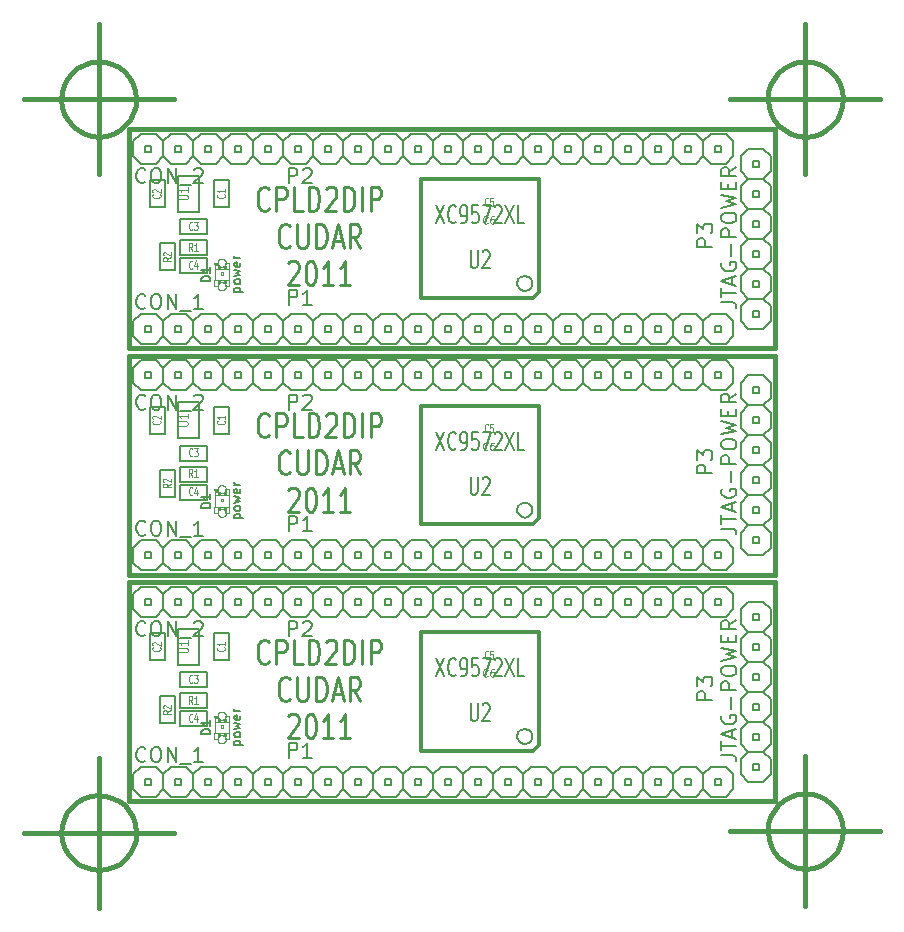
<source format=gto>
G04 (created by PCBNEW-RS274X (2010-03-14)-final) date dom 30 oct 2011 23:58:25 ART*
G01*
G70*
G90*
%MOIN*%
G04 Gerber Fmt 3.4, Leading zero omitted, Abs format*
%FSLAX34Y34*%
G04 APERTURE LIST*
%ADD10C,0.000000*%
%ADD11C,0.015000*%
%ADD12C,0.010000*%
%ADD13C,0.012000*%
%ADD14C,0.008000*%
%ADD15C,0.005000*%
%ADD16C,0.002600*%
%ADD17C,0.004000*%
%ADD18C,0.002000*%
%ADD19C,0.006000*%
%ADD20C,0.006700*%
%ADD21C,0.004200*%
%ADD22C,0.003000*%
G04 APERTURE END LIST*
G54D10*
G54D11*
X79150Y-29750D02*
X79126Y-29992D01*
X79055Y-30226D01*
X78941Y-30441D01*
X78786Y-30630D01*
X78598Y-30786D01*
X78384Y-30902D01*
X78151Y-30974D01*
X77908Y-30999D01*
X77666Y-30977D01*
X77432Y-30908D01*
X77216Y-30795D01*
X77026Y-30643D01*
X76869Y-30456D01*
X76752Y-30242D01*
X76678Y-30009D01*
X76651Y-29767D01*
X76671Y-29525D01*
X76738Y-29290D01*
X76850Y-29073D01*
X77001Y-28882D01*
X77187Y-28724D01*
X77400Y-28605D01*
X77632Y-28530D01*
X77874Y-28501D01*
X78117Y-28519D01*
X78352Y-28585D01*
X78569Y-28695D01*
X78762Y-28845D01*
X78921Y-29030D01*
X79041Y-29242D01*
X79118Y-29474D01*
X79149Y-29716D01*
X79150Y-29750D01*
X75400Y-29750D02*
X80400Y-29750D01*
X77900Y-27250D02*
X77900Y-32250D01*
X79150Y-54150D02*
X79126Y-54392D01*
X79055Y-54626D01*
X78941Y-54841D01*
X78786Y-55030D01*
X78598Y-55186D01*
X78384Y-55302D01*
X78151Y-55374D01*
X77908Y-55399D01*
X77666Y-55377D01*
X77432Y-55308D01*
X77216Y-55195D01*
X77026Y-55043D01*
X76869Y-54856D01*
X76752Y-54642D01*
X76678Y-54409D01*
X76651Y-54167D01*
X76671Y-53925D01*
X76738Y-53690D01*
X76850Y-53473D01*
X77001Y-53282D01*
X77187Y-53124D01*
X77400Y-53005D01*
X77632Y-52930D01*
X77874Y-52901D01*
X78117Y-52919D01*
X78352Y-52985D01*
X78569Y-53095D01*
X78762Y-53245D01*
X78921Y-53430D01*
X79041Y-53642D01*
X79118Y-53874D01*
X79149Y-54116D01*
X79150Y-54150D01*
X75400Y-54150D02*
X80400Y-54150D01*
X77900Y-51650D02*
X77900Y-56650D01*
X55600Y-54200D02*
X55576Y-54442D01*
X55505Y-54676D01*
X55391Y-54891D01*
X55236Y-55080D01*
X55048Y-55236D01*
X54834Y-55352D01*
X54601Y-55424D01*
X54358Y-55449D01*
X54116Y-55427D01*
X53882Y-55358D01*
X53666Y-55245D01*
X53476Y-55093D01*
X53319Y-54906D01*
X53202Y-54692D01*
X53128Y-54459D01*
X53101Y-54217D01*
X53121Y-53975D01*
X53188Y-53740D01*
X53300Y-53523D01*
X53451Y-53332D01*
X53637Y-53174D01*
X53850Y-53055D01*
X54082Y-52980D01*
X54324Y-52951D01*
X54567Y-52969D01*
X54802Y-53035D01*
X55019Y-53145D01*
X55212Y-53295D01*
X55371Y-53480D01*
X55491Y-53692D01*
X55568Y-53924D01*
X55599Y-54166D01*
X55600Y-54200D01*
X51850Y-54200D02*
X56850Y-54200D01*
X54350Y-51700D02*
X54350Y-56700D01*
X55600Y-29750D02*
X55576Y-29992D01*
X55505Y-30226D01*
X55391Y-30441D01*
X55236Y-30630D01*
X55048Y-30786D01*
X54834Y-30902D01*
X54601Y-30974D01*
X54358Y-30999D01*
X54116Y-30977D01*
X53882Y-30908D01*
X53666Y-30795D01*
X53476Y-30643D01*
X53319Y-30456D01*
X53202Y-30242D01*
X53128Y-30009D01*
X53101Y-29767D01*
X53121Y-29525D01*
X53188Y-29290D01*
X53300Y-29073D01*
X53451Y-28882D01*
X53637Y-28724D01*
X53850Y-28605D01*
X54082Y-28530D01*
X54324Y-28501D01*
X54567Y-28519D01*
X54802Y-28585D01*
X55019Y-28695D01*
X55212Y-28845D01*
X55371Y-29030D01*
X55491Y-29242D01*
X55568Y-29474D01*
X55599Y-29716D01*
X55600Y-29750D01*
X51850Y-29750D02*
X56850Y-29750D01*
X54350Y-27250D02*
X54350Y-32250D01*
X76900Y-45850D02*
X76900Y-53150D01*
X76900Y-53150D02*
X55350Y-53150D01*
X55350Y-53150D02*
X55350Y-45850D01*
X55350Y-45850D02*
X76900Y-45850D01*
G54D12*
X60015Y-48498D02*
X59986Y-48536D01*
X59900Y-48574D01*
X59843Y-48574D01*
X59758Y-48536D01*
X59700Y-48460D01*
X59672Y-48383D01*
X59643Y-48231D01*
X59643Y-48117D01*
X59672Y-47964D01*
X59700Y-47888D01*
X59758Y-47812D01*
X59843Y-47774D01*
X59900Y-47774D01*
X59986Y-47812D01*
X60015Y-47850D01*
X60272Y-48574D02*
X60272Y-47774D01*
X60500Y-47774D01*
X60558Y-47812D01*
X60586Y-47850D01*
X60615Y-47926D01*
X60615Y-48040D01*
X60586Y-48117D01*
X60558Y-48155D01*
X60500Y-48193D01*
X60272Y-48193D01*
X61158Y-48574D02*
X60872Y-48574D01*
X60872Y-47774D01*
X61358Y-48574D02*
X61358Y-47774D01*
X61501Y-47774D01*
X61586Y-47812D01*
X61644Y-47888D01*
X61672Y-47964D01*
X61701Y-48117D01*
X61701Y-48231D01*
X61672Y-48383D01*
X61644Y-48460D01*
X61586Y-48536D01*
X61501Y-48574D01*
X61358Y-48574D01*
X61929Y-47850D02*
X61958Y-47812D01*
X62015Y-47774D01*
X62158Y-47774D01*
X62215Y-47812D01*
X62244Y-47850D01*
X62272Y-47926D01*
X62272Y-48002D01*
X62244Y-48117D01*
X61901Y-48574D01*
X62272Y-48574D01*
X62529Y-48574D02*
X62529Y-47774D01*
X62672Y-47774D01*
X62757Y-47812D01*
X62815Y-47888D01*
X62843Y-47964D01*
X62872Y-48117D01*
X62872Y-48231D01*
X62843Y-48383D01*
X62815Y-48460D01*
X62757Y-48536D01*
X62672Y-48574D01*
X62529Y-48574D01*
X63129Y-48574D02*
X63129Y-47774D01*
X63415Y-48574D02*
X63415Y-47774D01*
X63643Y-47774D01*
X63701Y-47812D01*
X63729Y-47850D01*
X63758Y-47926D01*
X63758Y-48040D01*
X63729Y-48117D01*
X63701Y-48155D01*
X63643Y-48193D01*
X63415Y-48193D01*
X60715Y-49738D02*
X60686Y-49776D01*
X60600Y-49814D01*
X60543Y-49814D01*
X60458Y-49776D01*
X60400Y-49700D01*
X60372Y-49623D01*
X60343Y-49471D01*
X60343Y-49357D01*
X60372Y-49204D01*
X60400Y-49128D01*
X60458Y-49052D01*
X60543Y-49014D01*
X60600Y-49014D01*
X60686Y-49052D01*
X60715Y-49090D01*
X60972Y-49014D02*
X60972Y-49661D01*
X61000Y-49738D01*
X61029Y-49776D01*
X61086Y-49814D01*
X61200Y-49814D01*
X61258Y-49776D01*
X61286Y-49738D01*
X61315Y-49661D01*
X61315Y-49014D01*
X61601Y-49814D02*
X61601Y-49014D01*
X61744Y-49014D01*
X61829Y-49052D01*
X61887Y-49128D01*
X61915Y-49204D01*
X61944Y-49357D01*
X61944Y-49471D01*
X61915Y-49623D01*
X61887Y-49700D01*
X61829Y-49776D01*
X61744Y-49814D01*
X61601Y-49814D01*
X62172Y-49585D02*
X62458Y-49585D01*
X62115Y-49814D02*
X62315Y-49014D01*
X62515Y-49814D01*
X63058Y-49814D02*
X62858Y-49433D01*
X62715Y-49814D02*
X62715Y-49014D01*
X62943Y-49014D01*
X63001Y-49052D01*
X63029Y-49090D01*
X63058Y-49166D01*
X63058Y-49280D01*
X63029Y-49357D01*
X63001Y-49395D01*
X62943Y-49433D01*
X62715Y-49433D01*
X60672Y-50330D02*
X60701Y-50292D01*
X60758Y-50254D01*
X60901Y-50254D01*
X60958Y-50292D01*
X60987Y-50330D01*
X61015Y-50406D01*
X61015Y-50482D01*
X60987Y-50597D01*
X60644Y-51054D01*
X61015Y-51054D01*
X61386Y-50254D02*
X61443Y-50254D01*
X61500Y-50292D01*
X61529Y-50330D01*
X61558Y-50406D01*
X61586Y-50559D01*
X61586Y-50749D01*
X61558Y-50901D01*
X61529Y-50978D01*
X61500Y-51016D01*
X61443Y-51054D01*
X61386Y-51054D01*
X61329Y-51016D01*
X61300Y-50978D01*
X61272Y-50901D01*
X61243Y-50749D01*
X61243Y-50559D01*
X61272Y-50406D01*
X61300Y-50330D01*
X61329Y-50292D01*
X61386Y-50254D01*
X62157Y-51054D02*
X61814Y-51054D01*
X61986Y-51054D02*
X61986Y-50254D01*
X61929Y-50368D01*
X61871Y-50444D01*
X61814Y-50482D01*
X62728Y-51054D02*
X62385Y-51054D01*
X62557Y-51054D02*
X62557Y-50254D01*
X62500Y-50368D01*
X62442Y-50444D01*
X62385Y-50482D01*
X60015Y-40948D02*
X59986Y-40986D01*
X59900Y-41024D01*
X59843Y-41024D01*
X59758Y-40986D01*
X59700Y-40910D01*
X59672Y-40833D01*
X59643Y-40681D01*
X59643Y-40567D01*
X59672Y-40414D01*
X59700Y-40338D01*
X59758Y-40262D01*
X59843Y-40224D01*
X59900Y-40224D01*
X59986Y-40262D01*
X60015Y-40300D01*
X60272Y-41024D02*
X60272Y-40224D01*
X60500Y-40224D01*
X60558Y-40262D01*
X60586Y-40300D01*
X60615Y-40376D01*
X60615Y-40490D01*
X60586Y-40567D01*
X60558Y-40605D01*
X60500Y-40643D01*
X60272Y-40643D01*
X61158Y-41024D02*
X60872Y-41024D01*
X60872Y-40224D01*
X61358Y-41024D02*
X61358Y-40224D01*
X61501Y-40224D01*
X61586Y-40262D01*
X61644Y-40338D01*
X61672Y-40414D01*
X61701Y-40567D01*
X61701Y-40681D01*
X61672Y-40833D01*
X61644Y-40910D01*
X61586Y-40986D01*
X61501Y-41024D01*
X61358Y-41024D01*
X61929Y-40300D02*
X61958Y-40262D01*
X62015Y-40224D01*
X62158Y-40224D01*
X62215Y-40262D01*
X62244Y-40300D01*
X62272Y-40376D01*
X62272Y-40452D01*
X62244Y-40567D01*
X61901Y-41024D01*
X62272Y-41024D01*
X62529Y-41024D02*
X62529Y-40224D01*
X62672Y-40224D01*
X62757Y-40262D01*
X62815Y-40338D01*
X62843Y-40414D01*
X62872Y-40567D01*
X62872Y-40681D01*
X62843Y-40833D01*
X62815Y-40910D01*
X62757Y-40986D01*
X62672Y-41024D01*
X62529Y-41024D01*
X63129Y-41024D02*
X63129Y-40224D01*
X63415Y-41024D02*
X63415Y-40224D01*
X63643Y-40224D01*
X63701Y-40262D01*
X63729Y-40300D01*
X63758Y-40376D01*
X63758Y-40490D01*
X63729Y-40567D01*
X63701Y-40605D01*
X63643Y-40643D01*
X63415Y-40643D01*
X60715Y-42188D02*
X60686Y-42226D01*
X60600Y-42264D01*
X60543Y-42264D01*
X60458Y-42226D01*
X60400Y-42150D01*
X60372Y-42073D01*
X60343Y-41921D01*
X60343Y-41807D01*
X60372Y-41654D01*
X60400Y-41578D01*
X60458Y-41502D01*
X60543Y-41464D01*
X60600Y-41464D01*
X60686Y-41502D01*
X60715Y-41540D01*
X60972Y-41464D02*
X60972Y-42111D01*
X61000Y-42188D01*
X61029Y-42226D01*
X61086Y-42264D01*
X61200Y-42264D01*
X61258Y-42226D01*
X61286Y-42188D01*
X61315Y-42111D01*
X61315Y-41464D01*
X61601Y-42264D02*
X61601Y-41464D01*
X61744Y-41464D01*
X61829Y-41502D01*
X61887Y-41578D01*
X61915Y-41654D01*
X61944Y-41807D01*
X61944Y-41921D01*
X61915Y-42073D01*
X61887Y-42150D01*
X61829Y-42226D01*
X61744Y-42264D01*
X61601Y-42264D01*
X62172Y-42035D02*
X62458Y-42035D01*
X62115Y-42264D02*
X62315Y-41464D01*
X62515Y-42264D01*
X63058Y-42264D02*
X62858Y-41883D01*
X62715Y-42264D02*
X62715Y-41464D01*
X62943Y-41464D01*
X63001Y-41502D01*
X63029Y-41540D01*
X63058Y-41616D01*
X63058Y-41730D01*
X63029Y-41807D01*
X63001Y-41845D01*
X62943Y-41883D01*
X62715Y-41883D01*
X60672Y-42780D02*
X60701Y-42742D01*
X60758Y-42704D01*
X60901Y-42704D01*
X60958Y-42742D01*
X60987Y-42780D01*
X61015Y-42856D01*
X61015Y-42932D01*
X60987Y-43047D01*
X60644Y-43504D01*
X61015Y-43504D01*
X61386Y-42704D02*
X61443Y-42704D01*
X61500Y-42742D01*
X61529Y-42780D01*
X61558Y-42856D01*
X61586Y-43009D01*
X61586Y-43199D01*
X61558Y-43351D01*
X61529Y-43428D01*
X61500Y-43466D01*
X61443Y-43504D01*
X61386Y-43504D01*
X61329Y-43466D01*
X61300Y-43428D01*
X61272Y-43351D01*
X61243Y-43199D01*
X61243Y-43009D01*
X61272Y-42856D01*
X61300Y-42780D01*
X61329Y-42742D01*
X61386Y-42704D01*
X62157Y-43504D02*
X61814Y-43504D01*
X61986Y-43504D02*
X61986Y-42704D01*
X61929Y-42818D01*
X61871Y-42894D01*
X61814Y-42932D01*
X62728Y-43504D02*
X62385Y-43504D01*
X62557Y-43504D02*
X62557Y-42704D01*
X62500Y-42818D01*
X62442Y-42894D01*
X62385Y-42932D01*
G54D11*
X55350Y-38300D02*
X76900Y-38300D01*
X55350Y-45600D02*
X55350Y-38300D01*
X76900Y-45600D02*
X55350Y-45600D01*
X76900Y-38300D02*
X76900Y-45600D01*
G54D12*
X60015Y-33398D02*
X59986Y-33436D01*
X59900Y-33474D01*
X59843Y-33474D01*
X59758Y-33436D01*
X59700Y-33360D01*
X59672Y-33283D01*
X59643Y-33131D01*
X59643Y-33017D01*
X59672Y-32864D01*
X59700Y-32788D01*
X59758Y-32712D01*
X59843Y-32674D01*
X59900Y-32674D01*
X59986Y-32712D01*
X60015Y-32750D01*
X60272Y-33474D02*
X60272Y-32674D01*
X60500Y-32674D01*
X60558Y-32712D01*
X60586Y-32750D01*
X60615Y-32826D01*
X60615Y-32940D01*
X60586Y-33017D01*
X60558Y-33055D01*
X60500Y-33093D01*
X60272Y-33093D01*
X61158Y-33474D02*
X60872Y-33474D01*
X60872Y-32674D01*
X61358Y-33474D02*
X61358Y-32674D01*
X61501Y-32674D01*
X61586Y-32712D01*
X61644Y-32788D01*
X61672Y-32864D01*
X61701Y-33017D01*
X61701Y-33131D01*
X61672Y-33283D01*
X61644Y-33360D01*
X61586Y-33436D01*
X61501Y-33474D01*
X61358Y-33474D01*
X61929Y-32750D02*
X61958Y-32712D01*
X62015Y-32674D01*
X62158Y-32674D01*
X62215Y-32712D01*
X62244Y-32750D01*
X62272Y-32826D01*
X62272Y-32902D01*
X62244Y-33017D01*
X61901Y-33474D01*
X62272Y-33474D01*
X62529Y-33474D02*
X62529Y-32674D01*
X62672Y-32674D01*
X62757Y-32712D01*
X62815Y-32788D01*
X62843Y-32864D01*
X62872Y-33017D01*
X62872Y-33131D01*
X62843Y-33283D01*
X62815Y-33360D01*
X62757Y-33436D01*
X62672Y-33474D01*
X62529Y-33474D01*
X63129Y-33474D02*
X63129Y-32674D01*
X63415Y-33474D02*
X63415Y-32674D01*
X63643Y-32674D01*
X63701Y-32712D01*
X63729Y-32750D01*
X63758Y-32826D01*
X63758Y-32940D01*
X63729Y-33017D01*
X63701Y-33055D01*
X63643Y-33093D01*
X63415Y-33093D01*
X60715Y-34638D02*
X60686Y-34676D01*
X60600Y-34714D01*
X60543Y-34714D01*
X60458Y-34676D01*
X60400Y-34600D01*
X60372Y-34523D01*
X60343Y-34371D01*
X60343Y-34257D01*
X60372Y-34104D01*
X60400Y-34028D01*
X60458Y-33952D01*
X60543Y-33914D01*
X60600Y-33914D01*
X60686Y-33952D01*
X60715Y-33990D01*
X60972Y-33914D02*
X60972Y-34561D01*
X61000Y-34638D01*
X61029Y-34676D01*
X61086Y-34714D01*
X61200Y-34714D01*
X61258Y-34676D01*
X61286Y-34638D01*
X61315Y-34561D01*
X61315Y-33914D01*
X61601Y-34714D02*
X61601Y-33914D01*
X61744Y-33914D01*
X61829Y-33952D01*
X61887Y-34028D01*
X61915Y-34104D01*
X61944Y-34257D01*
X61944Y-34371D01*
X61915Y-34523D01*
X61887Y-34600D01*
X61829Y-34676D01*
X61744Y-34714D01*
X61601Y-34714D01*
X62172Y-34485D02*
X62458Y-34485D01*
X62115Y-34714D02*
X62315Y-33914D01*
X62515Y-34714D01*
X63058Y-34714D02*
X62858Y-34333D01*
X62715Y-34714D02*
X62715Y-33914D01*
X62943Y-33914D01*
X63001Y-33952D01*
X63029Y-33990D01*
X63058Y-34066D01*
X63058Y-34180D01*
X63029Y-34257D01*
X63001Y-34295D01*
X62943Y-34333D01*
X62715Y-34333D01*
X60672Y-35230D02*
X60701Y-35192D01*
X60758Y-35154D01*
X60901Y-35154D01*
X60958Y-35192D01*
X60987Y-35230D01*
X61015Y-35306D01*
X61015Y-35382D01*
X60987Y-35497D01*
X60644Y-35954D01*
X61015Y-35954D01*
X61386Y-35154D02*
X61443Y-35154D01*
X61500Y-35192D01*
X61529Y-35230D01*
X61558Y-35306D01*
X61586Y-35459D01*
X61586Y-35649D01*
X61558Y-35801D01*
X61529Y-35878D01*
X61500Y-35916D01*
X61443Y-35954D01*
X61386Y-35954D01*
X61329Y-35916D01*
X61300Y-35878D01*
X61272Y-35801D01*
X61243Y-35649D01*
X61243Y-35459D01*
X61272Y-35306D01*
X61300Y-35230D01*
X61329Y-35192D01*
X61386Y-35154D01*
X62157Y-35954D02*
X61814Y-35954D01*
X61986Y-35954D02*
X61986Y-35154D01*
X61929Y-35268D01*
X61871Y-35344D01*
X61814Y-35382D01*
X62728Y-35954D02*
X62385Y-35954D01*
X62557Y-35954D02*
X62557Y-35154D01*
X62500Y-35268D01*
X62442Y-35344D01*
X62385Y-35382D01*
G54D11*
X55350Y-30750D02*
X76900Y-30750D01*
X55350Y-38050D02*
X55350Y-30750D01*
X76900Y-38050D02*
X55350Y-38050D01*
X76900Y-30750D02*
X76900Y-38050D01*
G54D13*
X65080Y-51470D02*
X65080Y-47530D01*
X65080Y-47530D02*
X69020Y-47530D01*
X69020Y-51280D02*
X69020Y-47530D01*
X68830Y-51470D02*
X65080Y-51470D01*
X69020Y-51280D02*
X68830Y-51470D01*
G54D14*
X68800Y-51000D02*
X68795Y-51048D01*
X68781Y-51095D01*
X68758Y-51138D01*
X68727Y-51176D01*
X68689Y-51207D01*
X68646Y-51230D01*
X68600Y-51244D01*
X68551Y-51249D01*
X68504Y-51245D01*
X68457Y-51231D01*
X68414Y-51209D01*
X68376Y-51178D01*
X68344Y-51141D01*
X68321Y-51098D01*
X68306Y-51051D01*
X68301Y-51003D01*
X68305Y-50955D01*
X68318Y-50908D01*
X68340Y-50865D01*
X68371Y-50827D01*
X68408Y-50795D01*
X68450Y-50771D01*
X68497Y-50756D01*
X68545Y-50751D01*
X68593Y-50754D01*
X68640Y-50767D01*
X68683Y-50789D01*
X68722Y-50819D01*
X68754Y-50856D01*
X68778Y-50899D01*
X68793Y-50945D01*
X68799Y-50994D01*
X68800Y-51000D01*
G54D15*
X57000Y-47400D02*
X57700Y-47400D01*
X57700Y-47400D02*
X57700Y-48600D01*
X57700Y-48600D02*
X57000Y-48600D01*
X57000Y-48600D02*
X57000Y-47400D01*
X58200Y-48450D02*
X58200Y-47550D01*
X58200Y-47550D02*
X58700Y-47550D01*
X58700Y-47550D02*
X58700Y-48450D01*
X58700Y-48450D02*
X58200Y-48450D01*
X56050Y-48450D02*
X56050Y-47550D01*
X56050Y-47550D02*
X56550Y-47550D01*
X56550Y-47550D02*
X56550Y-48450D01*
X56550Y-48450D02*
X56050Y-48450D01*
X57050Y-48850D02*
X57950Y-48850D01*
X57950Y-48850D02*
X57950Y-49350D01*
X57950Y-49350D02*
X57050Y-49350D01*
X57050Y-49350D02*
X57050Y-48850D01*
X57050Y-50150D02*
X57950Y-50150D01*
X57950Y-50150D02*
X57950Y-50650D01*
X57950Y-50650D02*
X57050Y-50650D01*
X57050Y-50650D02*
X57050Y-50150D01*
X57950Y-50050D02*
X57050Y-50050D01*
X57050Y-50050D02*
X57050Y-49550D01*
X57050Y-49550D02*
X57950Y-49550D01*
X57950Y-49550D02*
X57950Y-50050D01*
X56400Y-50550D02*
X56400Y-49650D01*
X56400Y-49650D02*
X56900Y-49650D01*
X56900Y-49650D02*
X56900Y-50550D01*
X56900Y-50550D02*
X56400Y-50550D01*
G54D16*
X58568Y-50504D02*
X58696Y-50504D01*
X58696Y-50504D02*
X58696Y-50307D01*
X58568Y-50307D02*
X58696Y-50307D01*
X58568Y-50504D02*
X58568Y-50307D01*
X58323Y-50504D02*
X58382Y-50504D01*
X58382Y-50504D02*
X58382Y-50405D01*
X58323Y-50405D02*
X58382Y-50405D01*
X58323Y-50504D02*
X58323Y-50405D01*
X58518Y-50504D02*
X58577Y-50504D01*
X58577Y-50504D02*
X58577Y-50405D01*
X58518Y-50405D02*
X58577Y-50405D01*
X58518Y-50504D02*
X58518Y-50405D01*
X58372Y-50504D02*
X58528Y-50504D01*
X58528Y-50504D02*
X58528Y-50435D01*
X58372Y-50435D02*
X58528Y-50435D01*
X58372Y-50504D02*
X58372Y-50435D01*
X58568Y-51093D02*
X58696Y-51093D01*
X58696Y-51093D02*
X58696Y-50896D01*
X58568Y-50896D02*
X58696Y-50896D01*
X58568Y-51093D02*
X58568Y-50896D01*
X58204Y-51093D02*
X58332Y-51093D01*
X58332Y-51093D02*
X58332Y-50896D01*
X58204Y-50896D02*
X58332Y-50896D01*
X58204Y-51093D02*
X58204Y-50896D01*
X58518Y-50995D02*
X58577Y-50995D01*
X58577Y-50995D02*
X58577Y-50896D01*
X58518Y-50896D02*
X58577Y-50896D01*
X58518Y-50995D02*
X58518Y-50896D01*
X58323Y-50995D02*
X58382Y-50995D01*
X58382Y-50995D02*
X58382Y-50896D01*
X58323Y-50896D02*
X58382Y-50896D01*
X58323Y-50995D02*
X58323Y-50896D01*
X58372Y-50965D02*
X58528Y-50965D01*
X58528Y-50965D02*
X58528Y-50896D01*
X58372Y-50896D02*
X58528Y-50896D01*
X58372Y-50965D02*
X58372Y-50896D01*
X58411Y-50700D02*
X58489Y-50700D01*
X58489Y-50700D02*
X58489Y-50622D01*
X58411Y-50622D02*
X58489Y-50622D01*
X58411Y-50700D02*
X58411Y-50622D01*
X58214Y-50504D02*
X58332Y-50504D01*
X58332Y-50504D02*
X58332Y-50386D01*
X58214Y-50386D02*
X58332Y-50386D01*
X58214Y-50504D02*
X58214Y-50386D01*
X58204Y-50336D02*
X58293Y-50336D01*
X58293Y-50336D02*
X58293Y-50307D01*
X58204Y-50307D02*
X58293Y-50307D01*
X58204Y-50336D02*
X58204Y-50307D01*
G54D17*
X58676Y-50494D02*
X58676Y-50906D01*
X58224Y-50896D02*
X58224Y-50336D01*
G54D18*
X58301Y-50366D02*
X58300Y-50371D01*
X58298Y-50376D01*
X58296Y-50381D01*
X58292Y-50385D01*
X58288Y-50389D01*
X58283Y-50391D01*
X58278Y-50393D01*
X58273Y-50393D01*
X58268Y-50393D01*
X58263Y-50391D01*
X58258Y-50389D01*
X58254Y-50386D01*
X58250Y-50381D01*
X58248Y-50377D01*
X58246Y-50371D01*
X58246Y-50366D01*
X58246Y-50361D01*
X58247Y-50356D01*
X58250Y-50351D01*
X58253Y-50347D01*
X58258Y-50344D01*
X58262Y-50341D01*
X58267Y-50339D01*
X58273Y-50339D01*
X58277Y-50339D01*
X58283Y-50340D01*
X58288Y-50343D01*
X58292Y-50346D01*
X58295Y-50350D01*
X58298Y-50355D01*
X58300Y-50360D01*
X58300Y-50366D01*
X58301Y-50366D01*
G54D17*
X58313Y-50307D02*
X58314Y-50318D01*
X58316Y-50330D01*
X58318Y-50342D01*
X58322Y-50353D01*
X58326Y-50364D01*
X58332Y-50375D01*
X58338Y-50385D01*
X58346Y-50395D01*
X58354Y-50403D01*
X58362Y-50411D01*
X58372Y-50419D01*
X58382Y-50425D01*
X58393Y-50431D01*
X58404Y-50435D01*
X58415Y-50439D01*
X58427Y-50441D01*
X58439Y-50443D01*
X58450Y-50444D01*
X58461Y-50443D01*
X58473Y-50441D01*
X58485Y-50439D01*
X58496Y-50435D01*
X58507Y-50431D01*
X58518Y-50425D01*
X58528Y-50419D01*
X58538Y-50411D01*
X58546Y-50403D01*
X58554Y-50395D01*
X58562Y-50385D01*
X58568Y-50375D01*
X58574Y-50364D01*
X58578Y-50353D01*
X58582Y-50342D01*
X58584Y-50330D01*
X58586Y-50318D01*
X58587Y-50307D01*
X58586Y-50296D01*
X58584Y-50284D01*
X58582Y-50272D01*
X58578Y-50261D01*
X58574Y-50250D01*
X58568Y-50239D01*
X58562Y-50229D01*
X58554Y-50219D01*
X58546Y-50211D01*
X58538Y-50203D01*
X58528Y-50195D01*
X58518Y-50189D01*
X58507Y-50183D01*
X58496Y-50179D01*
X58485Y-50175D01*
X58473Y-50173D01*
X58461Y-50171D01*
X58450Y-50170D01*
X58439Y-50171D01*
X58427Y-50173D01*
X58415Y-50175D01*
X58404Y-50179D01*
X58393Y-50183D01*
X58382Y-50189D01*
X58372Y-50195D01*
X58362Y-50203D01*
X58354Y-50211D01*
X58346Y-50219D01*
X58338Y-50229D01*
X58332Y-50239D01*
X58326Y-50250D01*
X58322Y-50261D01*
X58318Y-50272D01*
X58316Y-50284D01*
X58314Y-50296D01*
X58313Y-50307D01*
X58314Y-50318D01*
X58316Y-50330D01*
X58318Y-50342D01*
X58322Y-50353D01*
X58326Y-50364D01*
X58332Y-50375D01*
X58338Y-50385D01*
X58346Y-50395D01*
X58354Y-50403D01*
X58362Y-50411D01*
X58372Y-50419D01*
X58382Y-50425D01*
X58393Y-50431D01*
X58404Y-50435D01*
X58415Y-50439D01*
X58427Y-50441D01*
X58439Y-50443D01*
X58450Y-50444D01*
X58461Y-50443D01*
X58473Y-50441D01*
X58485Y-50439D01*
X58496Y-50435D01*
X58507Y-50431D01*
X58518Y-50425D01*
X58528Y-50419D01*
X58538Y-50411D01*
X58546Y-50403D01*
X58554Y-50395D01*
X58562Y-50385D01*
X58568Y-50375D01*
X58574Y-50364D01*
X58578Y-50353D01*
X58582Y-50342D01*
X58584Y-50330D01*
X58586Y-50318D01*
X58587Y-50307D01*
X58587Y-51093D02*
X58586Y-51082D01*
X58584Y-51070D01*
X58582Y-51058D01*
X58578Y-51047D01*
X58574Y-51036D01*
X58568Y-51025D01*
X58562Y-51015D01*
X58554Y-51005D01*
X58546Y-50997D01*
X58538Y-50989D01*
X58528Y-50981D01*
X58518Y-50975D01*
X58507Y-50969D01*
X58496Y-50965D01*
X58485Y-50961D01*
X58473Y-50959D01*
X58461Y-50957D01*
X58450Y-50956D01*
X58439Y-50957D01*
X58427Y-50959D01*
X58415Y-50961D01*
X58404Y-50965D01*
X58393Y-50969D01*
X58382Y-50975D01*
X58372Y-50981D01*
X58362Y-50989D01*
X58354Y-50997D01*
X58346Y-51005D01*
X58338Y-51015D01*
X58332Y-51025D01*
X58326Y-51036D01*
X58322Y-51047D01*
X58318Y-51058D01*
X58316Y-51070D01*
X58314Y-51082D01*
X58313Y-51093D01*
X58314Y-51104D01*
X58316Y-51116D01*
X58318Y-51128D01*
X58322Y-51139D01*
X58326Y-51150D01*
X58332Y-51161D01*
X58338Y-51171D01*
X58346Y-51181D01*
X58354Y-51189D01*
X58362Y-51197D01*
X58372Y-51205D01*
X58382Y-51211D01*
X58393Y-51217D01*
X58404Y-51221D01*
X58415Y-51225D01*
X58427Y-51227D01*
X58439Y-51229D01*
X58450Y-51230D01*
X58461Y-51229D01*
X58473Y-51227D01*
X58485Y-51225D01*
X58496Y-51221D01*
X58507Y-51217D01*
X58518Y-51211D01*
X58528Y-51205D01*
X58538Y-51197D01*
X58546Y-51189D01*
X58554Y-51181D01*
X58562Y-51171D01*
X58568Y-51161D01*
X58574Y-51150D01*
X58578Y-51139D01*
X58582Y-51128D01*
X58584Y-51116D01*
X58586Y-51104D01*
X58587Y-51093D01*
X58586Y-51082D01*
X58584Y-51070D01*
X58582Y-51058D01*
X58578Y-51047D01*
X58574Y-51036D01*
X58568Y-51025D01*
X58562Y-51015D01*
X58554Y-51005D01*
X58546Y-50997D01*
X58538Y-50989D01*
X58528Y-50981D01*
X58518Y-50975D01*
X58507Y-50969D01*
X58496Y-50965D01*
X58485Y-50961D01*
X58473Y-50959D01*
X58461Y-50957D01*
X58450Y-50956D01*
X58439Y-50957D01*
X58427Y-50959D01*
X58415Y-50961D01*
X58404Y-50965D01*
X58393Y-50969D01*
X58382Y-50975D01*
X58372Y-50981D01*
X58362Y-50989D01*
X58354Y-50997D01*
X58346Y-51005D01*
X58338Y-51015D01*
X58332Y-51025D01*
X58326Y-51036D01*
X58322Y-51047D01*
X58318Y-51058D01*
X58316Y-51070D01*
X58314Y-51082D01*
X58313Y-51093D01*
G54D14*
X73900Y-52600D02*
X74100Y-52600D01*
X74100Y-52600D02*
X74100Y-52400D01*
X73900Y-52400D02*
X74100Y-52400D01*
X73900Y-52600D02*
X73900Y-52400D01*
X72900Y-52600D02*
X73100Y-52600D01*
X73100Y-52600D02*
X73100Y-52400D01*
X72900Y-52400D02*
X73100Y-52400D01*
X72900Y-52600D02*
X72900Y-52400D01*
X71900Y-52600D02*
X72100Y-52600D01*
X72100Y-52600D02*
X72100Y-52400D01*
X71900Y-52400D02*
X72100Y-52400D01*
X71900Y-52600D02*
X71900Y-52400D01*
X70900Y-52600D02*
X71100Y-52600D01*
X71100Y-52600D02*
X71100Y-52400D01*
X70900Y-52400D02*
X71100Y-52400D01*
X70900Y-52600D02*
X70900Y-52400D01*
X69900Y-52600D02*
X70100Y-52600D01*
X70100Y-52600D02*
X70100Y-52400D01*
X69900Y-52400D02*
X70100Y-52400D01*
X69900Y-52600D02*
X69900Y-52400D01*
X68900Y-52600D02*
X69100Y-52600D01*
X69100Y-52600D02*
X69100Y-52400D01*
X68900Y-52400D02*
X69100Y-52400D01*
X68900Y-52600D02*
X68900Y-52400D01*
X67900Y-52600D02*
X68100Y-52600D01*
X68100Y-52600D02*
X68100Y-52400D01*
X67900Y-52400D02*
X68100Y-52400D01*
X67900Y-52600D02*
X67900Y-52400D01*
X66900Y-52600D02*
X67100Y-52600D01*
X67100Y-52600D02*
X67100Y-52400D01*
X66900Y-52400D02*
X67100Y-52400D01*
X66900Y-52600D02*
X66900Y-52400D01*
X65900Y-52600D02*
X66100Y-52600D01*
X66100Y-52600D02*
X66100Y-52400D01*
X65900Y-52400D02*
X66100Y-52400D01*
X65900Y-52600D02*
X65900Y-52400D01*
X64900Y-52600D02*
X65100Y-52600D01*
X65100Y-52600D02*
X65100Y-52400D01*
X64900Y-52400D02*
X65100Y-52400D01*
X64900Y-52600D02*
X64900Y-52400D01*
X63900Y-52600D02*
X64100Y-52600D01*
X64100Y-52600D02*
X64100Y-52400D01*
X63900Y-52400D02*
X64100Y-52400D01*
X63900Y-52600D02*
X63900Y-52400D01*
X62900Y-52600D02*
X63100Y-52600D01*
X63100Y-52600D02*
X63100Y-52400D01*
X62900Y-52400D02*
X63100Y-52400D01*
X62900Y-52600D02*
X62900Y-52400D01*
X61900Y-52600D02*
X62100Y-52600D01*
X62100Y-52600D02*
X62100Y-52400D01*
X61900Y-52400D02*
X62100Y-52400D01*
X61900Y-52600D02*
X61900Y-52400D01*
X60900Y-52600D02*
X61100Y-52600D01*
X61100Y-52600D02*
X61100Y-52400D01*
X60900Y-52400D02*
X61100Y-52400D01*
X60900Y-52600D02*
X60900Y-52400D01*
X59900Y-52600D02*
X60100Y-52600D01*
X60100Y-52600D02*
X60100Y-52400D01*
X59900Y-52400D02*
X60100Y-52400D01*
X59900Y-52600D02*
X59900Y-52400D01*
X58900Y-52600D02*
X59100Y-52600D01*
X59100Y-52600D02*
X59100Y-52400D01*
X58900Y-52400D02*
X59100Y-52400D01*
X58900Y-52600D02*
X58900Y-52400D01*
X57900Y-52600D02*
X58100Y-52600D01*
X58100Y-52600D02*
X58100Y-52400D01*
X57900Y-52400D02*
X58100Y-52400D01*
X57900Y-52600D02*
X57900Y-52400D01*
X56900Y-52600D02*
X57100Y-52600D01*
X57100Y-52600D02*
X57100Y-52400D01*
X56900Y-52400D02*
X57100Y-52400D01*
X56900Y-52600D02*
X56900Y-52400D01*
X55900Y-52600D02*
X56100Y-52600D01*
X56100Y-52600D02*
X56100Y-52400D01*
X55900Y-52400D02*
X56100Y-52400D01*
X55900Y-52600D02*
X55900Y-52400D01*
X74900Y-52600D02*
X75100Y-52600D01*
X75100Y-52600D02*
X75100Y-52400D01*
X74900Y-52400D02*
X75100Y-52400D01*
X74900Y-52600D02*
X74900Y-52400D01*
G54D19*
X73750Y-52000D02*
X74250Y-52000D01*
X74250Y-52000D02*
X74500Y-52250D01*
X74500Y-52250D02*
X74500Y-52750D01*
X74500Y-52750D02*
X74250Y-53000D01*
X72500Y-52250D02*
X72750Y-52000D01*
X72750Y-52000D02*
X73250Y-52000D01*
X73250Y-52000D02*
X73500Y-52250D01*
X73500Y-52250D02*
X73500Y-52750D01*
X73500Y-52750D02*
X73250Y-53000D01*
X73250Y-53000D02*
X72750Y-53000D01*
X72750Y-53000D02*
X72500Y-52750D01*
X73750Y-52000D02*
X73500Y-52250D01*
X73500Y-52750D02*
X73750Y-53000D01*
X74250Y-53000D02*
X73750Y-53000D01*
X70750Y-52000D02*
X71250Y-52000D01*
X71250Y-52000D02*
X71500Y-52250D01*
X71500Y-52250D02*
X71500Y-52750D01*
X71500Y-52750D02*
X71250Y-53000D01*
X71500Y-52250D02*
X71750Y-52000D01*
X71750Y-52000D02*
X72250Y-52000D01*
X72250Y-52000D02*
X72500Y-52250D01*
X72500Y-52250D02*
X72500Y-52750D01*
X72500Y-52750D02*
X72250Y-53000D01*
X72250Y-53000D02*
X71750Y-53000D01*
X71750Y-53000D02*
X71500Y-52750D01*
X69500Y-52250D02*
X69750Y-52000D01*
X69750Y-52000D02*
X70250Y-52000D01*
X70250Y-52000D02*
X70500Y-52250D01*
X70500Y-52250D02*
X70500Y-52750D01*
X70500Y-52750D02*
X70250Y-53000D01*
X70250Y-53000D02*
X69750Y-53000D01*
X69750Y-53000D02*
X69500Y-52750D01*
X70750Y-52000D02*
X70500Y-52250D01*
X70500Y-52750D02*
X70750Y-53000D01*
X71250Y-53000D02*
X70750Y-53000D01*
X67750Y-52000D02*
X68250Y-52000D01*
X68250Y-52000D02*
X68500Y-52250D01*
X68500Y-52250D02*
X68500Y-52750D01*
X68500Y-52750D02*
X68250Y-53000D01*
X68500Y-52250D02*
X68750Y-52000D01*
X68750Y-52000D02*
X69250Y-52000D01*
X69250Y-52000D02*
X69500Y-52250D01*
X69500Y-52250D02*
X69500Y-52750D01*
X69500Y-52750D02*
X69250Y-53000D01*
X69250Y-53000D02*
X68750Y-53000D01*
X68750Y-53000D02*
X68500Y-52750D01*
X66500Y-52250D02*
X66750Y-52000D01*
X66750Y-52000D02*
X67250Y-52000D01*
X67250Y-52000D02*
X67500Y-52250D01*
X67500Y-52250D02*
X67500Y-52750D01*
X67500Y-52750D02*
X67250Y-53000D01*
X67250Y-53000D02*
X66750Y-53000D01*
X66750Y-53000D02*
X66500Y-52750D01*
X67750Y-52000D02*
X67500Y-52250D01*
X67500Y-52750D02*
X67750Y-53000D01*
X68250Y-53000D02*
X67750Y-53000D01*
X64750Y-52000D02*
X65250Y-52000D01*
X65250Y-52000D02*
X65500Y-52250D01*
X65500Y-52250D02*
X65500Y-52750D01*
X65500Y-52750D02*
X65250Y-53000D01*
X65500Y-52250D02*
X65750Y-52000D01*
X65750Y-52000D02*
X66250Y-52000D01*
X66250Y-52000D02*
X66500Y-52250D01*
X66500Y-52250D02*
X66500Y-52750D01*
X66500Y-52750D02*
X66250Y-53000D01*
X66250Y-53000D02*
X65750Y-53000D01*
X65750Y-53000D02*
X65500Y-52750D01*
X63500Y-52250D02*
X63750Y-52000D01*
X63750Y-52000D02*
X64250Y-52000D01*
X64250Y-52000D02*
X64500Y-52250D01*
X64500Y-52250D02*
X64500Y-52750D01*
X64500Y-52750D02*
X64250Y-53000D01*
X64250Y-53000D02*
X63750Y-53000D01*
X63750Y-53000D02*
X63500Y-52750D01*
X64750Y-52000D02*
X64500Y-52250D01*
X64500Y-52750D02*
X64750Y-53000D01*
X65250Y-53000D02*
X64750Y-53000D01*
X61750Y-52000D02*
X62250Y-52000D01*
X62250Y-52000D02*
X62500Y-52250D01*
X62500Y-52250D02*
X62500Y-52750D01*
X62500Y-52750D02*
X62250Y-53000D01*
X62500Y-52250D02*
X62750Y-52000D01*
X62750Y-52000D02*
X63250Y-52000D01*
X63250Y-52000D02*
X63500Y-52250D01*
X63500Y-52250D02*
X63500Y-52750D01*
X63500Y-52750D02*
X63250Y-53000D01*
X63250Y-53000D02*
X62750Y-53000D01*
X62750Y-53000D02*
X62500Y-52750D01*
X60500Y-52250D02*
X60750Y-52000D01*
X60750Y-52000D02*
X61250Y-52000D01*
X61250Y-52000D02*
X61500Y-52250D01*
X61500Y-52250D02*
X61500Y-52750D01*
X61500Y-52750D02*
X61250Y-53000D01*
X61250Y-53000D02*
X60750Y-53000D01*
X60750Y-53000D02*
X60500Y-52750D01*
X61750Y-52000D02*
X61500Y-52250D01*
X61500Y-52750D02*
X61750Y-53000D01*
X62250Y-53000D02*
X61750Y-53000D01*
X58750Y-52000D02*
X59250Y-52000D01*
X59250Y-52000D02*
X59500Y-52250D01*
X59500Y-52250D02*
X59500Y-52750D01*
X59500Y-52750D02*
X59250Y-53000D01*
X59500Y-52250D02*
X59750Y-52000D01*
X59750Y-52000D02*
X60250Y-52000D01*
X60250Y-52000D02*
X60500Y-52250D01*
X60500Y-52250D02*
X60500Y-52750D01*
X60500Y-52750D02*
X60250Y-53000D01*
X60250Y-53000D02*
X59750Y-53000D01*
X59750Y-53000D02*
X59500Y-52750D01*
X57500Y-52250D02*
X57750Y-52000D01*
X57750Y-52000D02*
X58250Y-52000D01*
X58250Y-52000D02*
X58500Y-52250D01*
X58500Y-52250D02*
X58500Y-52750D01*
X58500Y-52750D02*
X58250Y-53000D01*
X58250Y-53000D02*
X57750Y-53000D01*
X57750Y-53000D02*
X57500Y-52750D01*
X58750Y-52000D02*
X58500Y-52250D01*
X58500Y-52750D02*
X58750Y-53000D01*
X59250Y-53000D02*
X58750Y-53000D01*
X55750Y-52000D02*
X56250Y-52000D01*
X56250Y-52000D02*
X56500Y-52250D01*
X56500Y-52250D02*
X56500Y-52750D01*
X56500Y-52750D02*
X56250Y-53000D01*
X56500Y-52250D02*
X56750Y-52000D01*
X56750Y-52000D02*
X57250Y-52000D01*
X57250Y-52000D02*
X57500Y-52250D01*
X57500Y-52250D02*
X57500Y-52750D01*
X57500Y-52750D02*
X57250Y-53000D01*
X57250Y-53000D02*
X56750Y-53000D01*
X56750Y-53000D02*
X56500Y-52750D01*
X55500Y-52250D02*
X55500Y-52750D01*
X55750Y-52000D02*
X55500Y-52250D01*
X55500Y-52750D02*
X55750Y-53000D01*
X56250Y-53000D02*
X55750Y-53000D01*
X74750Y-52000D02*
X75250Y-52000D01*
X75250Y-52000D02*
X75500Y-52250D01*
X75500Y-52250D02*
X75500Y-52750D01*
X75500Y-52750D02*
X75250Y-53000D01*
X74750Y-52000D02*
X74500Y-52250D01*
X74500Y-52750D02*
X74750Y-53000D01*
X75250Y-53000D02*
X74750Y-53000D01*
G54D14*
X73900Y-46600D02*
X74100Y-46600D01*
X74100Y-46600D02*
X74100Y-46400D01*
X73900Y-46400D02*
X74100Y-46400D01*
X73900Y-46600D02*
X73900Y-46400D01*
X72900Y-46600D02*
X73100Y-46600D01*
X73100Y-46600D02*
X73100Y-46400D01*
X72900Y-46400D02*
X73100Y-46400D01*
X72900Y-46600D02*
X72900Y-46400D01*
X71900Y-46600D02*
X72100Y-46600D01*
X72100Y-46600D02*
X72100Y-46400D01*
X71900Y-46400D02*
X72100Y-46400D01*
X71900Y-46600D02*
X71900Y-46400D01*
X70900Y-46600D02*
X71100Y-46600D01*
X71100Y-46600D02*
X71100Y-46400D01*
X70900Y-46400D02*
X71100Y-46400D01*
X70900Y-46600D02*
X70900Y-46400D01*
X69900Y-46600D02*
X70100Y-46600D01*
X70100Y-46600D02*
X70100Y-46400D01*
X69900Y-46400D02*
X70100Y-46400D01*
X69900Y-46600D02*
X69900Y-46400D01*
X68900Y-46600D02*
X69100Y-46600D01*
X69100Y-46600D02*
X69100Y-46400D01*
X68900Y-46400D02*
X69100Y-46400D01*
X68900Y-46600D02*
X68900Y-46400D01*
X67900Y-46600D02*
X68100Y-46600D01*
X68100Y-46600D02*
X68100Y-46400D01*
X67900Y-46400D02*
X68100Y-46400D01*
X67900Y-46600D02*
X67900Y-46400D01*
X66900Y-46600D02*
X67100Y-46600D01*
X67100Y-46600D02*
X67100Y-46400D01*
X66900Y-46400D02*
X67100Y-46400D01*
X66900Y-46600D02*
X66900Y-46400D01*
X65900Y-46600D02*
X66100Y-46600D01*
X66100Y-46600D02*
X66100Y-46400D01*
X65900Y-46400D02*
X66100Y-46400D01*
X65900Y-46600D02*
X65900Y-46400D01*
X64900Y-46600D02*
X65100Y-46600D01*
X65100Y-46600D02*
X65100Y-46400D01*
X64900Y-46400D02*
X65100Y-46400D01*
X64900Y-46600D02*
X64900Y-46400D01*
X63900Y-46600D02*
X64100Y-46600D01*
X64100Y-46600D02*
X64100Y-46400D01*
X63900Y-46400D02*
X64100Y-46400D01*
X63900Y-46600D02*
X63900Y-46400D01*
X62900Y-46600D02*
X63100Y-46600D01*
X63100Y-46600D02*
X63100Y-46400D01*
X62900Y-46400D02*
X63100Y-46400D01*
X62900Y-46600D02*
X62900Y-46400D01*
X61900Y-46600D02*
X62100Y-46600D01*
X62100Y-46600D02*
X62100Y-46400D01*
X61900Y-46400D02*
X62100Y-46400D01*
X61900Y-46600D02*
X61900Y-46400D01*
X60900Y-46600D02*
X61100Y-46600D01*
X61100Y-46600D02*
X61100Y-46400D01*
X60900Y-46400D02*
X61100Y-46400D01*
X60900Y-46600D02*
X60900Y-46400D01*
X59900Y-46600D02*
X60100Y-46600D01*
X60100Y-46600D02*
X60100Y-46400D01*
X59900Y-46400D02*
X60100Y-46400D01*
X59900Y-46600D02*
X59900Y-46400D01*
X58900Y-46600D02*
X59100Y-46600D01*
X59100Y-46600D02*
X59100Y-46400D01*
X58900Y-46400D02*
X59100Y-46400D01*
X58900Y-46600D02*
X58900Y-46400D01*
X57900Y-46600D02*
X58100Y-46600D01*
X58100Y-46600D02*
X58100Y-46400D01*
X57900Y-46400D02*
X58100Y-46400D01*
X57900Y-46600D02*
X57900Y-46400D01*
X56900Y-46600D02*
X57100Y-46600D01*
X57100Y-46600D02*
X57100Y-46400D01*
X56900Y-46400D02*
X57100Y-46400D01*
X56900Y-46600D02*
X56900Y-46400D01*
X55900Y-46600D02*
X56100Y-46600D01*
X56100Y-46600D02*
X56100Y-46400D01*
X55900Y-46400D02*
X56100Y-46400D01*
X55900Y-46600D02*
X55900Y-46400D01*
X74900Y-46600D02*
X75100Y-46600D01*
X75100Y-46600D02*
X75100Y-46400D01*
X74900Y-46400D02*
X75100Y-46400D01*
X74900Y-46600D02*
X74900Y-46400D01*
G54D19*
X73750Y-46000D02*
X74250Y-46000D01*
X74250Y-46000D02*
X74500Y-46250D01*
X74500Y-46250D02*
X74500Y-46750D01*
X74500Y-46750D02*
X74250Y-47000D01*
X72500Y-46250D02*
X72750Y-46000D01*
X72750Y-46000D02*
X73250Y-46000D01*
X73250Y-46000D02*
X73500Y-46250D01*
X73500Y-46250D02*
X73500Y-46750D01*
X73500Y-46750D02*
X73250Y-47000D01*
X73250Y-47000D02*
X72750Y-47000D01*
X72750Y-47000D02*
X72500Y-46750D01*
X73750Y-46000D02*
X73500Y-46250D01*
X73500Y-46750D02*
X73750Y-47000D01*
X74250Y-47000D02*
X73750Y-47000D01*
X70750Y-46000D02*
X71250Y-46000D01*
X71250Y-46000D02*
X71500Y-46250D01*
X71500Y-46250D02*
X71500Y-46750D01*
X71500Y-46750D02*
X71250Y-47000D01*
X71500Y-46250D02*
X71750Y-46000D01*
X71750Y-46000D02*
X72250Y-46000D01*
X72250Y-46000D02*
X72500Y-46250D01*
X72500Y-46250D02*
X72500Y-46750D01*
X72500Y-46750D02*
X72250Y-47000D01*
X72250Y-47000D02*
X71750Y-47000D01*
X71750Y-47000D02*
X71500Y-46750D01*
X69500Y-46250D02*
X69750Y-46000D01*
X69750Y-46000D02*
X70250Y-46000D01*
X70250Y-46000D02*
X70500Y-46250D01*
X70500Y-46250D02*
X70500Y-46750D01*
X70500Y-46750D02*
X70250Y-47000D01*
X70250Y-47000D02*
X69750Y-47000D01*
X69750Y-47000D02*
X69500Y-46750D01*
X70750Y-46000D02*
X70500Y-46250D01*
X70500Y-46750D02*
X70750Y-47000D01*
X71250Y-47000D02*
X70750Y-47000D01*
X67750Y-46000D02*
X68250Y-46000D01*
X68250Y-46000D02*
X68500Y-46250D01*
X68500Y-46250D02*
X68500Y-46750D01*
X68500Y-46750D02*
X68250Y-47000D01*
X68500Y-46250D02*
X68750Y-46000D01*
X68750Y-46000D02*
X69250Y-46000D01*
X69250Y-46000D02*
X69500Y-46250D01*
X69500Y-46250D02*
X69500Y-46750D01*
X69500Y-46750D02*
X69250Y-47000D01*
X69250Y-47000D02*
X68750Y-47000D01*
X68750Y-47000D02*
X68500Y-46750D01*
X66500Y-46250D02*
X66750Y-46000D01*
X66750Y-46000D02*
X67250Y-46000D01*
X67250Y-46000D02*
X67500Y-46250D01*
X67500Y-46250D02*
X67500Y-46750D01*
X67500Y-46750D02*
X67250Y-47000D01*
X67250Y-47000D02*
X66750Y-47000D01*
X66750Y-47000D02*
X66500Y-46750D01*
X67750Y-46000D02*
X67500Y-46250D01*
X67500Y-46750D02*
X67750Y-47000D01*
X68250Y-47000D02*
X67750Y-47000D01*
X64750Y-46000D02*
X65250Y-46000D01*
X65250Y-46000D02*
X65500Y-46250D01*
X65500Y-46250D02*
X65500Y-46750D01*
X65500Y-46750D02*
X65250Y-47000D01*
X65500Y-46250D02*
X65750Y-46000D01*
X65750Y-46000D02*
X66250Y-46000D01*
X66250Y-46000D02*
X66500Y-46250D01*
X66500Y-46250D02*
X66500Y-46750D01*
X66500Y-46750D02*
X66250Y-47000D01*
X66250Y-47000D02*
X65750Y-47000D01*
X65750Y-47000D02*
X65500Y-46750D01*
X63500Y-46250D02*
X63750Y-46000D01*
X63750Y-46000D02*
X64250Y-46000D01*
X64250Y-46000D02*
X64500Y-46250D01*
X64500Y-46250D02*
X64500Y-46750D01*
X64500Y-46750D02*
X64250Y-47000D01*
X64250Y-47000D02*
X63750Y-47000D01*
X63750Y-47000D02*
X63500Y-46750D01*
X64750Y-46000D02*
X64500Y-46250D01*
X64500Y-46750D02*
X64750Y-47000D01*
X65250Y-47000D02*
X64750Y-47000D01*
X61750Y-46000D02*
X62250Y-46000D01*
X62250Y-46000D02*
X62500Y-46250D01*
X62500Y-46250D02*
X62500Y-46750D01*
X62500Y-46750D02*
X62250Y-47000D01*
X62500Y-46250D02*
X62750Y-46000D01*
X62750Y-46000D02*
X63250Y-46000D01*
X63250Y-46000D02*
X63500Y-46250D01*
X63500Y-46250D02*
X63500Y-46750D01*
X63500Y-46750D02*
X63250Y-47000D01*
X63250Y-47000D02*
X62750Y-47000D01*
X62750Y-47000D02*
X62500Y-46750D01*
X60500Y-46250D02*
X60750Y-46000D01*
X60750Y-46000D02*
X61250Y-46000D01*
X61250Y-46000D02*
X61500Y-46250D01*
X61500Y-46250D02*
X61500Y-46750D01*
X61500Y-46750D02*
X61250Y-47000D01*
X61250Y-47000D02*
X60750Y-47000D01*
X60750Y-47000D02*
X60500Y-46750D01*
X61750Y-46000D02*
X61500Y-46250D01*
X61500Y-46750D02*
X61750Y-47000D01*
X62250Y-47000D02*
X61750Y-47000D01*
X58750Y-46000D02*
X59250Y-46000D01*
X59250Y-46000D02*
X59500Y-46250D01*
X59500Y-46250D02*
X59500Y-46750D01*
X59500Y-46750D02*
X59250Y-47000D01*
X59500Y-46250D02*
X59750Y-46000D01*
X59750Y-46000D02*
X60250Y-46000D01*
X60250Y-46000D02*
X60500Y-46250D01*
X60500Y-46250D02*
X60500Y-46750D01*
X60500Y-46750D02*
X60250Y-47000D01*
X60250Y-47000D02*
X59750Y-47000D01*
X59750Y-47000D02*
X59500Y-46750D01*
X57500Y-46250D02*
X57750Y-46000D01*
X57750Y-46000D02*
X58250Y-46000D01*
X58250Y-46000D02*
X58500Y-46250D01*
X58500Y-46250D02*
X58500Y-46750D01*
X58500Y-46750D02*
X58250Y-47000D01*
X58250Y-47000D02*
X57750Y-47000D01*
X57750Y-47000D02*
X57500Y-46750D01*
X58750Y-46000D02*
X58500Y-46250D01*
X58500Y-46750D02*
X58750Y-47000D01*
X59250Y-47000D02*
X58750Y-47000D01*
X55750Y-46000D02*
X56250Y-46000D01*
X56250Y-46000D02*
X56500Y-46250D01*
X56500Y-46250D02*
X56500Y-46750D01*
X56500Y-46750D02*
X56250Y-47000D01*
X56500Y-46250D02*
X56750Y-46000D01*
X56750Y-46000D02*
X57250Y-46000D01*
X57250Y-46000D02*
X57500Y-46250D01*
X57500Y-46250D02*
X57500Y-46750D01*
X57500Y-46750D02*
X57250Y-47000D01*
X57250Y-47000D02*
X56750Y-47000D01*
X56750Y-47000D02*
X56500Y-46750D01*
X55500Y-46250D02*
X55500Y-46750D01*
X55750Y-46000D02*
X55500Y-46250D01*
X55500Y-46750D02*
X55750Y-47000D01*
X56250Y-47000D02*
X55750Y-47000D01*
X74750Y-46000D02*
X75250Y-46000D01*
X75250Y-46000D02*
X75500Y-46250D01*
X75500Y-46250D02*
X75500Y-46750D01*
X75500Y-46750D02*
X75250Y-47000D01*
X74750Y-46000D02*
X74500Y-46250D01*
X74500Y-46750D02*
X74750Y-47000D01*
X75250Y-47000D02*
X74750Y-47000D01*
G54D14*
X76150Y-50900D02*
X76150Y-51100D01*
X76150Y-51100D02*
X76350Y-51100D01*
X76350Y-50900D02*
X76350Y-51100D01*
X76150Y-50900D02*
X76350Y-50900D01*
X76150Y-49900D02*
X76150Y-50100D01*
X76150Y-50100D02*
X76350Y-50100D01*
X76350Y-49900D02*
X76350Y-50100D01*
X76150Y-49900D02*
X76350Y-49900D01*
X76150Y-48900D02*
X76150Y-49100D01*
X76150Y-49100D02*
X76350Y-49100D01*
X76350Y-48900D02*
X76350Y-49100D01*
X76150Y-48900D02*
X76350Y-48900D01*
X76150Y-47900D02*
X76150Y-48100D01*
X76150Y-48100D02*
X76350Y-48100D01*
X76350Y-47900D02*
X76350Y-48100D01*
X76150Y-47900D02*
X76350Y-47900D01*
X76150Y-46900D02*
X76150Y-47100D01*
X76150Y-47100D02*
X76350Y-47100D01*
X76350Y-46900D02*
X76350Y-47100D01*
X76150Y-46900D02*
X76350Y-46900D01*
X76150Y-51900D02*
X76150Y-52100D01*
X76150Y-52100D02*
X76350Y-52100D01*
X76350Y-51900D02*
X76350Y-52100D01*
X76150Y-51900D02*
X76350Y-51900D01*
G54D19*
X76750Y-49750D02*
X76750Y-50250D01*
X76750Y-50250D02*
X76500Y-50500D01*
X76500Y-50500D02*
X76000Y-50500D01*
X76000Y-50500D02*
X75750Y-50250D01*
X76500Y-50500D02*
X76750Y-50750D01*
X76750Y-50750D02*
X76750Y-51250D01*
X76750Y-51250D02*
X76500Y-51500D01*
X76500Y-51500D02*
X76000Y-51500D01*
X76000Y-51500D02*
X75750Y-51250D01*
X75750Y-51250D02*
X75750Y-50750D01*
X75750Y-50750D02*
X76000Y-50500D01*
X76500Y-48500D02*
X76750Y-48750D01*
X76750Y-48750D02*
X76750Y-49250D01*
X76750Y-49250D02*
X76500Y-49500D01*
X76500Y-49500D02*
X76000Y-49500D01*
X76000Y-49500D02*
X75750Y-49250D01*
X75750Y-49250D02*
X75750Y-48750D01*
X75750Y-48750D02*
X76000Y-48500D01*
X76750Y-49750D02*
X76500Y-49500D01*
X76000Y-49500D02*
X75750Y-49750D01*
X75750Y-50250D02*
X75750Y-49750D01*
X76750Y-46750D02*
X76750Y-47250D01*
X76750Y-47250D02*
X76500Y-47500D01*
X76500Y-47500D02*
X76000Y-47500D01*
X76000Y-47500D02*
X75750Y-47250D01*
X76500Y-47500D02*
X76750Y-47750D01*
X76750Y-47750D02*
X76750Y-48250D01*
X76750Y-48250D02*
X76500Y-48500D01*
X76500Y-48500D02*
X76000Y-48500D01*
X76000Y-48500D02*
X75750Y-48250D01*
X75750Y-48250D02*
X75750Y-47750D01*
X75750Y-47750D02*
X76000Y-47500D01*
X76500Y-46500D02*
X76000Y-46500D01*
X76750Y-46750D02*
X76500Y-46500D01*
X76000Y-46500D02*
X75750Y-46750D01*
X75750Y-47250D02*
X75750Y-46750D01*
X76750Y-51750D02*
X76750Y-52250D01*
X76750Y-52250D02*
X76500Y-52500D01*
X76500Y-52500D02*
X76000Y-52500D01*
X76000Y-52500D02*
X75750Y-52250D01*
X76750Y-51750D02*
X76500Y-51500D01*
X76000Y-51500D02*
X75750Y-51750D01*
X75750Y-52250D02*
X75750Y-51750D01*
G54D14*
X76150Y-43350D02*
X76150Y-43550D01*
X76150Y-43550D02*
X76350Y-43550D01*
X76350Y-43350D02*
X76350Y-43550D01*
X76150Y-43350D02*
X76350Y-43350D01*
X76150Y-42350D02*
X76150Y-42550D01*
X76150Y-42550D02*
X76350Y-42550D01*
X76350Y-42350D02*
X76350Y-42550D01*
X76150Y-42350D02*
X76350Y-42350D01*
X76150Y-41350D02*
X76150Y-41550D01*
X76150Y-41550D02*
X76350Y-41550D01*
X76350Y-41350D02*
X76350Y-41550D01*
X76150Y-41350D02*
X76350Y-41350D01*
X76150Y-40350D02*
X76150Y-40550D01*
X76150Y-40550D02*
X76350Y-40550D01*
X76350Y-40350D02*
X76350Y-40550D01*
X76150Y-40350D02*
X76350Y-40350D01*
X76150Y-39350D02*
X76150Y-39550D01*
X76150Y-39550D02*
X76350Y-39550D01*
X76350Y-39350D02*
X76350Y-39550D01*
X76150Y-39350D02*
X76350Y-39350D01*
X76150Y-44350D02*
X76150Y-44550D01*
X76150Y-44550D02*
X76350Y-44550D01*
X76350Y-44350D02*
X76350Y-44550D01*
X76150Y-44350D02*
X76350Y-44350D01*
G54D19*
X76750Y-42200D02*
X76750Y-42700D01*
X76750Y-42700D02*
X76500Y-42950D01*
X76500Y-42950D02*
X76000Y-42950D01*
X76000Y-42950D02*
X75750Y-42700D01*
X76500Y-42950D02*
X76750Y-43200D01*
X76750Y-43200D02*
X76750Y-43700D01*
X76750Y-43700D02*
X76500Y-43950D01*
X76500Y-43950D02*
X76000Y-43950D01*
X76000Y-43950D02*
X75750Y-43700D01*
X75750Y-43700D02*
X75750Y-43200D01*
X75750Y-43200D02*
X76000Y-42950D01*
X76500Y-40950D02*
X76750Y-41200D01*
X76750Y-41200D02*
X76750Y-41700D01*
X76750Y-41700D02*
X76500Y-41950D01*
X76500Y-41950D02*
X76000Y-41950D01*
X76000Y-41950D02*
X75750Y-41700D01*
X75750Y-41700D02*
X75750Y-41200D01*
X75750Y-41200D02*
X76000Y-40950D01*
X76750Y-42200D02*
X76500Y-41950D01*
X76000Y-41950D02*
X75750Y-42200D01*
X75750Y-42700D02*
X75750Y-42200D01*
X76750Y-39200D02*
X76750Y-39700D01*
X76750Y-39700D02*
X76500Y-39950D01*
X76500Y-39950D02*
X76000Y-39950D01*
X76000Y-39950D02*
X75750Y-39700D01*
X76500Y-39950D02*
X76750Y-40200D01*
X76750Y-40200D02*
X76750Y-40700D01*
X76750Y-40700D02*
X76500Y-40950D01*
X76500Y-40950D02*
X76000Y-40950D01*
X76000Y-40950D02*
X75750Y-40700D01*
X75750Y-40700D02*
X75750Y-40200D01*
X75750Y-40200D02*
X76000Y-39950D01*
X76500Y-38950D02*
X76000Y-38950D01*
X76750Y-39200D02*
X76500Y-38950D01*
X76000Y-38950D02*
X75750Y-39200D01*
X75750Y-39700D02*
X75750Y-39200D01*
X76750Y-44200D02*
X76750Y-44700D01*
X76750Y-44700D02*
X76500Y-44950D01*
X76500Y-44950D02*
X76000Y-44950D01*
X76000Y-44950D02*
X75750Y-44700D01*
X76750Y-44200D02*
X76500Y-43950D01*
X76000Y-43950D02*
X75750Y-44200D01*
X75750Y-44700D02*
X75750Y-44200D01*
G54D14*
X73900Y-39050D02*
X74100Y-39050D01*
X74100Y-39050D02*
X74100Y-38850D01*
X73900Y-38850D02*
X74100Y-38850D01*
X73900Y-39050D02*
X73900Y-38850D01*
X72900Y-39050D02*
X73100Y-39050D01*
X73100Y-39050D02*
X73100Y-38850D01*
X72900Y-38850D02*
X73100Y-38850D01*
X72900Y-39050D02*
X72900Y-38850D01*
X71900Y-39050D02*
X72100Y-39050D01*
X72100Y-39050D02*
X72100Y-38850D01*
X71900Y-38850D02*
X72100Y-38850D01*
X71900Y-39050D02*
X71900Y-38850D01*
X70900Y-39050D02*
X71100Y-39050D01*
X71100Y-39050D02*
X71100Y-38850D01*
X70900Y-38850D02*
X71100Y-38850D01*
X70900Y-39050D02*
X70900Y-38850D01*
X69900Y-39050D02*
X70100Y-39050D01*
X70100Y-39050D02*
X70100Y-38850D01*
X69900Y-38850D02*
X70100Y-38850D01*
X69900Y-39050D02*
X69900Y-38850D01*
X68900Y-39050D02*
X69100Y-39050D01*
X69100Y-39050D02*
X69100Y-38850D01*
X68900Y-38850D02*
X69100Y-38850D01*
X68900Y-39050D02*
X68900Y-38850D01*
X67900Y-39050D02*
X68100Y-39050D01*
X68100Y-39050D02*
X68100Y-38850D01*
X67900Y-38850D02*
X68100Y-38850D01*
X67900Y-39050D02*
X67900Y-38850D01*
X66900Y-39050D02*
X67100Y-39050D01*
X67100Y-39050D02*
X67100Y-38850D01*
X66900Y-38850D02*
X67100Y-38850D01*
X66900Y-39050D02*
X66900Y-38850D01*
X65900Y-39050D02*
X66100Y-39050D01*
X66100Y-39050D02*
X66100Y-38850D01*
X65900Y-38850D02*
X66100Y-38850D01*
X65900Y-39050D02*
X65900Y-38850D01*
X64900Y-39050D02*
X65100Y-39050D01*
X65100Y-39050D02*
X65100Y-38850D01*
X64900Y-38850D02*
X65100Y-38850D01*
X64900Y-39050D02*
X64900Y-38850D01*
X63900Y-39050D02*
X64100Y-39050D01*
X64100Y-39050D02*
X64100Y-38850D01*
X63900Y-38850D02*
X64100Y-38850D01*
X63900Y-39050D02*
X63900Y-38850D01*
X62900Y-39050D02*
X63100Y-39050D01*
X63100Y-39050D02*
X63100Y-38850D01*
X62900Y-38850D02*
X63100Y-38850D01*
X62900Y-39050D02*
X62900Y-38850D01*
X61900Y-39050D02*
X62100Y-39050D01*
X62100Y-39050D02*
X62100Y-38850D01*
X61900Y-38850D02*
X62100Y-38850D01*
X61900Y-39050D02*
X61900Y-38850D01*
X60900Y-39050D02*
X61100Y-39050D01*
X61100Y-39050D02*
X61100Y-38850D01*
X60900Y-38850D02*
X61100Y-38850D01*
X60900Y-39050D02*
X60900Y-38850D01*
X59900Y-39050D02*
X60100Y-39050D01*
X60100Y-39050D02*
X60100Y-38850D01*
X59900Y-38850D02*
X60100Y-38850D01*
X59900Y-39050D02*
X59900Y-38850D01*
X58900Y-39050D02*
X59100Y-39050D01*
X59100Y-39050D02*
X59100Y-38850D01*
X58900Y-38850D02*
X59100Y-38850D01*
X58900Y-39050D02*
X58900Y-38850D01*
X57900Y-39050D02*
X58100Y-39050D01*
X58100Y-39050D02*
X58100Y-38850D01*
X57900Y-38850D02*
X58100Y-38850D01*
X57900Y-39050D02*
X57900Y-38850D01*
X56900Y-39050D02*
X57100Y-39050D01*
X57100Y-39050D02*
X57100Y-38850D01*
X56900Y-38850D02*
X57100Y-38850D01*
X56900Y-39050D02*
X56900Y-38850D01*
X55900Y-39050D02*
X56100Y-39050D01*
X56100Y-39050D02*
X56100Y-38850D01*
X55900Y-38850D02*
X56100Y-38850D01*
X55900Y-39050D02*
X55900Y-38850D01*
X74900Y-39050D02*
X75100Y-39050D01*
X75100Y-39050D02*
X75100Y-38850D01*
X74900Y-38850D02*
X75100Y-38850D01*
X74900Y-39050D02*
X74900Y-38850D01*
G54D19*
X73750Y-38450D02*
X74250Y-38450D01*
X74250Y-38450D02*
X74500Y-38700D01*
X74500Y-38700D02*
X74500Y-39200D01*
X74500Y-39200D02*
X74250Y-39450D01*
X72500Y-38700D02*
X72750Y-38450D01*
X72750Y-38450D02*
X73250Y-38450D01*
X73250Y-38450D02*
X73500Y-38700D01*
X73500Y-38700D02*
X73500Y-39200D01*
X73500Y-39200D02*
X73250Y-39450D01*
X73250Y-39450D02*
X72750Y-39450D01*
X72750Y-39450D02*
X72500Y-39200D01*
X73750Y-38450D02*
X73500Y-38700D01*
X73500Y-39200D02*
X73750Y-39450D01*
X74250Y-39450D02*
X73750Y-39450D01*
X70750Y-38450D02*
X71250Y-38450D01*
X71250Y-38450D02*
X71500Y-38700D01*
X71500Y-38700D02*
X71500Y-39200D01*
X71500Y-39200D02*
X71250Y-39450D01*
X71500Y-38700D02*
X71750Y-38450D01*
X71750Y-38450D02*
X72250Y-38450D01*
X72250Y-38450D02*
X72500Y-38700D01*
X72500Y-38700D02*
X72500Y-39200D01*
X72500Y-39200D02*
X72250Y-39450D01*
X72250Y-39450D02*
X71750Y-39450D01*
X71750Y-39450D02*
X71500Y-39200D01*
X69500Y-38700D02*
X69750Y-38450D01*
X69750Y-38450D02*
X70250Y-38450D01*
X70250Y-38450D02*
X70500Y-38700D01*
X70500Y-38700D02*
X70500Y-39200D01*
X70500Y-39200D02*
X70250Y-39450D01*
X70250Y-39450D02*
X69750Y-39450D01*
X69750Y-39450D02*
X69500Y-39200D01*
X70750Y-38450D02*
X70500Y-38700D01*
X70500Y-39200D02*
X70750Y-39450D01*
X71250Y-39450D02*
X70750Y-39450D01*
X67750Y-38450D02*
X68250Y-38450D01*
X68250Y-38450D02*
X68500Y-38700D01*
X68500Y-38700D02*
X68500Y-39200D01*
X68500Y-39200D02*
X68250Y-39450D01*
X68500Y-38700D02*
X68750Y-38450D01*
X68750Y-38450D02*
X69250Y-38450D01*
X69250Y-38450D02*
X69500Y-38700D01*
X69500Y-38700D02*
X69500Y-39200D01*
X69500Y-39200D02*
X69250Y-39450D01*
X69250Y-39450D02*
X68750Y-39450D01*
X68750Y-39450D02*
X68500Y-39200D01*
X66500Y-38700D02*
X66750Y-38450D01*
X66750Y-38450D02*
X67250Y-38450D01*
X67250Y-38450D02*
X67500Y-38700D01*
X67500Y-38700D02*
X67500Y-39200D01*
X67500Y-39200D02*
X67250Y-39450D01*
X67250Y-39450D02*
X66750Y-39450D01*
X66750Y-39450D02*
X66500Y-39200D01*
X67750Y-38450D02*
X67500Y-38700D01*
X67500Y-39200D02*
X67750Y-39450D01*
X68250Y-39450D02*
X67750Y-39450D01*
X64750Y-38450D02*
X65250Y-38450D01*
X65250Y-38450D02*
X65500Y-38700D01*
X65500Y-38700D02*
X65500Y-39200D01*
X65500Y-39200D02*
X65250Y-39450D01*
X65500Y-38700D02*
X65750Y-38450D01*
X65750Y-38450D02*
X66250Y-38450D01*
X66250Y-38450D02*
X66500Y-38700D01*
X66500Y-38700D02*
X66500Y-39200D01*
X66500Y-39200D02*
X66250Y-39450D01*
X66250Y-39450D02*
X65750Y-39450D01*
X65750Y-39450D02*
X65500Y-39200D01*
X63500Y-38700D02*
X63750Y-38450D01*
X63750Y-38450D02*
X64250Y-38450D01*
X64250Y-38450D02*
X64500Y-38700D01*
X64500Y-38700D02*
X64500Y-39200D01*
X64500Y-39200D02*
X64250Y-39450D01*
X64250Y-39450D02*
X63750Y-39450D01*
X63750Y-39450D02*
X63500Y-39200D01*
X64750Y-38450D02*
X64500Y-38700D01*
X64500Y-39200D02*
X64750Y-39450D01*
X65250Y-39450D02*
X64750Y-39450D01*
X61750Y-38450D02*
X62250Y-38450D01*
X62250Y-38450D02*
X62500Y-38700D01*
X62500Y-38700D02*
X62500Y-39200D01*
X62500Y-39200D02*
X62250Y-39450D01*
X62500Y-38700D02*
X62750Y-38450D01*
X62750Y-38450D02*
X63250Y-38450D01*
X63250Y-38450D02*
X63500Y-38700D01*
X63500Y-38700D02*
X63500Y-39200D01*
X63500Y-39200D02*
X63250Y-39450D01*
X63250Y-39450D02*
X62750Y-39450D01*
X62750Y-39450D02*
X62500Y-39200D01*
X60500Y-38700D02*
X60750Y-38450D01*
X60750Y-38450D02*
X61250Y-38450D01*
X61250Y-38450D02*
X61500Y-38700D01*
X61500Y-38700D02*
X61500Y-39200D01*
X61500Y-39200D02*
X61250Y-39450D01*
X61250Y-39450D02*
X60750Y-39450D01*
X60750Y-39450D02*
X60500Y-39200D01*
X61750Y-38450D02*
X61500Y-38700D01*
X61500Y-39200D02*
X61750Y-39450D01*
X62250Y-39450D02*
X61750Y-39450D01*
X58750Y-38450D02*
X59250Y-38450D01*
X59250Y-38450D02*
X59500Y-38700D01*
X59500Y-38700D02*
X59500Y-39200D01*
X59500Y-39200D02*
X59250Y-39450D01*
X59500Y-38700D02*
X59750Y-38450D01*
X59750Y-38450D02*
X60250Y-38450D01*
X60250Y-38450D02*
X60500Y-38700D01*
X60500Y-38700D02*
X60500Y-39200D01*
X60500Y-39200D02*
X60250Y-39450D01*
X60250Y-39450D02*
X59750Y-39450D01*
X59750Y-39450D02*
X59500Y-39200D01*
X57500Y-38700D02*
X57750Y-38450D01*
X57750Y-38450D02*
X58250Y-38450D01*
X58250Y-38450D02*
X58500Y-38700D01*
X58500Y-38700D02*
X58500Y-39200D01*
X58500Y-39200D02*
X58250Y-39450D01*
X58250Y-39450D02*
X57750Y-39450D01*
X57750Y-39450D02*
X57500Y-39200D01*
X58750Y-38450D02*
X58500Y-38700D01*
X58500Y-39200D02*
X58750Y-39450D01*
X59250Y-39450D02*
X58750Y-39450D01*
X55750Y-38450D02*
X56250Y-38450D01*
X56250Y-38450D02*
X56500Y-38700D01*
X56500Y-38700D02*
X56500Y-39200D01*
X56500Y-39200D02*
X56250Y-39450D01*
X56500Y-38700D02*
X56750Y-38450D01*
X56750Y-38450D02*
X57250Y-38450D01*
X57250Y-38450D02*
X57500Y-38700D01*
X57500Y-38700D02*
X57500Y-39200D01*
X57500Y-39200D02*
X57250Y-39450D01*
X57250Y-39450D02*
X56750Y-39450D01*
X56750Y-39450D02*
X56500Y-39200D01*
X55500Y-38700D02*
X55500Y-39200D01*
X55750Y-38450D02*
X55500Y-38700D01*
X55500Y-39200D02*
X55750Y-39450D01*
X56250Y-39450D02*
X55750Y-39450D01*
X74750Y-38450D02*
X75250Y-38450D01*
X75250Y-38450D02*
X75500Y-38700D01*
X75500Y-38700D02*
X75500Y-39200D01*
X75500Y-39200D02*
X75250Y-39450D01*
X74750Y-38450D02*
X74500Y-38700D01*
X74500Y-39200D02*
X74750Y-39450D01*
X75250Y-39450D02*
X74750Y-39450D01*
G54D14*
X73900Y-45050D02*
X74100Y-45050D01*
X74100Y-45050D02*
X74100Y-44850D01*
X73900Y-44850D02*
X74100Y-44850D01*
X73900Y-45050D02*
X73900Y-44850D01*
X72900Y-45050D02*
X73100Y-45050D01*
X73100Y-45050D02*
X73100Y-44850D01*
X72900Y-44850D02*
X73100Y-44850D01*
X72900Y-45050D02*
X72900Y-44850D01*
X71900Y-45050D02*
X72100Y-45050D01*
X72100Y-45050D02*
X72100Y-44850D01*
X71900Y-44850D02*
X72100Y-44850D01*
X71900Y-45050D02*
X71900Y-44850D01*
X70900Y-45050D02*
X71100Y-45050D01*
X71100Y-45050D02*
X71100Y-44850D01*
X70900Y-44850D02*
X71100Y-44850D01*
X70900Y-45050D02*
X70900Y-44850D01*
X69900Y-45050D02*
X70100Y-45050D01*
X70100Y-45050D02*
X70100Y-44850D01*
X69900Y-44850D02*
X70100Y-44850D01*
X69900Y-45050D02*
X69900Y-44850D01*
X68900Y-45050D02*
X69100Y-45050D01*
X69100Y-45050D02*
X69100Y-44850D01*
X68900Y-44850D02*
X69100Y-44850D01*
X68900Y-45050D02*
X68900Y-44850D01*
X67900Y-45050D02*
X68100Y-45050D01*
X68100Y-45050D02*
X68100Y-44850D01*
X67900Y-44850D02*
X68100Y-44850D01*
X67900Y-45050D02*
X67900Y-44850D01*
X66900Y-45050D02*
X67100Y-45050D01*
X67100Y-45050D02*
X67100Y-44850D01*
X66900Y-44850D02*
X67100Y-44850D01*
X66900Y-45050D02*
X66900Y-44850D01*
X65900Y-45050D02*
X66100Y-45050D01*
X66100Y-45050D02*
X66100Y-44850D01*
X65900Y-44850D02*
X66100Y-44850D01*
X65900Y-45050D02*
X65900Y-44850D01*
X64900Y-45050D02*
X65100Y-45050D01*
X65100Y-45050D02*
X65100Y-44850D01*
X64900Y-44850D02*
X65100Y-44850D01*
X64900Y-45050D02*
X64900Y-44850D01*
X63900Y-45050D02*
X64100Y-45050D01*
X64100Y-45050D02*
X64100Y-44850D01*
X63900Y-44850D02*
X64100Y-44850D01*
X63900Y-45050D02*
X63900Y-44850D01*
X62900Y-45050D02*
X63100Y-45050D01*
X63100Y-45050D02*
X63100Y-44850D01*
X62900Y-44850D02*
X63100Y-44850D01*
X62900Y-45050D02*
X62900Y-44850D01*
X61900Y-45050D02*
X62100Y-45050D01*
X62100Y-45050D02*
X62100Y-44850D01*
X61900Y-44850D02*
X62100Y-44850D01*
X61900Y-45050D02*
X61900Y-44850D01*
X60900Y-45050D02*
X61100Y-45050D01*
X61100Y-45050D02*
X61100Y-44850D01*
X60900Y-44850D02*
X61100Y-44850D01*
X60900Y-45050D02*
X60900Y-44850D01*
X59900Y-45050D02*
X60100Y-45050D01*
X60100Y-45050D02*
X60100Y-44850D01*
X59900Y-44850D02*
X60100Y-44850D01*
X59900Y-45050D02*
X59900Y-44850D01*
X58900Y-45050D02*
X59100Y-45050D01*
X59100Y-45050D02*
X59100Y-44850D01*
X58900Y-44850D02*
X59100Y-44850D01*
X58900Y-45050D02*
X58900Y-44850D01*
X57900Y-45050D02*
X58100Y-45050D01*
X58100Y-45050D02*
X58100Y-44850D01*
X57900Y-44850D02*
X58100Y-44850D01*
X57900Y-45050D02*
X57900Y-44850D01*
X56900Y-45050D02*
X57100Y-45050D01*
X57100Y-45050D02*
X57100Y-44850D01*
X56900Y-44850D02*
X57100Y-44850D01*
X56900Y-45050D02*
X56900Y-44850D01*
X55900Y-45050D02*
X56100Y-45050D01*
X56100Y-45050D02*
X56100Y-44850D01*
X55900Y-44850D02*
X56100Y-44850D01*
X55900Y-45050D02*
X55900Y-44850D01*
X74900Y-45050D02*
X75100Y-45050D01*
X75100Y-45050D02*
X75100Y-44850D01*
X74900Y-44850D02*
X75100Y-44850D01*
X74900Y-45050D02*
X74900Y-44850D01*
G54D19*
X73750Y-44450D02*
X74250Y-44450D01*
X74250Y-44450D02*
X74500Y-44700D01*
X74500Y-44700D02*
X74500Y-45200D01*
X74500Y-45200D02*
X74250Y-45450D01*
X72500Y-44700D02*
X72750Y-44450D01*
X72750Y-44450D02*
X73250Y-44450D01*
X73250Y-44450D02*
X73500Y-44700D01*
X73500Y-44700D02*
X73500Y-45200D01*
X73500Y-45200D02*
X73250Y-45450D01*
X73250Y-45450D02*
X72750Y-45450D01*
X72750Y-45450D02*
X72500Y-45200D01*
X73750Y-44450D02*
X73500Y-44700D01*
X73500Y-45200D02*
X73750Y-45450D01*
X74250Y-45450D02*
X73750Y-45450D01*
X70750Y-44450D02*
X71250Y-44450D01*
X71250Y-44450D02*
X71500Y-44700D01*
X71500Y-44700D02*
X71500Y-45200D01*
X71500Y-45200D02*
X71250Y-45450D01*
X71500Y-44700D02*
X71750Y-44450D01*
X71750Y-44450D02*
X72250Y-44450D01*
X72250Y-44450D02*
X72500Y-44700D01*
X72500Y-44700D02*
X72500Y-45200D01*
X72500Y-45200D02*
X72250Y-45450D01*
X72250Y-45450D02*
X71750Y-45450D01*
X71750Y-45450D02*
X71500Y-45200D01*
X69500Y-44700D02*
X69750Y-44450D01*
X69750Y-44450D02*
X70250Y-44450D01*
X70250Y-44450D02*
X70500Y-44700D01*
X70500Y-44700D02*
X70500Y-45200D01*
X70500Y-45200D02*
X70250Y-45450D01*
X70250Y-45450D02*
X69750Y-45450D01*
X69750Y-45450D02*
X69500Y-45200D01*
X70750Y-44450D02*
X70500Y-44700D01*
X70500Y-45200D02*
X70750Y-45450D01*
X71250Y-45450D02*
X70750Y-45450D01*
X67750Y-44450D02*
X68250Y-44450D01*
X68250Y-44450D02*
X68500Y-44700D01*
X68500Y-44700D02*
X68500Y-45200D01*
X68500Y-45200D02*
X68250Y-45450D01*
X68500Y-44700D02*
X68750Y-44450D01*
X68750Y-44450D02*
X69250Y-44450D01*
X69250Y-44450D02*
X69500Y-44700D01*
X69500Y-44700D02*
X69500Y-45200D01*
X69500Y-45200D02*
X69250Y-45450D01*
X69250Y-45450D02*
X68750Y-45450D01*
X68750Y-45450D02*
X68500Y-45200D01*
X66500Y-44700D02*
X66750Y-44450D01*
X66750Y-44450D02*
X67250Y-44450D01*
X67250Y-44450D02*
X67500Y-44700D01*
X67500Y-44700D02*
X67500Y-45200D01*
X67500Y-45200D02*
X67250Y-45450D01*
X67250Y-45450D02*
X66750Y-45450D01*
X66750Y-45450D02*
X66500Y-45200D01*
X67750Y-44450D02*
X67500Y-44700D01*
X67500Y-45200D02*
X67750Y-45450D01*
X68250Y-45450D02*
X67750Y-45450D01*
X64750Y-44450D02*
X65250Y-44450D01*
X65250Y-44450D02*
X65500Y-44700D01*
X65500Y-44700D02*
X65500Y-45200D01*
X65500Y-45200D02*
X65250Y-45450D01*
X65500Y-44700D02*
X65750Y-44450D01*
X65750Y-44450D02*
X66250Y-44450D01*
X66250Y-44450D02*
X66500Y-44700D01*
X66500Y-44700D02*
X66500Y-45200D01*
X66500Y-45200D02*
X66250Y-45450D01*
X66250Y-45450D02*
X65750Y-45450D01*
X65750Y-45450D02*
X65500Y-45200D01*
X63500Y-44700D02*
X63750Y-44450D01*
X63750Y-44450D02*
X64250Y-44450D01*
X64250Y-44450D02*
X64500Y-44700D01*
X64500Y-44700D02*
X64500Y-45200D01*
X64500Y-45200D02*
X64250Y-45450D01*
X64250Y-45450D02*
X63750Y-45450D01*
X63750Y-45450D02*
X63500Y-45200D01*
X64750Y-44450D02*
X64500Y-44700D01*
X64500Y-45200D02*
X64750Y-45450D01*
X65250Y-45450D02*
X64750Y-45450D01*
X61750Y-44450D02*
X62250Y-44450D01*
X62250Y-44450D02*
X62500Y-44700D01*
X62500Y-44700D02*
X62500Y-45200D01*
X62500Y-45200D02*
X62250Y-45450D01*
X62500Y-44700D02*
X62750Y-44450D01*
X62750Y-44450D02*
X63250Y-44450D01*
X63250Y-44450D02*
X63500Y-44700D01*
X63500Y-44700D02*
X63500Y-45200D01*
X63500Y-45200D02*
X63250Y-45450D01*
X63250Y-45450D02*
X62750Y-45450D01*
X62750Y-45450D02*
X62500Y-45200D01*
X60500Y-44700D02*
X60750Y-44450D01*
X60750Y-44450D02*
X61250Y-44450D01*
X61250Y-44450D02*
X61500Y-44700D01*
X61500Y-44700D02*
X61500Y-45200D01*
X61500Y-45200D02*
X61250Y-45450D01*
X61250Y-45450D02*
X60750Y-45450D01*
X60750Y-45450D02*
X60500Y-45200D01*
X61750Y-44450D02*
X61500Y-44700D01*
X61500Y-45200D02*
X61750Y-45450D01*
X62250Y-45450D02*
X61750Y-45450D01*
X58750Y-44450D02*
X59250Y-44450D01*
X59250Y-44450D02*
X59500Y-44700D01*
X59500Y-44700D02*
X59500Y-45200D01*
X59500Y-45200D02*
X59250Y-45450D01*
X59500Y-44700D02*
X59750Y-44450D01*
X59750Y-44450D02*
X60250Y-44450D01*
X60250Y-44450D02*
X60500Y-44700D01*
X60500Y-44700D02*
X60500Y-45200D01*
X60500Y-45200D02*
X60250Y-45450D01*
X60250Y-45450D02*
X59750Y-45450D01*
X59750Y-45450D02*
X59500Y-45200D01*
X57500Y-44700D02*
X57750Y-44450D01*
X57750Y-44450D02*
X58250Y-44450D01*
X58250Y-44450D02*
X58500Y-44700D01*
X58500Y-44700D02*
X58500Y-45200D01*
X58500Y-45200D02*
X58250Y-45450D01*
X58250Y-45450D02*
X57750Y-45450D01*
X57750Y-45450D02*
X57500Y-45200D01*
X58750Y-44450D02*
X58500Y-44700D01*
X58500Y-45200D02*
X58750Y-45450D01*
X59250Y-45450D02*
X58750Y-45450D01*
X55750Y-44450D02*
X56250Y-44450D01*
X56250Y-44450D02*
X56500Y-44700D01*
X56500Y-44700D02*
X56500Y-45200D01*
X56500Y-45200D02*
X56250Y-45450D01*
X56500Y-44700D02*
X56750Y-44450D01*
X56750Y-44450D02*
X57250Y-44450D01*
X57250Y-44450D02*
X57500Y-44700D01*
X57500Y-44700D02*
X57500Y-45200D01*
X57500Y-45200D02*
X57250Y-45450D01*
X57250Y-45450D02*
X56750Y-45450D01*
X56750Y-45450D02*
X56500Y-45200D01*
X55500Y-44700D02*
X55500Y-45200D01*
X55750Y-44450D02*
X55500Y-44700D01*
X55500Y-45200D02*
X55750Y-45450D01*
X56250Y-45450D02*
X55750Y-45450D01*
X74750Y-44450D02*
X75250Y-44450D01*
X75250Y-44450D02*
X75500Y-44700D01*
X75500Y-44700D02*
X75500Y-45200D01*
X75500Y-45200D02*
X75250Y-45450D01*
X74750Y-44450D02*
X74500Y-44700D01*
X74500Y-45200D02*
X74750Y-45450D01*
X75250Y-45450D02*
X74750Y-45450D01*
G54D16*
X58568Y-42954D02*
X58696Y-42954D01*
X58696Y-42954D02*
X58696Y-42757D01*
X58568Y-42757D02*
X58696Y-42757D01*
X58568Y-42954D02*
X58568Y-42757D01*
X58323Y-42954D02*
X58382Y-42954D01*
X58382Y-42954D02*
X58382Y-42855D01*
X58323Y-42855D02*
X58382Y-42855D01*
X58323Y-42954D02*
X58323Y-42855D01*
X58518Y-42954D02*
X58577Y-42954D01*
X58577Y-42954D02*
X58577Y-42855D01*
X58518Y-42855D02*
X58577Y-42855D01*
X58518Y-42954D02*
X58518Y-42855D01*
X58372Y-42954D02*
X58528Y-42954D01*
X58528Y-42954D02*
X58528Y-42885D01*
X58372Y-42885D02*
X58528Y-42885D01*
X58372Y-42954D02*
X58372Y-42885D01*
X58568Y-43543D02*
X58696Y-43543D01*
X58696Y-43543D02*
X58696Y-43346D01*
X58568Y-43346D02*
X58696Y-43346D01*
X58568Y-43543D02*
X58568Y-43346D01*
X58204Y-43543D02*
X58332Y-43543D01*
X58332Y-43543D02*
X58332Y-43346D01*
X58204Y-43346D02*
X58332Y-43346D01*
X58204Y-43543D02*
X58204Y-43346D01*
X58518Y-43445D02*
X58577Y-43445D01*
X58577Y-43445D02*
X58577Y-43346D01*
X58518Y-43346D02*
X58577Y-43346D01*
X58518Y-43445D02*
X58518Y-43346D01*
X58323Y-43445D02*
X58382Y-43445D01*
X58382Y-43445D02*
X58382Y-43346D01*
X58323Y-43346D02*
X58382Y-43346D01*
X58323Y-43445D02*
X58323Y-43346D01*
X58372Y-43415D02*
X58528Y-43415D01*
X58528Y-43415D02*
X58528Y-43346D01*
X58372Y-43346D02*
X58528Y-43346D01*
X58372Y-43415D02*
X58372Y-43346D01*
X58411Y-43150D02*
X58489Y-43150D01*
X58489Y-43150D02*
X58489Y-43072D01*
X58411Y-43072D02*
X58489Y-43072D01*
X58411Y-43150D02*
X58411Y-43072D01*
X58214Y-42954D02*
X58332Y-42954D01*
X58332Y-42954D02*
X58332Y-42836D01*
X58214Y-42836D02*
X58332Y-42836D01*
X58214Y-42954D02*
X58214Y-42836D01*
X58204Y-42786D02*
X58293Y-42786D01*
X58293Y-42786D02*
X58293Y-42757D01*
X58204Y-42757D02*
X58293Y-42757D01*
X58204Y-42786D02*
X58204Y-42757D01*
G54D17*
X58676Y-42944D02*
X58676Y-43356D01*
X58224Y-43346D02*
X58224Y-42786D01*
G54D18*
X58301Y-42816D02*
X58300Y-42821D01*
X58298Y-42826D01*
X58296Y-42831D01*
X58292Y-42835D01*
X58288Y-42839D01*
X58283Y-42841D01*
X58278Y-42843D01*
X58273Y-42843D01*
X58268Y-42843D01*
X58263Y-42841D01*
X58258Y-42839D01*
X58254Y-42836D01*
X58250Y-42831D01*
X58248Y-42827D01*
X58246Y-42821D01*
X58246Y-42816D01*
X58246Y-42811D01*
X58247Y-42806D01*
X58250Y-42801D01*
X58253Y-42797D01*
X58258Y-42794D01*
X58262Y-42791D01*
X58267Y-42789D01*
X58273Y-42789D01*
X58277Y-42789D01*
X58283Y-42790D01*
X58288Y-42793D01*
X58292Y-42796D01*
X58295Y-42800D01*
X58298Y-42805D01*
X58300Y-42810D01*
X58300Y-42816D01*
X58301Y-42816D01*
G54D17*
X58313Y-42757D02*
X58314Y-42768D01*
X58316Y-42780D01*
X58318Y-42792D01*
X58322Y-42803D01*
X58326Y-42814D01*
X58332Y-42825D01*
X58338Y-42835D01*
X58346Y-42845D01*
X58354Y-42853D01*
X58362Y-42861D01*
X58372Y-42869D01*
X58382Y-42875D01*
X58393Y-42881D01*
X58404Y-42885D01*
X58415Y-42889D01*
X58427Y-42891D01*
X58439Y-42893D01*
X58450Y-42894D01*
X58461Y-42893D01*
X58473Y-42891D01*
X58485Y-42889D01*
X58496Y-42885D01*
X58507Y-42881D01*
X58518Y-42875D01*
X58528Y-42869D01*
X58538Y-42861D01*
X58546Y-42853D01*
X58554Y-42845D01*
X58562Y-42835D01*
X58568Y-42825D01*
X58574Y-42814D01*
X58578Y-42803D01*
X58582Y-42792D01*
X58584Y-42780D01*
X58586Y-42768D01*
X58587Y-42757D01*
X58586Y-42746D01*
X58584Y-42734D01*
X58582Y-42722D01*
X58578Y-42711D01*
X58574Y-42700D01*
X58568Y-42689D01*
X58562Y-42679D01*
X58554Y-42669D01*
X58546Y-42661D01*
X58538Y-42653D01*
X58528Y-42645D01*
X58518Y-42639D01*
X58507Y-42633D01*
X58496Y-42629D01*
X58485Y-42625D01*
X58473Y-42623D01*
X58461Y-42621D01*
X58450Y-42620D01*
X58439Y-42621D01*
X58427Y-42623D01*
X58415Y-42625D01*
X58404Y-42629D01*
X58393Y-42633D01*
X58382Y-42639D01*
X58372Y-42645D01*
X58362Y-42653D01*
X58354Y-42661D01*
X58346Y-42669D01*
X58338Y-42679D01*
X58332Y-42689D01*
X58326Y-42700D01*
X58322Y-42711D01*
X58318Y-42722D01*
X58316Y-42734D01*
X58314Y-42746D01*
X58313Y-42757D01*
X58314Y-42768D01*
X58316Y-42780D01*
X58318Y-42792D01*
X58322Y-42803D01*
X58326Y-42814D01*
X58332Y-42825D01*
X58338Y-42835D01*
X58346Y-42845D01*
X58354Y-42853D01*
X58362Y-42861D01*
X58372Y-42869D01*
X58382Y-42875D01*
X58393Y-42881D01*
X58404Y-42885D01*
X58415Y-42889D01*
X58427Y-42891D01*
X58439Y-42893D01*
X58450Y-42894D01*
X58461Y-42893D01*
X58473Y-42891D01*
X58485Y-42889D01*
X58496Y-42885D01*
X58507Y-42881D01*
X58518Y-42875D01*
X58528Y-42869D01*
X58538Y-42861D01*
X58546Y-42853D01*
X58554Y-42845D01*
X58562Y-42835D01*
X58568Y-42825D01*
X58574Y-42814D01*
X58578Y-42803D01*
X58582Y-42792D01*
X58584Y-42780D01*
X58586Y-42768D01*
X58587Y-42757D01*
X58587Y-43543D02*
X58586Y-43532D01*
X58584Y-43520D01*
X58582Y-43508D01*
X58578Y-43497D01*
X58574Y-43486D01*
X58568Y-43475D01*
X58562Y-43465D01*
X58554Y-43455D01*
X58546Y-43447D01*
X58538Y-43439D01*
X58528Y-43431D01*
X58518Y-43425D01*
X58507Y-43419D01*
X58496Y-43415D01*
X58485Y-43411D01*
X58473Y-43409D01*
X58461Y-43407D01*
X58450Y-43406D01*
X58439Y-43407D01*
X58427Y-43409D01*
X58415Y-43411D01*
X58404Y-43415D01*
X58393Y-43419D01*
X58382Y-43425D01*
X58372Y-43431D01*
X58362Y-43439D01*
X58354Y-43447D01*
X58346Y-43455D01*
X58338Y-43465D01*
X58332Y-43475D01*
X58326Y-43486D01*
X58322Y-43497D01*
X58318Y-43508D01*
X58316Y-43520D01*
X58314Y-43532D01*
X58313Y-43543D01*
X58314Y-43554D01*
X58316Y-43566D01*
X58318Y-43578D01*
X58322Y-43589D01*
X58326Y-43600D01*
X58332Y-43611D01*
X58338Y-43621D01*
X58346Y-43631D01*
X58354Y-43639D01*
X58362Y-43647D01*
X58372Y-43655D01*
X58382Y-43661D01*
X58393Y-43667D01*
X58404Y-43671D01*
X58415Y-43675D01*
X58427Y-43677D01*
X58439Y-43679D01*
X58450Y-43680D01*
X58461Y-43679D01*
X58473Y-43677D01*
X58485Y-43675D01*
X58496Y-43671D01*
X58507Y-43667D01*
X58518Y-43661D01*
X58528Y-43655D01*
X58538Y-43647D01*
X58546Y-43639D01*
X58554Y-43631D01*
X58562Y-43621D01*
X58568Y-43611D01*
X58574Y-43600D01*
X58578Y-43589D01*
X58582Y-43578D01*
X58584Y-43566D01*
X58586Y-43554D01*
X58587Y-43543D01*
X58586Y-43532D01*
X58584Y-43520D01*
X58582Y-43508D01*
X58578Y-43497D01*
X58574Y-43486D01*
X58568Y-43475D01*
X58562Y-43465D01*
X58554Y-43455D01*
X58546Y-43447D01*
X58538Y-43439D01*
X58528Y-43431D01*
X58518Y-43425D01*
X58507Y-43419D01*
X58496Y-43415D01*
X58485Y-43411D01*
X58473Y-43409D01*
X58461Y-43407D01*
X58450Y-43406D01*
X58439Y-43407D01*
X58427Y-43409D01*
X58415Y-43411D01*
X58404Y-43415D01*
X58393Y-43419D01*
X58382Y-43425D01*
X58372Y-43431D01*
X58362Y-43439D01*
X58354Y-43447D01*
X58346Y-43455D01*
X58338Y-43465D01*
X58332Y-43475D01*
X58326Y-43486D01*
X58322Y-43497D01*
X58318Y-43508D01*
X58316Y-43520D01*
X58314Y-43532D01*
X58313Y-43543D01*
G54D15*
X56400Y-43000D02*
X56400Y-42100D01*
X56400Y-42100D02*
X56900Y-42100D01*
X56900Y-42100D02*
X56900Y-43000D01*
X56900Y-43000D02*
X56400Y-43000D01*
X57950Y-42500D02*
X57050Y-42500D01*
X57050Y-42500D02*
X57050Y-42000D01*
X57050Y-42000D02*
X57950Y-42000D01*
X57950Y-42000D02*
X57950Y-42500D01*
X57050Y-42600D02*
X57950Y-42600D01*
X57950Y-42600D02*
X57950Y-43100D01*
X57950Y-43100D02*
X57050Y-43100D01*
X57050Y-43100D02*
X57050Y-42600D01*
X57050Y-41300D02*
X57950Y-41300D01*
X57950Y-41300D02*
X57950Y-41800D01*
X57950Y-41800D02*
X57050Y-41800D01*
X57050Y-41800D02*
X57050Y-41300D01*
X56050Y-40900D02*
X56050Y-40000D01*
X56050Y-40000D02*
X56550Y-40000D01*
X56550Y-40000D02*
X56550Y-40900D01*
X56550Y-40900D02*
X56050Y-40900D01*
X58200Y-40900D02*
X58200Y-40000D01*
X58200Y-40000D02*
X58700Y-40000D01*
X58700Y-40000D02*
X58700Y-40900D01*
X58700Y-40900D02*
X58200Y-40900D01*
X57000Y-39850D02*
X57700Y-39850D01*
X57700Y-39850D02*
X57700Y-41050D01*
X57700Y-41050D02*
X57000Y-41050D01*
X57000Y-41050D02*
X57000Y-39850D01*
G54D13*
X65080Y-43920D02*
X65080Y-39980D01*
X65080Y-39980D02*
X69020Y-39980D01*
X69020Y-43730D02*
X69020Y-39980D01*
X68830Y-43920D02*
X65080Y-43920D01*
X69020Y-43730D02*
X68830Y-43920D01*
G54D14*
X68800Y-43450D02*
X68795Y-43498D01*
X68781Y-43545D01*
X68758Y-43588D01*
X68727Y-43626D01*
X68689Y-43657D01*
X68646Y-43680D01*
X68600Y-43694D01*
X68551Y-43699D01*
X68504Y-43695D01*
X68457Y-43681D01*
X68414Y-43659D01*
X68376Y-43628D01*
X68344Y-43591D01*
X68321Y-43548D01*
X68306Y-43501D01*
X68301Y-43453D01*
X68305Y-43405D01*
X68318Y-43358D01*
X68340Y-43315D01*
X68371Y-43277D01*
X68408Y-43245D01*
X68450Y-43221D01*
X68497Y-43206D01*
X68545Y-43201D01*
X68593Y-43204D01*
X68640Y-43217D01*
X68683Y-43239D01*
X68722Y-43269D01*
X68754Y-43306D01*
X68778Y-43349D01*
X68793Y-43395D01*
X68799Y-43444D01*
X68800Y-43450D01*
X76150Y-35800D02*
X76150Y-36000D01*
X76150Y-36000D02*
X76350Y-36000D01*
X76350Y-35800D02*
X76350Y-36000D01*
X76150Y-35800D02*
X76350Y-35800D01*
X76150Y-34800D02*
X76150Y-35000D01*
X76150Y-35000D02*
X76350Y-35000D01*
X76350Y-34800D02*
X76350Y-35000D01*
X76150Y-34800D02*
X76350Y-34800D01*
X76150Y-33800D02*
X76150Y-34000D01*
X76150Y-34000D02*
X76350Y-34000D01*
X76350Y-33800D02*
X76350Y-34000D01*
X76150Y-33800D02*
X76350Y-33800D01*
X76150Y-32800D02*
X76150Y-33000D01*
X76150Y-33000D02*
X76350Y-33000D01*
X76350Y-32800D02*
X76350Y-33000D01*
X76150Y-32800D02*
X76350Y-32800D01*
X76150Y-31800D02*
X76150Y-32000D01*
X76150Y-32000D02*
X76350Y-32000D01*
X76350Y-31800D02*
X76350Y-32000D01*
X76150Y-31800D02*
X76350Y-31800D01*
X76150Y-36800D02*
X76150Y-37000D01*
X76150Y-37000D02*
X76350Y-37000D01*
X76350Y-36800D02*
X76350Y-37000D01*
X76150Y-36800D02*
X76350Y-36800D01*
G54D19*
X76750Y-34650D02*
X76750Y-35150D01*
X76750Y-35150D02*
X76500Y-35400D01*
X76500Y-35400D02*
X76000Y-35400D01*
X76000Y-35400D02*
X75750Y-35150D01*
X76500Y-35400D02*
X76750Y-35650D01*
X76750Y-35650D02*
X76750Y-36150D01*
X76750Y-36150D02*
X76500Y-36400D01*
X76500Y-36400D02*
X76000Y-36400D01*
X76000Y-36400D02*
X75750Y-36150D01*
X75750Y-36150D02*
X75750Y-35650D01*
X75750Y-35650D02*
X76000Y-35400D01*
X76500Y-33400D02*
X76750Y-33650D01*
X76750Y-33650D02*
X76750Y-34150D01*
X76750Y-34150D02*
X76500Y-34400D01*
X76500Y-34400D02*
X76000Y-34400D01*
X76000Y-34400D02*
X75750Y-34150D01*
X75750Y-34150D02*
X75750Y-33650D01*
X75750Y-33650D02*
X76000Y-33400D01*
X76750Y-34650D02*
X76500Y-34400D01*
X76000Y-34400D02*
X75750Y-34650D01*
X75750Y-35150D02*
X75750Y-34650D01*
X76750Y-31650D02*
X76750Y-32150D01*
X76750Y-32150D02*
X76500Y-32400D01*
X76500Y-32400D02*
X76000Y-32400D01*
X76000Y-32400D02*
X75750Y-32150D01*
X76500Y-32400D02*
X76750Y-32650D01*
X76750Y-32650D02*
X76750Y-33150D01*
X76750Y-33150D02*
X76500Y-33400D01*
X76500Y-33400D02*
X76000Y-33400D01*
X76000Y-33400D02*
X75750Y-33150D01*
X75750Y-33150D02*
X75750Y-32650D01*
X75750Y-32650D02*
X76000Y-32400D01*
X76500Y-31400D02*
X76000Y-31400D01*
X76750Y-31650D02*
X76500Y-31400D01*
X76000Y-31400D02*
X75750Y-31650D01*
X75750Y-32150D02*
X75750Y-31650D01*
X76750Y-36650D02*
X76750Y-37150D01*
X76750Y-37150D02*
X76500Y-37400D01*
X76500Y-37400D02*
X76000Y-37400D01*
X76000Y-37400D02*
X75750Y-37150D01*
X76750Y-36650D02*
X76500Y-36400D01*
X76000Y-36400D02*
X75750Y-36650D01*
X75750Y-37150D02*
X75750Y-36650D01*
G54D14*
X73900Y-31500D02*
X74100Y-31500D01*
X74100Y-31500D02*
X74100Y-31300D01*
X73900Y-31300D02*
X74100Y-31300D01*
X73900Y-31500D02*
X73900Y-31300D01*
X72900Y-31500D02*
X73100Y-31500D01*
X73100Y-31500D02*
X73100Y-31300D01*
X72900Y-31300D02*
X73100Y-31300D01*
X72900Y-31500D02*
X72900Y-31300D01*
X71900Y-31500D02*
X72100Y-31500D01*
X72100Y-31500D02*
X72100Y-31300D01*
X71900Y-31300D02*
X72100Y-31300D01*
X71900Y-31500D02*
X71900Y-31300D01*
X70900Y-31500D02*
X71100Y-31500D01*
X71100Y-31500D02*
X71100Y-31300D01*
X70900Y-31300D02*
X71100Y-31300D01*
X70900Y-31500D02*
X70900Y-31300D01*
X69900Y-31500D02*
X70100Y-31500D01*
X70100Y-31500D02*
X70100Y-31300D01*
X69900Y-31300D02*
X70100Y-31300D01*
X69900Y-31500D02*
X69900Y-31300D01*
X68900Y-31500D02*
X69100Y-31500D01*
X69100Y-31500D02*
X69100Y-31300D01*
X68900Y-31300D02*
X69100Y-31300D01*
X68900Y-31500D02*
X68900Y-31300D01*
X67900Y-31500D02*
X68100Y-31500D01*
X68100Y-31500D02*
X68100Y-31300D01*
X67900Y-31300D02*
X68100Y-31300D01*
X67900Y-31500D02*
X67900Y-31300D01*
X66900Y-31500D02*
X67100Y-31500D01*
X67100Y-31500D02*
X67100Y-31300D01*
X66900Y-31300D02*
X67100Y-31300D01*
X66900Y-31500D02*
X66900Y-31300D01*
X65900Y-31500D02*
X66100Y-31500D01*
X66100Y-31500D02*
X66100Y-31300D01*
X65900Y-31300D02*
X66100Y-31300D01*
X65900Y-31500D02*
X65900Y-31300D01*
X64900Y-31500D02*
X65100Y-31500D01*
X65100Y-31500D02*
X65100Y-31300D01*
X64900Y-31300D02*
X65100Y-31300D01*
X64900Y-31500D02*
X64900Y-31300D01*
X63900Y-31500D02*
X64100Y-31500D01*
X64100Y-31500D02*
X64100Y-31300D01*
X63900Y-31300D02*
X64100Y-31300D01*
X63900Y-31500D02*
X63900Y-31300D01*
X62900Y-31500D02*
X63100Y-31500D01*
X63100Y-31500D02*
X63100Y-31300D01*
X62900Y-31300D02*
X63100Y-31300D01*
X62900Y-31500D02*
X62900Y-31300D01*
X61900Y-31500D02*
X62100Y-31500D01*
X62100Y-31500D02*
X62100Y-31300D01*
X61900Y-31300D02*
X62100Y-31300D01*
X61900Y-31500D02*
X61900Y-31300D01*
X60900Y-31500D02*
X61100Y-31500D01*
X61100Y-31500D02*
X61100Y-31300D01*
X60900Y-31300D02*
X61100Y-31300D01*
X60900Y-31500D02*
X60900Y-31300D01*
X59900Y-31500D02*
X60100Y-31500D01*
X60100Y-31500D02*
X60100Y-31300D01*
X59900Y-31300D02*
X60100Y-31300D01*
X59900Y-31500D02*
X59900Y-31300D01*
X58900Y-31500D02*
X59100Y-31500D01*
X59100Y-31500D02*
X59100Y-31300D01*
X58900Y-31300D02*
X59100Y-31300D01*
X58900Y-31500D02*
X58900Y-31300D01*
X57900Y-31500D02*
X58100Y-31500D01*
X58100Y-31500D02*
X58100Y-31300D01*
X57900Y-31300D02*
X58100Y-31300D01*
X57900Y-31500D02*
X57900Y-31300D01*
X56900Y-31500D02*
X57100Y-31500D01*
X57100Y-31500D02*
X57100Y-31300D01*
X56900Y-31300D02*
X57100Y-31300D01*
X56900Y-31500D02*
X56900Y-31300D01*
X55900Y-31500D02*
X56100Y-31500D01*
X56100Y-31500D02*
X56100Y-31300D01*
X55900Y-31300D02*
X56100Y-31300D01*
X55900Y-31500D02*
X55900Y-31300D01*
X74900Y-31500D02*
X75100Y-31500D01*
X75100Y-31500D02*
X75100Y-31300D01*
X74900Y-31300D02*
X75100Y-31300D01*
X74900Y-31500D02*
X74900Y-31300D01*
G54D19*
X73750Y-30900D02*
X74250Y-30900D01*
X74250Y-30900D02*
X74500Y-31150D01*
X74500Y-31150D02*
X74500Y-31650D01*
X74500Y-31650D02*
X74250Y-31900D01*
X72500Y-31150D02*
X72750Y-30900D01*
X72750Y-30900D02*
X73250Y-30900D01*
X73250Y-30900D02*
X73500Y-31150D01*
X73500Y-31150D02*
X73500Y-31650D01*
X73500Y-31650D02*
X73250Y-31900D01*
X73250Y-31900D02*
X72750Y-31900D01*
X72750Y-31900D02*
X72500Y-31650D01*
X73750Y-30900D02*
X73500Y-31150D01*
X73500Y-31650D02*
X73750Y-31900D01*
X74250Y-31900D02*
X73750Y-31900D01*
X70750Y-30900D02*
X71250Y-30900D01*
X71250Y-30900D02*
X71500Y-31150D01*
X71500Y-31150D02*
X71500Y-31650D01*
X71500Y-31650D02*
X71250Y-31900D01*
X71500Y-31150D02*
X71750Y-30900D01*
X71750Y-30900D02*
X72250Y-30900D01*
X72250Y-30900D02*
X72500Y-31150D01*
X72500Y-31150D02*
X72500Y-31650D01*
X72500Y-31650D02*
X72250Y-31900D01*
X72250Y-31900D02*
X71750Y-31900D01*
X71750Y-31900D02*
X71500Y-31650D01*
X69500Y-31150D02*
X69750Y-30900D01*
X69750Y-30900D02*
X70250Y-30900D01*
X70250Y-30900D02*
X70500Y-31150D01*
X70500Y-31150D02*
X70500Y-31650D01*
X70500Y-31650D02*
X70250Y-31900D01*
X70250Y-31900D02*
X69750Y-31900D01*
X69750Y-31900D02*
X69500Y-31650D01*
X70750Y-30900D02*
X70500Y-31150D01*
X70500Y-31650D02*
X70750Y-31900D01*
X71250Y-31900D02*
X70750Y-31900D01*
X67750Y-30900D02*
X68250Y-30900D01*
X68250Y-30900D02*
X68500Y-31150D01*
X68500Y-31150D02*
X68500Y-31650D01*
X68500Y-31650D02*
X68250Y-31900D01*
X68500Y-31150D02*
X68750Y-30900D01*
X68750Y-30900D02*
X69250Y-30900D01*
X69250Y-30900D02*
X69500Y-31150D01*
X69500Y-31150D02*
X69500Y-31650D01*
X69500Y-31650D02*
X69250Y-31900D01*
X69250Y-31900D02*
X68750Y-31900D01*
X68750Y-31900D02*
X68500Y-31650D01*
X66500Y-31150D02*
X66750Y-30900D01*
X66750Y-30900D02*
X67250Y-30900D01*
X67250Y-30900D02*
X67500Y-31150D01*
X67500Y-31150D02*
X67500Y-31650D01*
X67500Y-31650D02*
X67250Y-31900D01*
X67250Y-31900D02*
X66750Y-31900D01*
X66750Y-31900D02*
X66500Y-31650D01*
X67750Y-30900D02*
X67500Y-31150D01*
X67500Y-31650D02*
X67750Y-31900D01*
X68250Y-31900D02*
X67750Y-31900D01*
X64750Y-30900D02*
X65250Y-30900D01*
X65250Y-30900D02*
X65500Y-31150D01*
X65500Y-31150D02*
X65500Y-31650D01*
X65500Y-31650D02*
X65250Y-31900D01*
X65500Y-31150D02*
X65750Y-30900D01*
X65750Y-30900D02*
X66250Y-30900D01*
X66250Y-30900D02*
X66500Y-31150D01*
X66500Y-31150D02*
X66500Y-31650D01*
X66500Y-31650D02*
X66250Y-31900D01*
X66250Y-31900D02*
X65750Y-31900D01*
X65750Y-31900D02*
X65500Y-31650D01*
X63500Y-31150D02*
X63750Y-30900D01*
X63750Y-30900D02*
X64250Y-30900D01*
X64250Y-30900D02*
X64500Y-31150D01*
X64500Y-31150D02*
X64500Y-31650D01*
X64500Y-31650D02*
X64250Y-31900D01*
X64250Y-31900D02*
X63750Y-31900D01*
X63750Y-31900D02*
X63500Y-31650D01*
X64750Y-30900D02*
X64500Y-31150D01*
X64500Y-31650D02*
X64750Y-31900D01*
X65250Y-31900D02*
X64750Y-31900D01*
X61750Y-30900D02*
X62250Y-30900D01*
X62250Y-30900D02*
X62500Y-31150D01*
X62500Y-31150D02*
X62500Y-31650D01*
X62500Y-31650D02*
X62250Y-31900D01*
X62500Y-31150D02*
X62750Y-30900D01*
X62750Y-30900D02*
X63250Y-30900D01*
X63250Y-30900D02*
X63500Y-31150D01*
X63500Y-31150D02*
X63500Y-31650D01*
X63500Y-31650D02*
X63250Y-31900D01*
X63250Y-31900D02*
X62750Y-31900D01*
X62750Y-31900D02*
X62500Y-31650D01*
X60500Y-31150D02*
X60750Y-30900D01*
X60750Y-30900D02*
X61250Y-30900D01*
X61250Y-30900D02*
X61500Y-31150D01*
X61500Y-31150D02*
X61500Y-31650D01*
X61500Y-31650D02*
X61250Y-31900D01*
X61250Y-31900D02*
X60750Y-31900D01*
X60750Y-31900D02*
X60500Y-31650D01*
X61750Y-30900D02*
X61500Y-31150D01*
X61500Y-31650D02*
X61750Y-31900D01*
X62250Y-31900D02*
X61750Y-31900D01*
X58750Y-30900D02*
X59250Y-30900D01*
X59250Y-30900D02*
X59500Y-31150D01*
X59500Y-31150D02*
X59500Y-31650D01*
X59500Y-31650D02*
X59250Y-31900D01*
X59500Y-31150D02*
X59750Y-30900D01*
X59750Y-30900D02*
X60250Y-30900D01*
X60250Y-30900D02*
X60500Y-31150D01*
X60500Y-31150D02*
X60500Y-31650D01*
X60500Y-31650D02*
X60250Y-31900D01*
X60250Y-31900D02*
X59750Y-31900D01*
X59750Y-31900D02*
X59500Y-31650D01*
X57500Y-31150D02*
X57750Y-30900D01*
X57750Y-30900D02*
X58250Y-30900D01*
X58250Y-30900D02*
X58500Y-31150D01*
X58500Y-31150D02*
X58500Y-31650D01*
X58500Y-31650D02*
X58250Y-31900D01*
X58250Y-31900D02*
X57750Y-31900D01*
X57750Y-31900D02*
X57500Y-31650D01*
X58750Y-30900D02*
X58500Y-31150D01*
X58500Y-31650D02*
X58750Y-31900D01*
X59250Y-31900D02*
X58750Y-31900D01*
X55750Y-30900D02*
X56250Y-30900D01*
X56250Y-30900D02*
X56500Y-31150D01*
X56500Y-31150D02*
X56500Y-31650D01*
X56500Y-31650D02*
X56250Y-31900D01*
X56500Y-31150D02*
X56750Y-30900D01*
X56750Y-30900D02*
X57250Y-30900D01*
X57250Y-30900D02*
X57500Y-31150D01*
X57500Y-31150D02*
X57500Y-31650D01*
X57500Y-31650D02*
X57250Y-31900D01*
X57250Y-31900D02*
X56750Y-31900D01*
X56750Y-31900D02*
X56500Y-31650D01*
X55500Y-31150D02*
X55500Y-31650D01*
X55750Y-30900D02*
X55500Y-31150D01*
X55500Y-31650D02*
X55750Y-31900D01*
X56250Y-31900D02*
X55750Y-31900D01*
X74750Y-30900D02*
X75250Y-30900D01*
X75250Y-30900D02*
X75500Y-31150D01*
X75500Y-31150D02*
X75500Y-31650D01*
X75500Y-31650D02*
X75250Y-31900D01*
X74750Y-30900D02*
X74500Y-31150D01*
X74500Y-31650D02*
X74750Y-31900D01*
X75250Y-31900D02*
X74750Y-31900D01*
G54D14*
X73900Y-37500D02*
X74100Y-37500D01*
X74100Y-37500D02*
X74100Y-37300D01*
X73900Y-37300D02*
X74100Y-37300D01*
X73900Y-37500D02*
X73900Y-37300D01*
X72900Y-37500D02*
X73100Y-37500D01*
X73100Y-37500D02*
X73100Y-37300D01*
X72900Y-37300D02*
X73100Y-37300D01*
X72900Y-37500D02*
X72900Y-37300D01*
X71900Y-37500D02*
X72100Y-37500D01*
X72100Y-37500D02*
X72100Y-37300D01*
X71900Y-37300D02*
X72100Y-37300D01*
X71900Y-37500D02*
X71900Y-37300D01*
X70900Y-37500D02*
X71100Y-37500D01*
X71100Y-37500D02*
X71100Y-37300D01*
X70900Y-37300D02*
X71100Y-37300D01*
X70900Y-37500D02*
X70900Y-37300D01*
X69900Y-37500D02*
X70100Y-37500D01*
X70100Y-37500D02*
X70100Y-37300D01*
X69900Y-37300D02*
X70100Y-37300D01*
X69900Y-37500D02*
X69900Y-37300D01*
X68900Y-37500D02*
X69100Y-37500D01*
X69100Y-37500D02*
X69100Y-37300D01*
X68900Y-37300D02*
X69100Y-37300D01*
X68900Y-37500D02*
X68900Y-37300D01*
X67900Y-37500D02*
X68100Y-37500D01*
X68100Y-37500D02*
X68100Y-37300D01*
X67900Y-37300D02*
X68100Y-37300D01*
X67900Y-37500D02*
X67900Y-37300D01*
X66900Y-37500D02*
X67100Y-37500D01*
X67100Y-37500D02*
X67100Y-37300D01*
X66900Y-37300D02*
X67100Y-37300D01*
X66900Y-37500D02*
X66900Y-37300D01*
X65900Y-37500D02*
X66100Y-37500D01*
X66100Y-37500D02*
X66100Y-37300D01*
X65900Y-37300D02*
X66100Y-37300D01*
X65900Y-37500D02*
X65900Y-37300D01*
X64900Y-37500D02*
X65100Y-37500D01*
X65100Y-37500D02*
X65100Y-37300D01*
X64900Y-37300D02*
X65100Y-37300D01*
X64900Y-37500D02*
X64900Y-37300D01*
X63900Y-37500D02*
X64100Y-37500D01*
X64100Y-37500D02*
X64100Y-37300D01*
X63900Y-37300D02*
X64100Y-37300D01*
X63900Y-37500D02*
X63900Y-37300D01*
X62900Y-37500D02*
X63100Y-37500D01*
X63100Y-37500D02*
X63100Y-37300D01*
X62900Y-37300D02*
X63100Y-37300D01*
X62900Y-37500D02*
X62900Y-37300D01*
X61900Y-37500D02*
X62100Y-37500D01*
X62100Y-37500D02*
X62100Y-37300D01*
X61900Y-37300D02*
X62100Y-37300D01*
X61900Y-37500D02*
X61900Y-37300D01*
X60900Y-37500D02*
X61100Y-37500D01*
X61100Y-37500D02*
X61100Y-37300D01*
X60900Y-37300D02*
X61100Y-37300D01*
X60900Y-37500D02*
X60900Y-37300D01*
X59900Y-37500D02*
X60100Y-37500D01*
X60100Y-37500D02*
X60100Y-37300D01*
X59900Y-37300D02*
X60100Y-37300D01*
X59900Y-37500D02*
X59900Y-37300D01*
X58900Y-37500D02*
X59100Y-37500D01*
X59100Y-37500D02*
X59100Y-37300D01*
X58900Y-37300D02*
X59100Y-37300D01*
X58900Y-37500D02*
X58900Y-37300D01*
X57900Y-37500D02*
X58100Y-37500D01*
X58100Y-37500D02*
X58100Y-37300D01*
X57900Y-37300D02*
X58100Y-37300D01*
X57900Y-37500D02*
X57900Y-37300D01*
X56900Y-37500D02*
X57100Y-37500D01*
X57100Y-37500D02*
X57100Y-37300D01*
X56900Y-37300D02*
X57100Y-37300D01*
X56900Y-37500D02*
X56900Y-37300D01*
X55900Y-37500D02*
X56100Y-37500D01*
X56100Y-37500D02*
X56100Y-37300D01*
X55900Y-37300D02*
X56100Y-37300D01*
X55900Y-37500D02*
X55900Y-37300D01*
X74900Y-37500D02*
X75100Y-37500D01*
X75100Y-37500D02*
X75100Y-37300D01*
X74900Y-37300D02*
X75100Y-37300D01*
X74900Y-37500D02*
X74900Y-37300D01*
G54D19*
X73750Y-36900D02*
X74250Y-36900D01*
X74250Y-36900D02*
X74500Y-37150D01*
X74500Y-37150D02*
X74500Y-37650D01*
X74500Y-37650D02*
X74250Y-37900D01*
X72500Y-37150D02*
X72750Y-36900D01*
X72750Y-36900D02*
X73250Y-36900D01*
X73250Y-36900D02*
X73500Y-37150D01*
X73500Y-37150D02*
X73500Y-37650D01*
X73500Y-37650D02*
X73250Y-37900D01*
X73250Y-37900D02*
X72750Y-37900D01*
X72750Y-37900D02*
X72500Y-37650D01*
X73750Y-36900D02*
X73500Y-37150D01*
X73500Y-37650D02*
X73750Y-37900D01*
X74250Y-37900D02*
X73750Y-37900D01*
X70750Y-36900D02*
X71250Y-36900D01*
X71250Y-36900D02*
X71500Y-37150D01*
X71500Y-37150D02*
X71500Y-37650D01*
X71500Y-37650D02*
X71250Y-37900D01*
X71500Y-37150D02*
X71750Y-36900D01*
X71750Y-36900D02*
X72250Y-36900D01*
X72250Y-36900D02*
X72500Y-37150D01*
X72500Y-37150D02*
X72500Y-37650D01*
X72500Y-37650D02*
X72250Y-37900D01*
X72250Y-37900D02*
X71750Y-37900D01*
X71750Y-37900D02*
X71500Y-37650D01*
X69500Y-37150D02*
X69750Y-36900D01*
X69750Y-36900D02*
X70250Y-36900D01*
X70250Y-36900D02*
X70500Y-37150D01*
X70500Y-37150D02*
X70500Y-37650D01*
X70500Y-37650D02*
X70250Y-37900D01*
X70250Y-37900D02*
X69750Y-37900D01*
X69750Y-37900D02*
X69500Y-37650D01*
X70750Y-36900D02*
X70500Y-37150D01*
X70500Y-37650D02*
X70750Y-37900D01*
X71250Y-37900D02*
X70750Y-37900D01*
X67750Y-36900D02*
X68250Y-36900D01*
X68250Y-36900D02*
X68500Y-37150D01*
X68500Y-37150D02*
X68500Y-37650D01*
X68500Y-37650D02*
X68250Y-37900D01*
X68500Y-37150D02*
X68750Y-36900D01*
X68750Y-36900D02*
X69250Y-36900D01*
X69250Y-36900D02*
X69500Y-37150D01*
X69500Y-37150D02*
X69500Y-37650D01*
X69500Y-37650D02*
X69250Y-37900D01*
X69250Y-37900D02*
X68750Y-37900D01*
X68750Y-37900D02*
X68500Y-37650D01*
X66500Y-37150D02*
X66750Y-36900D01*
X66750Y-36900D02*
X67250Y-36900D01*
X67250Y-36900D02*
X67500Y-37150D01*
X67500Y-37150D02*
X67500Y-37650D01*
X67500Y-37650D02*
X67250Y-37900D01*
X67250Y-37900D02*
X66750Y-37900D01*
X66750Y-37900D02*
X66500Y-37650D01*
X67750Y-36900D02*
X67500Y-37150D01*
X67500Y-37650D02*
X67750Y-37900D01*
X68250Y-37900D02*
X67750Y-37900D01*
X64750Y-36900D02*
X65250Y-36900D01*
X65250Y-36900D02*
X65500Y-37150D01*
X65500Y-37150D02*
X65500Y-37650D01*
X65500Y-37650D02*
X65250Y-37900D01*
X65500Y-37150D02*
X65750Y-36900D01*
X65750Y-36900D02*
X66250Y-36900D01*
X66250Y-36900D02*
X66500Y-37150D01*
X66500Y-37150D02*
X66500Y-37650D01*
X66500Y-37650D02*
X66250Y-37900D01*
X66250Y-37900D02*
X65750Y-37900D01*
X65750Y-37900D02*
X65500Y-37650D01*
X63500Y-37150D02*
X63750Y-36900D01*
X63750Y-36900D02*
X64250Y-36900D01*
X64250Y-36900D02*
X64500Y-37150D01*
X64500Y-37150D02*
X64500Y-37650D01*
X64500Y-37650D02*
X64250Y-37900D01*
X64250Y-37900D02*
X63750Y-37900D01*
X63750Y-37900D02*
X63500Y-37650D01*
X64750Y-36900D02*
X64500Y-37150D01*
X64500Y-37650D02*
X64750Y-37900D01*
X65250Y-37900D02*
X64750Y-37900D01*
X61750Y-36900D02*
X62250Y-36900D01*
X62250Y-36900D02*
X62500Y-37150D01*
X62500Y-37150D02*
X62500Y-37650D01*
X62500Y-37650D02*
X62250Y-37900D01*
X62500Y-37150D02*
X62750Y-36900D01*
X62750Y-36900D02*
X63250Y-36900D01*
X63250Y-36900D02*
X63500Y-37150D01*
X63500Y-37150D02*
X63500Y-37650D01*
X63500Y-37650D02*
X63250Y-37900D01*
X63250Y-37900D02*
X62750Y-37900D01*
X62750Y-37900D02*
X62500Y-37650D01*
X60500Y-37150D02*
X60750Y-36900D01*
X60750Y-36900D02*
X61250Y-36900D01*
X61250Y-36900D02*
X61500Y-37150D01*
X61500Y-37150D02*
X61500Y-37650D01*
X61500Y-37650D02*
X61250Y-37900D01*
X61250Y-37900D02*
X60750Y-37900D01*
X60750Y-37900D02*
X60500Y-37650D01*
X61750Y-36900D02*
X61500Y-37150D01*
X61500Y-37650D02*
X61750Y-37900D01*
X62250Y-37900D02*
X61750Y-37900D01*
X58750Y-36900D02*
X59250Y-36900D01*
X59250Y-36900D02*
X59500Y-37150D01*
X59500Y-37150D02*
X59500Y-37650D01*
X59500Y-37650D02*
X59250Y-37900D01*
X59500Y-37150D02*
X59750Y-36900D01*
X59750Y-36900D02*
X60250Y-36900D01*
X60250Y-36900D02*
X60500Y-37150D01*
X60500Y-37150D02*
X60500Y-37650D01*
X60500Y-37650D02*
X60250Y-37900D01*
X60250Y-37900D02*
X59750Y-37900D01*
X59750Y-37900D02*
X59500Y-37650D01*
X57500Y-37150D02*
X57750Y-36900D01*
X57750Y-36900D02*
X58250Y-36900D01*
X58250Y-36900D02*
X58500Y-37150D01*
X58500Y-37150D02*
X58500Y-37650D01*
X58500Y-37650D02*
X58250Y-37900D01*
X58250Y-37900D02*
X57750Y-37900D01*
X57750Y-37900D02*
X57500Y-37650D01*
X58750Y-36900D02*
X58500Y-37150D01*
X58500Y-37650D02*
X58750Y-37900D01*
X59250Y-37900D02*
X58750Y-37900D01*
X55750Y-36900D02*
X56250Y-36900D01*
X56250Y-36900D02*
X56500Y-37150D01*
X56500Y-37150D02*
X56500Y-37650D01*
X56500Y-37650D02*
X56250Y-37900D01*
X56500Y-37150D02*
X56750Y-36900D01*
X56750Y-36900D02*
X57250Y-36900D01*
X57250Y-36900D02*
X57500Y-37150D01*
X57500Y-37150D02*
X57500Y-37650D01*
X57500Y-37650D02*
X57250Y-37900D01*
X57250Y-37900D02*
X56750Y-37900D01*
X56750Y-37900D02*
X56500Y-37650D01*
X55500Y-37150D02*
X55500Y-37650D01*
X55750Y-36900D02*
X55500Y-37150D01*
X55500Y-37650D02*
X55750Y-37900D01*
X56250Y-37900D02*
X55750Y-37900D01*
X74750Y-36900D02*
X75250Y-36900D01*
X75250Y-36900D02*
X75500Y-37150D01*
X75500Y-37150D02*
X75500Y-37650D01*
X75500Y-37650D02*
X75250Y-37900D01*
X74750Y-36900D02*
X74500Y-37150D01*
X74500Y-37650D02*
X74750Y-37900D01*
X75250Y-37900D02*
X74750Y-37900D01*
G54D16*
X58568Y-35404D02*
X58696Y-35404D01*
X58696Y-35404D02*
X58696Y-35207D01*
X58568Y-35207D02*
X58696Y-35207D01*
X58568Y-35404D02*
X58568Y-35207D01*
X58323Y-35404D02*
X58382Y-35404D01*
X58382Y-35404D02*
X58382Y-35305D01*
X58323Y-35305D02*
X58382Y-35305D01*
X58323Y-35404D02*
X58323Y-35305D01*
X58518Y-35404D02*
X58577Y-35404D01*
X58577Y-35404D02*
X58577Y-35305D01*
X58518Y-35305D02*
X58577Y-35305D01*
X58518Y-35404D02*
X58518Y-35305D01*
X58372Y-35404D02*
X58528Y-35404D01*
X58528Y-35404D02*
X58528Y-35335D01*
X58372Y-35335D02*
X58528Y-35335D01*
X58372Y-35404D02*
X58372Y-35335D01*
X58568Y-35993D02*
X58696Y-35993D01*
X58696Y-35993D02*
X58696Y-35796D01*
X58568Y-35796D02*
X58696Y-35796D01*
X58568Y-35993D02*
X58568Y-35796D01*
X58204Y-35993D02*
X58332Y-35993D01*
X58332Y-35993D02*
X58332Y-35796D01*
X58204Y-35796D02*
X58332Y-35796D01*
X58204Y-35993D02*
X58204Y-35796D01*
X58518Y-35895D02*
X58577Y-35895D01*
X58577Y-35895D02*
X58577Y-35796D01*
X58518Y-35796D02*
X58577Y-35796D01*
X58518Y-35895D02*
X58518Y-35796D01*
X58323Y-35895D02*
X58382Y-35895D01*
X58382Y-35895D02*
X58382Y-35796D01*
X58323Y-35796D02*
X58382Y-35796D01*
X58323Y-35895D02*
X58323Y-35796D01*
X58372Y-35865D02*
X58528Y-35865D01*
X58528Y-35865D02*
X58528Y-35796D01*
X58372Y-35796D02*
X58528Y-35796D01*
X58372Y-35865D02*
X58372Y-35796D01*
X58411Y-35600D02*
X58489Y-35600D01*
X58489Y-35600D02*
X58489Y-35522D01*
X58411Y-35522D02*
X58489Y-35522D01*
X58411Y-35600D02*
X58411Y-35522D01*
X58214Y-35404D02*
X58332Y-35404D01*
X58332Y-35404D02*
X58332Y-35286D01*
X58214Y-35286D02*
X58332Y-35286D01*
X58214Y-35404D02*
X58214Y-35286D01*
X58204Y-35236D02*
X58293Y-35236D01*
X58293Y-35236D02*
X58293Y-35207D01*
X58204Y-35207D02*
X58293Y-35207D01*
X58204Y-35236D02*
X58204Y-35207D01*
G54D17*
X58676Y-35394D02*
X58676Y-35806D01*
X58224Y-35796D02*
X58224Y-35236D01*
G54D18*
X58301Y-35266D02*
X58300Y-35271D01*
X58298Y-35276D01*
X58296Y-35281D01*
X58292Y-35285D01*
X58288Y-35289D01*
X58283Y-35291D01*
X58278Y-35293D01*
X58273Y-35293D01*
X58268Y-35293D01*
X58263Y-35291D01*
X58258Y-35289D01*
X58254Y-35286D01*
X58250Y-35281D01*
X58248Y-35277D01*
X58246Y-35271D01*
X58246Y-35266D01*
X58246Y-35261D01*
X58247Y-35256D01*
X58250Y-35251D01*
X58253Y-35247D01*
X58258Y-35244D01*
X58262Y-35241D01*
X58267Y-35239D01*
X58273Y-35239D01*
X58277Y-35239D01*
X58283Y-35240D01*
X58288Y-35243D01*
X58292Y-35246D01*
X58295Y-35250D01*
X58298Y-35255D01*
X58300Y-35260D01*
X58300Y-35266D01*
X58301Y-35266D01*
G54D17*
X58313Y-35207D02*
X58314Y-35218D01*
X58316Y-35230D01*
X58318Y-35242D01*
X58322Y-35253D01*
X58326Y-35264D01*
X58332Y-35275D01*
X58338Y-35285D01*
X58346Y-35295D01*
X58354Y-35303D01*
X58362Y-35311D01*
X58372Y-35319D01*
X58382Y-35325D01*
X58393Y-35331D01*
X58404Y-35335D01*
X58415Y-35339D01*
X58427Y-35341D01*
X58439Y-35343D01*
X58450Y-35344D01*
X58461Y-35343D01*
X58473Y-35341D01*
X58485Y-35339D01*
X58496Y-35335D01*
X58507Y-35331D01*
X58518Y-35325D01*
X58528Y-35319D01*
X58538Y-35311D01*
X58546Y-35303D01*
X58554Y-35295D01*
X58562Y-35285D01*
X58568Y-35275D01*
X58574Y-35264D01*
X58578Y-35253D01*
X58582Y-35242D01*
X58584Y-35230D01*
X58586Y-35218D01*
X58587Y-35207D01*
X58586Y-35196D01*
X58584Y-35184D01*
X58582Y-35172D01*
X58578Y-35161D01*
X58574Y-35150D01*
X58568Y-35139D01*
X58562Y-35129D01*
X58554Y-35119D01*
X58546Y-35111D01*
X58538Y-35103D01*
X58528Y-35095D01*
X58518Y-35089D01*
X58507Y-35083D01*
X58496Y-35079D01*
X58485Y-35075D01*
X58473Y-35073D01*
X58461Y-35071D01*
X58450Y-35070D01*
X58439Y-35071D01*
X58427Y-35073D01*
X58415Y-35075D01*
X58404Y-35079D01*
X58393Y-35083D01*
X58382Y-35089D01*
X58372Y-35095D01*
X58362Y-35103D01*
X58354Y-35111D01*
X58346Y-35119D01*
X58338Y-35129D01*
X58332Y-35139D01*
X58326Y-35150D01*
X58322Y-35161D01*
X58318Y-35172D01*
X58316Y-35184D01*
X58314Y-35196D01*
X58313Y-35207D01*
X58314Y-35218D01*
X58316Y-35230D01*
X58318Y-35242D01*
X58322Y-35253D01*
X58326Y-35264D01*
X58332Y-35275D01*
X58338Y-35285D01*
X58346Y-35295D01*
X58354Y-35303D01*
X58362Y-35311D01*
X58372Y-35319D01*
X58382Y-35325D01*
X58393Y-35331D01*
X58404Y-35335D01*
X58415Y-35339D01*
X58427Y-35341D01*
X58439Y-35343D01*
X58450Y-35344D01*
X58461Y-35343D01*
X58473Y-35341D01*
X58485Y-35339D01*
X58496Y-35335D01*
X58507Y-35331D01*
X58518Y-35325D01*
X58528Y-35319D01*
X58538Y-35311D01*
X58546Y-35303D01*
X58554Y-35295D01*
X58562Y-35285D01*
X58568Y-35275D01*
X58574Y-35264D01*
X58578Y-35253D01*
X58582Y-35242D01*
X58584Y-35230D01*
X58586Y-35218D01*
X58587Y-35207D01*
X58587Y-35993D02*
X58586Y-35982D01*
X58584Y-35970D01*
X58582Y-35958D01*
X58578Y-35947D01*
X58574Y-35936D01*
X58568Y-35925D01*
X58562Y-35915D01*
X58554Y-35905D01*
X58546Y-35897D01*
X58538Y-35889D01*
X58528Y-35881D01*
X58518Y-35875D01*
X58507Y-35869D01*
X58496Y-35865D01*
X58485Y-35861D01*
X58473Y-35859D01*
X58461Y-35857D01*
X58450Y-35856D01*
X58439Y-35857D01*
X58427Y-35859D01*
X58415Y-35861D01*
X58404Y-35865D01*
X58393Y-35869D01*
X58382Y-35875D01*
X58372Y-35881D01*
X58362Y-35889D01*
X58354Y-35897D01*
X58346Y-35905D01*
X58338Y-35915D01*
X58332Y-35925D01*
X58326Y-35936D01*
X58322Y-35947D01*
X58318Y-35958D01*
X58316Y-35970D01*
X58314Y-35982D01*
X58313Y-35993D01*
X58314Y-36004D01*
X58316Y-36016D01*
X58318Y-36028D01*
X58322Y-36039D01*
X58326Y-36050D01*
X58332Y-36061D01*
X58338Y-36071D01*
X58346Y-36081D01*
X58354Y-36089D01*
X58362Y-36097D01*
X58372Y-36105D01*
X58382Y-36111D01*
X58393Y-36117D01*
X58404Y-36121D01*
X58415Y-36125D01*
X58427Y-36127D01*
X58439Y-36129D01*
X58450Y-36130D01*
X58461Y-36129D01*
X58473Y-36127D01*
X58485Y-36125D01*
X58496Y-36121D01*
X58507Y-36117D01*
X58518Y-36111D01*
X58528Y-36105D01*
X58538Y-36097D01*
X58546Y-36089D01*
X58554Y-36081D01*
X58562Y-36071D01*
X58568Y-36061D01*
X58574Y-36050D01*
X58578Y-36039D01*
X58582Y-36028D01*
X58584Y-36016D01*
X58586Y-36004D01*
X58587Y-35993D01*
X58586Y-35982D01*
X58584Y-35970D01*
X58582Y-35958D01*
X58578Y-35947D01*
X58574Y-35936D01*
X58568Y-35925D01*
X58562Y-35915D01*
X58554Y-35905D01*
X58546Y-35897D01*
X58538Y-35889D01*
X58528Y-35881D01*
X58518Y-35875D01*
X58507Y-35869D01*
X58496Y-35865D01*
X58485Y-35861D01*
X58473Y-35859D01*
X58461Y-35857D01*
X58450Y-35856D01*
X58439Y-35857D01*
X58427Y-35859D01*
X58415Y-35861D01*
X58404Y-35865D01*
X58393Y-35869D01*
X58382Y-35875D01*
X58372Y-35881D01*
X58362Y-35889D01*
X58354Y-35897D01*
X58346Y-35905D01*
X58338Y-35915D01*
X58332Y-35925D01*
X58326Y-35936D01*
X58322Y-35947D01*
X58318Y-35958D01*
X58316Y-35970D01*
X58314Y-35982D01*
X58313Y-35993D01*
G54D15*
X56400Y-35450D02*
X56400Y-34550D01*
X56400Y-34550D02*
X56900Y-34550D01*
X56900Y-34550D02*
X56900Y-35450D01*
X56900Y-35450D02*
X56400Y-35450D01*
X57950Y-34950D02*
X57050Y-34950D01*
X57050Y-34950D02*
X57050Y-34450D01*
X57050Y-34450D02*
X57950Y-34450D01*
X57950Y-34450D02*
X57950Y-34950D01*
X57050Y-35050D02*
X57950Y-35050D01*
X57950Y-35050D02*
X57950Y-35550D01*
X57950Y-35550D02*
X57050Y-35550D01*
X57050Y-35550D02*
X57050Y-35050D01*
X57050Y-33750D02*
X57950Y-33750D01*
X57950Y-33750D02*
X57950Y-34250D01*
X57950Y-34250D02*
X57050Y-34250D01*
X57050Y-34250D02*
X57050Y-33750D01*
X56050Y-33350D02*
X56050Y-32450D01*
X56050Y-32450D02*
X56550Y-32450D01*
X56550Y-32450D02*
X56550Y-33350D01*
X56550Y-33350D02*
X56050Y-33350D01*
X58200Y-33350D02*
X58200Y-32450D01*
X58200Y-32450D02*
X58700Y-32450D01*
X58700Y-32450D02*
X58700Y-33350D01*
X58700Y-33350D02*
X58200Y-33350D01*
X57000Y-32300D02*
X57700Y-32300D01*
X57700Y-32300D02*
X57700Y-33500D01*
X57700Y-33500D02*
X57000Y-33500D01*
X57000Y-33500D02*
X57000Y-32300D01*
G54D13*
X65080Y-36370D02*
X65080Y-32430D01*
X65080Y-32430D02*
X69020Y-32430D01*
X69020Y-36180D02*
X69020Y-32430D01*
X68830Y-36370D02*
X65080Y-36370D01*
X69020Y-36180D02*
X68830Y-36370D01*
G54D14*
X68800Y-35900D02*
X68795Y-35948D01*
X68781Y-35995D01*
X68758Y-36038D01*
X68727Y-36076D01*
X68689Y-36107D01*
X68646Y-36130D01*
X68600Y-36144D01*
X68551Y-36149D01*
X68504Y-36145D01*
X68457Y-36131D01*
X68414Y-36109D01*
X68376Y-36078D01*
X68344Y-36041D01*
X68321Y-35998D01*
X68306Y-35951D01*
X68301Y-35903D01*
X68305Y-35855D01*
X68318Y-35808D01*
X68340Y-35765D01*
X68371Y-35727D01*
X68408Y-35695D01*
X68450Y-35671D01*
X68497Y-35656D01*
X68545Y-35651D01*
X68593Y-35654D01*
X68640Y-35667D01*
X68683Y-35689D01*
X68722Y-35719D01*
X68754Y-35756D01*
X68778Y-35799D01*
X68793Y-35845D01*
X68799Y-35894D01*
X68800Y-35900D01*
G54D20*
X66745Y-49893D02*
X66745Y-50379D01*
X66764Y-50436D01*
X66783Y-50464D01*
X66821Y-50493D01*
X66898Y-50493D01*
X66936Y-50464D01*
X66955Y-50436D01*
X66974Y-50379D01*
X66974Y-49893D01*
X67145Y-49950D02*
X67164Y-49921D01*
X67202Y-49893D01*
X67298Y-49893D01*
X67336Y-49921D01*
X67355Y-49950D01*
X67374Y-50007D01*
X67374Y-50064D01*
X67355Y-50150D01*
X67126Y-50493D01*
X67374Y-50493D01*
X65602Y-48393D02*
X65869Y-48993D01*
X65869Y-48393D02*
X65602Y-48993D01*
X66250Y-48936D02*
X66231Y-48964D01*
X66174Y-48993D01*
X66136Y-48993D01*
X66078Y-48964D01*
X66040Y-48907D01*
X66021Y-48850D01*
X66002Y-48736D01*
X66002Y-48650D01*
X66021Y-48536D01*
X66040Y-48479D01*
X66078Y-48421D01*
X66136Y-48393D01*
X66174Y-48393D01*
X66231Y-48421D01*
X66250Y-48450D01*
X66440Y-48993D02*
X66516Y-48993D01*
X66555Y-48964D01*
X66574Y-48936D01*
X66612Y-48850D01*
X66631Y-48736D01*
X66631Y-48507D01*
X66612Y-48450D01*
X66593Y-48421D01*
X66555Y-48393D01*
X66478Y-48393D01*
X66440Y-48421D01*
X66421Y-48450D01*
X66402Y-48507D01*
X66402Y-48650D01*
X66421Y-48707D01*
X66440Y-48736D01*
X66478Y-48764D01*
X66555Y-48764D01*
X66593Y-48736D01*
X66612Y-48707D01*
X66631Y-48650D01*
X66993Y-48393D02*
X66802Y-48393D01*
X66783Y-48679D01*
X66802Y-48650D01*
X66840Y-48621D01*
X66936Y-48621D01*
X66974Y-48650D01*
X66993Y-48679D01*
X67012Y-48736D01*
X67012Y-48879D01*
X66993Y-48936D01*
X66974Y-48964D01*
X66936Y-48993D01*
X66840Y-48993D01*
X66802Y-48964D01*
X66783Y-48936D01*
X67145Y-48393D02*
X67412Y-48393D01*
X67240Y-48993D01*
X67545Y-48450D02*
X67564Y-48421D01*
X67602Y-48393D01*
X67698Y-48393D01*
X67736Y-48421D01*
X67755Y-48450D01*
X67774Y-48507D01*
X67774Y-48564D01*
X67755Y-48650D01*
X67526Y-48993D01*
X67774Y-48993D01*
X67907Y-48393D02*
X68174Y-48993D01*
X68174Y-48393D02*
X67907Y-48993D01*
X68517Y-48993D02*
X68326Y-48993D01*
X68326Y-48393D01*
G54D21*
X57021Y-48190D02*
X57264Y-48190D01*
X57293Y-48179D01*
X57307Y-48167D01*
X57321Y-48143D01*
X57321Y-48095D01*
X57307Y-48071D01*
X57293Y-48060D01*
X57264Y-48048D01*
X57021Y-48048D01*
X57321Y-47798D02*
X57321Y-47940D01*
X57321Y-47869D02*
X57021Y-47869D01*
X57064Y-47893D01*
X57093Y-47917D01*
X57107Y-47940D01*
X67308Y-48977D02*
X67296Y-48989D01*
X67261Y-49001D01*
X67237Y-49001D01*
X67201Y-48989D01*
X67177Y-48965D01*
X67166Y-48942D01*
X67154Y-48894D01*
X67154Y-48858D01*
X67166Y-48811D01*
X67177Y-48787D01*
X67201Y-48763D01*
X67237Y-48751D01*
X67261Y-48751D01*
X67296Y-48763D01*
X67308Y-48775D01*
X67523Y-48751D02*
X67475Y-48751D01*
X67451Y-48763D01*
X67439Y-48775D01*
X67416Y-48811D01*
X67404Y-48858D01*
X67404Y-48954D01*
X67416Y-48977D01*
X67427Y-48989D01*
X67451Y-49001D01*
X67499Y-49001D01*
X67523Y-48989D01*
X67535Y-48977D01*
X67546Y-48954D01*
X67546Y-48894D01*
X67535Y-48870D01*
X67523Y-48858D01*
X67499Y-48846D01*
X67451Y-48846D01*
X67427Y-48858D01*
X67416Y-48870D01*
X67404Y-48894D01*
G54D22*
X58537Y-48029D02*
X58550Y-48038D01*
X58563Y-48064D01*
X58563Y-48081D01*
X58550Y-48106D01*
X58523Y-48124D01*
X58497Y-48132D01*
X58443Y-48141D01*
X58403Y-48141D01*
X58350Y-48132D01*
X58323Y-48124D01*
X58297Y-48106D01*
X58283Y-48081D01*
X58283Y-48064D01*
X58297Y-48038D01*
X58310Y-48029D01*
X58563Y-47858D02*
X58563Y-47961D01*
X58563Y-47909D02*
X58283Y-47909D01*
X58323Y-47926D01*
X58350Y-47944D01*
X58363Y-47961D01*
X56387Y-48029D02*
X56400Y-48038D01*
X56413Y-48064D01*
X56413Y-48081D01*
X56400Y-48106D01*
X56373Y-48124D01*
X56347Y-48132D01*
X56293Y-48141D01*
X56253Y-48141D01*
X56200Y-48132D01*
X56173Y-48124D01*
X56147Y-48106D01*
X56133Y-48081D01*
X56133Y-48064D01*
X56147Y-48038D01*
X56160Y-48029D01*
X56160Y-47961D02*
X56147Y-47952D01*
X56133Y-47935D01*
X56133Y-47892D01*
X56147Y-47875D01*
X56160Y-47866D01*
X56187Y-47858D01*
X56213Y-47858D01*
X56253Y-47866D01*
X56413Y-47969D01*
X56413Y-47858D01*
X57471Y-49187D02*
X57462Y-49200D01*
X57436Y-49213D01*
X57419Y-49213D01*
X57394Y-49200D01*
X57376Y-49173D01*
X57368Y-49147D01*
X57359Y-49093D01*
X57359Y-49053D01*
X57368Y-49000D01*
X57376Y-48973D01*
X57394Y-48947D01*
X57419Y-48933D01*
X57436Y-48933D01*
X57462Y-48947D01*
X57471Y-48960D01*
X57531Y-48933D02*
X57642Y-48933D01*
X57582Y-49040D01*
X57608Y-49040D01*
X57625Y-49053D01*
X57634Y-49067D01*
X57642Y-49093D01*
X57642Y-49160D01*
X57634Y-49187D01*
X57625Y-49200D01*
X57608Y-49213D01*
X57556Y-49213D01*
X57539Y-49200D01*
X57531Y-49187D01*
X57471Y-50487D02*
X57462Y-50500D01*
X57436Y-50513D01*
X57419Y-50513D01*
X57394Y-50500D01*
X57376Y-50473D01*
X57368Y-50447D01*
X57359Y-50393D01*
X57359Y-50353D01*
X57368Y-50300D01*
X57376Y-50273D01*
X57394Y-50247D01*
X57419Y-50233D01*
X57436Y-50233D01*
X57462Y-50247D01*
X57471Y-50260D01*
X57625Y-50327D02*
X57625Y-50513D01*
X57582Y-50220D02*
X57539Y-50420D01*
X57651Y-50420D01*
X67321Y-48387D02*
X67312Y-48400D01*
X67286Y-48413D01*
X67269Y-48413D01*
X67244Y-48400D01*
X67226Y-48373D01*
X67218Y-48347D01*
X67209Y-48293D01*
X67209Y-48253D01*
X67218Y-48200D01*
X67226Y-48173D01*
X67244Y-48147D01*
X67269Y-48133D01*
X67286Y-48133D01*
X67312Y-48147D01*
X67321Y-48160D01*
X67484Y-48133D02*
X67398Y-48133D01*
X67389Y-48267D01*
X67398Y-48253D01*
X67415Y-48240D01*
X67458Y-48240D01*
X67475Y-48253D01*
X67484Y-48267D01*
X67492Y-48293D01*
X67492Y-48360D01*
X67484Y-48387D01*
X67475Y-48400D01*
X67458Y-48413D01*
X67415Y-48413D01*
X67398Y-48400D01*
X67389Y-48387D01*
X57471Y-49913D02*
X57411Y-49780D01*
X57368Y-49913D02*
X57368Y-49633D01*
X57436Y-49633D01*
X57454Y-49647D01*
X57462Y-49660D01*
X57471Y-49687D01*
X57471Y-49727D01*
X57462Y-49753D01*
X57454Y-49767D01*
X57436Y-49780D01*
X57368Y-49780D01*
X57642Y-49913D02*
X57539Y-49913D01*
X57591Y-49913D02*
X57591Y-49633D01*
X57574Y-49673D01*
X57556Y-49700D01*
X57539Y-49713D01*
X56763Y-50129D02*
X56630Y-50189D01*
X56763Y-50232D02*
X56483Y-50232D01*
X56483Y-50164D01*
X56497Y-50146D01*
X56510Y-50138D01*
X56537Y-50129D01*
X56577Y-50129D01*
X56603Y-50138D01*
X56617Y-50146D01*
X56630Y-50164D01*
X56630Y-50232D01*
X56510Y-50061D02*
X56497Y-50052D01*
X56483Y-50035D01*
X56483Y-49992D01*
X56497Y-49975D01*
X56510Y-49966D01*
X56537Y-49958D01*
X56563Y-49958D01*
X56603Y-49966D01*
X56763Y-50069D01*
X56763Y-49958D01*
G54D15*
X58071Y-50922D02*
X57771Y-50922D01*
X57771Y-50850D01*
X57786Y-50807D01*
X57814Y-50779D01*
X57843Y-50764D01*
X57900Y-50750D01*
X57943Y-50750D01*
X58000Y-50764D01*
X58029Y-50779D01*
X58057Y-50807D01*
X58071Y-50850D01*
X58071Y-50922D01*
X58071Y-50464D02*
X58071Y-50636D01*
X58071Y-50550D02*
X57771Y-50550D01*
X57814Y-50579D01*
X57843Y-50607D01*
X57857Y-50636D01*
X58871Y-51278D02*
X59171Y-51278D01*
X58886Y-51278D02*
X58871Y-51249D01*
X58871Y-51192D01*
X58886Y-51163D01*
X58900Y-51149D01*
X58929Y-51135D01*
X59014Y-51135D01*
X59043Y-51149D01*
X59057Y-51163D01*
X59071Y-51192D01*
X59071Y-51249D01*
X59057Y-51278D01*
X59071Y-50964D02*
X59057Y-50992D01*
X59043Y-51007D01*
X59014Y-51021D01*
X58929Y-51021D01*
X58900Y-51007D01*
X58886Y-50992D01*
X58871Y-50964D01*
X58871Y-50921D01*
X58886Y-50892D01*
X58900Y-50878D01*
X58929Y-50864D01*
X59014Y-50864D01*
X59043Y-50878D01*
X59057Y-50892D01*
X59071Y-50921D01*
X59071Y-50964D01*
X58871Y-50764D02*
X59071Y-50707D01*
X58929Y-50650D01*
X59071Y-50593D01*
X58871Y-50536D01*
X59057Y-50307D02*
X59071Y-50336D01*
X59071Y-50393D01*
X59057Y-50422D01*
X59029Y-50436D01*
X58914Y-50436D01*
X58886Y-50422D01*
X58871Y-50393D01*
X58871Y-50336D01*
X58886Y-50307D01*
X58914Y-50293D01*
X58943Y-50293D01*
X58971Y-50436D01*
X59071Y-50165D02*
X58871Y-50165D01*
X58929Y-50165D02*
X58900Y-50150D01*
X58886Y-50136D01*
X58871Y-50107D01*
X58871Y-50079D01*
X60681Y-51702D02*
X60681Y-51202D01*
X60872Y-51202D01*
X60919Y-51226D01*
X60943Y-51250D01*
X60967Y-51298D01*
X60967Y-51369D01*
X60943Y-51417D01*
X60919Y-51440D01*
X60872Y-51464D01*
X60681Y-51464D01*
X61443Y-51702D02*
X61157Y-51702D01*
X61300Y-51702D02*
X61300Y-51202D01*
X61252Y-51274D01*
X61205Y-51321D01*
X61157Y-51345D01*
X55903Y-51805D02*
X55879Y-51829D01*
X55808Y-51852D01*
X55760Y-51852D01*
X55688Y-51829D01*
X55641Y-51781D01*
X55617Y-51733D01*
X55593Y-51638D01*
X55593Y-51567D01*
X55617Y-51471D01*
X55641Y-51424D01*
X55688Y-51376D01*
X55760Y-51352D01*
X55808Y-51352D01*
X55879Y-51376D01*
X55903Y-51400D01*
X56212Y-51352D02*
X56308Y-51352D01*
X56355Y-51376D01*
X56403Y-51424D01*
X56427Y-51519D01*
X56427Y-51686D01*
X56403Y-51781D01*
X56355Y-51829D01*
X56308Y-51852D01*
X56212Y-51852D01*
X56165Y-51829D01*
X56117Y-51781D01*
X56093Y-51686D01*
X56093Y-51519D01*
X56117Y-51424D01*
X56165Y-51376D01*
X56212Y-51352D01*
X56641Y-51852D02*
X56641Y-51352D01*
X56927Y-51852D01*
X56927Y-51352D01*
X57046Y-51900D02*
X57427Y-51900D01*
X57808Y-51852D02*
X57522Y-51852D01*
X57665Y-51852D02*
X57665Y-51352D01*
X57617Y-51424D01*
X57570Y-51471D01*
X57522Y-51495D01*
X60681Y-47652D02*
X60681Y-47152D01*
X60872Y-47152D01*
X60919Y-47176D01*
X60943Y-47200D01*
X60967Y-47248D01*
X60967Y-47319D01*
X60943Y-47367D01*
X60919Y-47390D01*
X60872Y-47414D01*
X60681Y-47414D01*
X61157Y-47200D02*
X61181Y-47176D01*
X61229Y-47152D01*
X61348Y-47152D01*
X61395Y-47176D01*
X61419Y-47200D01*
X61443Y-47248D01*
X61443Y-47295D01*
X61419Y-47367D01*
X61133Y-47652D01*
X61443Y-47652D01*
X55903Y-47605D02*
X55879Y-47629D01*
X55808Y-47652D01*
X55760Y-47652D01*
X55688Y-47629D01*
X55641Y-47581D01*
X55617Y-47533D01*
X55593Y-47438D01*
X55593Y-47367D01*
X55617Y-47271D01*
X55641Y-47224D01*
X55688Y-47176D01*
X55760Y-47152D01*
X55808Y-47152D01*
X55879Y-47176D01*
X55903Y-47200D01*
X56212Y-47152D02*
X56308Y-47152D01*
X56355Y-47176D01*
X56403Y-47224D01*
X56427Y-47319D01*
X56427Y-47486D01*
X56403Y-47581D01*
X56355Y-47629D01*
X56308Y-47652D01*
X56212Y-47652D01*
X56165Y-47629D01*
X56117Y-47581D01*
X56093Y-47486D01*
X56093Y-47319D01*
X56117Y-47224D01*
X56165Y-47176D01*
X56212Y-47152D01*
X56641Y-47652D02*
X56641Y-47152D01*
X56927Y-47652D01*
X56927Y-47152D01*
X57046Y-47700D02*
X57427Y-47700D01*
X57522Y-47200D02*
X57546Y-47176D01*
X57594Y-47152D01*
X57713Y-47152D01*
X57760Y-47176D01*
X57784Y-47200D01*
X57808Y-47248D01*
X57808Y-47295D01*
X57784Y-47367D01*
X57498Y-47652D01*
X57808Y-47652D01*
X74802Y-49769D02*
X74302Y-49769D01*
X74302Y-49578D01*
X74326Y-49531D01*
X74350Y-49507D01*
X74398Y-49483D01*
X74469Y-49483D01*
X74517Y-49507D01*
X74540Y-49531D01*
X74564Y-49578D01*
X74564Y-49769D01*
X74302Y-49317D02*
X74302Y-49007D01*
X74493Y-49174D01*
X74493Y-49102D01*
X74517Y-49055D01*
X74540Y-49031D01*
X74588Y-49007D01*
X74707Y-49007D01*
X74755Y-49031D01*
X74779Y-49055D01*
X74802Y-49102D01*
X74802Y-49245D01*
X74779Y-49293D01*
X74755Y-49317D01*
X75102Y-51616D02*
X75460Y-51616D01*
X75531Y-51640D01*
X75579Y-51688D01*
X75602Y-51759D01*
X75602Y-51807D01*
X75102Y-51449D02*
X75102Y-51164D01*
X75602Y-51307D02*
X75102Y-51307D01*
X75460Y-51021D02*
X75460Y-50783D01*
X75602Y-51068D02*
X75102Y-50902D01*
X75602Y-50735D01*
X75126Y-50306D02*
X75102Y-50354D01*
X75102Y-50425D01*
X75126Y-50497D01*
X75174Y-50544D01*
X75221Y-50568D01*
X75317Y-50592D01*
X75388Y-50592D01*
X75483Y-50568D01*
X75531Y-50544D01*
X75579Y-50497D01*
X75602Y-50425D01*
X75602Y-50377D01*
X75579Y-50306D01*
X75555Y-50282D01*
X75388Y-50282D01*
X75388Y-50377D01*
X75412Y-50068D02*
X75412Y-49687D01*
X75602Y-49449D02*
X75102Y-49449D01*
X75102Y-49258D01*
X75126Y-49211D01*
X75150Y-49187D01*
X75198Y-49163D01*
X75269Y-49163D01*
X75317Y-49187D01*
X75340Y-49211D01*
X75364Y-49258D01*
X75364Y-49449D01*
X75102Y-48854D02*
X75102Y-48758D01*
X75126Y-48711D01*
X75174Y-48663D01*
X75269Y-48639D01*
X75436Y-48639D01*
X75531Y-48663D01*
X75579Y-48711D01*
X75602Y-48758D01*
X75602Y-48854D01*
X75579Y-48901D01*
X75531Y-48949D01*
X75436Y-48973D01*
X75269Y-48973D01*
X75174Y-48949D01*
X75126Y-48901D01*
X75102Y-48854D01*
X75102Y-48473D02*
X75602Y-48354D01*
X75245Y-48258D01*
X75602Y-48163D01*
X75102Y-48044D01*
X75340Y-47854D02*
X75340Y-47687D01*
X75602Y-47616D02*
X75602Y-47854D01*
X75102Y-47854D01*
X75102Y-47616D01*
X75602Y-47116D02*
X75364Y-47283D01*
X75602Y-47402D02*
X75102Y-47402D01*
X75102Y-47211D01*
X75126Y-47164D01*
X75150Y-47140D01*
X75198Y-47116D01*
X75269Y-47116D01*
X75317Y-47140D01*
X75340Y-47164D01*
X75364Y-47211D01*
X75364Y-47402D01*
X74802Y-42219D02*
X74302Y-42219D01*
X74302Y-42028D01*
X74326Y-41981D01*
X74350Y-41957D01*
X74398Y-41933D01*
X74469Y-41933D01*
X74517Y-41957D01*
X74540Y-41981D01*
X74564Y-42028D01*
X74564Y-42219D01*
X74302Y-41767D02*
X74302Y-41457D01*
X74493Y-41624D01*
X74493Y-41552D01*
X74517Y-41505D01*
X74540Y-41481D01*
X74588Y-41457D01*
X74707Y-41457D01*
X74755Y-41481D01*
X74779Y-41505D01*
X74802Y-41552D01*
X74802Y-41695D01*
X74779Y-41743D01*
X74755Y-41767D01*
X75102Y-44066D02*
X75460Y-44066D01*
X75531Y-44090D01*
X75579Y-44138D01*
X75602Y-44209D01*
X75602Y-44257D01*
X75102Y-43899D02*
X75102Y-43614D01*
X75602Y-43757D02*
X75102Y-43757D01*
X75460Y-43471D02*
X75460Y-43233D01*
X75602Y-43518D02*
X75102Y-43352D01*
X75602Y-43185D01*
X75126Y-42756D02*
X75102Y-42804D01*
X75102Y-42875D01*
X75126Y-42947D01*
X75174Y-42994D01*
X75221Y-43018D01*
X75317Y-43042D01*
X75388Y-43042D01*
X75483Y-43018D01*
X75531Y-42994D01*
X75579Y-42947D01*
X75602Y-42875D01*
X75602Y-42827D01*
X75579Y-42756D01*
X75555Y-42732D01*
X75388Y-42732D01*
X75388Y-42827D01*
X75412Y-42518D02*
X75412Y-42137D01*
X75602Y-41899D02*
X75102Y-41899D01*
X75102Y-41708D01*
X75126Y-41661D01*
X75150Y-41637D01*
X75198Y-41613D01*
X75269Y-41613D01*
X75317Y-41637D01*
X75340Y-41661D01*
X75364Y-41708D01*
X75364Y-41899D01*
X75102Y-41304D02*
X75102Y-41208D01*
X75126Y-41161D01*
X75174Y-41113D01*
X75269Y-41089D01*
X75436Y-41089D01*
X75531Y-41113D01*
X75579Y-41161D01*
X75602Y-41208D01*
X75602Y-41304D01*
X75579Y-41351D01*
X75531Y-41399D01*
X75436Y-41423D01*
X75269Y-41423D01*
X75174Y-41399D01*
X75126Y-41351D01*
X75102Y-41304D01*
X75102Y-40923D02*
X75602Y-40804D01*
X75245Y-40708D01*
X75602Y-40613D01*
X75102Y-40494D01*
X75340Y-40304D02*
X75340Y-40137D01*
X75602Y-40066D02*
X75602Y-40304D01*
X75102Y-40304D01*
X75102Y-40066D01*
X75602Y-39566D02*
X75364Y-39733D01*
X75602Y-39852D02*
X75102Y-39852D01*
X75102Y-39661D01*
X75126Y-39614D01*
X75150Y-39590D01*
X75198Y-39566D01*
X75269Y-39566D01*
X75317Y-39590D01*
X75340Y-39614D01*
X75364Y-39661D01*
X75364Y-39852D01*
X60681Y-40102D02*
X60681Y-39602D01*
X60872Y-39602D01*
X60919Y-39626D01*
X60943Y-39650D01*
X60967Y-39698D01*
X60967Y-39769D01*
X60943Y-39817D01*
X60919Y-39840D01*
X60872Y-39864D01*
X60681Y-39864D01*
X61157Y-39650D02*
X61181Y-39626D01*
X61229Y-39602D01*
X61348Y-39602D01*
X61395Y-39626D01*
X61419Y-39650D01*
X61443Y-39698D01*
X61443Y-39745D01*
X61419Y-39817D01*
X61133Y-40102D01*
X61443Y-40102D01*
X55903Y-40055D02*
X55879Y-40079D01*
X55808Y-40102D01*
X55760Y-40102D01*
X55688Y-40079D01*
X55641Y-40031D01*
X55617Y-39983D01*
X55593Y-39888D01*
X55593Y-39817D01*
X55617Y-39721D01*
X55641Y-39674D01*
X55688Y-39626D01*
X55760Y-39602D01*
X55808Y-39602D01*
X55879Y-39626D01*
X55903Y-39650D01*
X56212Y-39602D02*
X56308Y-39602D01*
X56355Y-39626D01*
X56403Y-39674D01*
X56427Y-39769D01*
X56427Y-39936D01*
X56403Y-40031D01*
X56355Y-40079D01*
X56308Y-40102D01*
X56212Y-40102D01*
X56165Y-40079D01*
X56117Y-40031D01*
X56093Y-39936D01*
X56093Y-39769D01*
X56117Y-39674D01*
X56165Y-39626D01*
X56212Y-39602D01*
X56641Y-40102D02*
X56641Y-39602D01*
X56927Y-40102D01*
X56927Y-39602D01*
X57046Y-40150D02*
X57427Y-40150D01*
X57522Y-39650D02*
X57546Y-39626D01*
X57594Y-39602D01*
X57713Y-39602D01*
X57760Y-39626D01*
X57784Y-39650D01*
X57808Y-39698D01*
X57808Y-39745D01*
X57784Y-39817D01*
X57498Y-40102D01*
X57808Y-40102D01*
X60681Y-44152D02*
X60681Y-43652D01*
X60872Y-43652D01*
X60919Y-43676D01*
X60943Y-43700D01*
X60967Y-43748D01*
X60967Y-43819D01*
X60943Y-43867D01*
X60919Y-43890D01*
X60872Y-43914D01*
X60681Y-43914D01*
X61443Y-44152D02*
X61157Y-44152D01*
X61300Y-44152D02*
X61300Y-43652D01*
X61252Y-43724D01*
X61205Y-43771D01*
X61157Y-43795D01*
X55903Y-44255D02*
X55879Y-44279D01*
X55808Y-44302D01*
X55760Y-44302D01*
X55688Y-44279D01*
X55641Y-44231D01*
X55617Y-44183D01*
X55593Y-44088D01*
X55593Y-44017D01*
X55617Y-43921D01*
X55641Y-43874D01*
X55688Y-43826D01*
X55760Y-43802D01*
X55808Y-43802D01*
X55879Y-43826D01*
X55903Y-43850D01*
X56212Y-43802D02*
X56308Y-43802D01*
X56355Y-43826D01*
X56403Y-43874D01*
X56427Y-43969D01*
X56427Y-44136D01*
X56403Y-44231D01*
X56355Y-44279D01*
X56308Y-44302D01*
X56212Y-44302D01*
X56165Y-44279D01*
X56117Y-44231D01*
X56093Y-44136D01*
X56093Y-43969D01*
X56117Y-43874D01*
X56165Y-43826D01*
X56212Y-43802D01*
X56641Y-44302D02*
X56641Y-43802D01*
X56927Y-44302D01*
X56927Y-43802D01*
X57046Y-44350D02*
X57427Y-44350D01*
X57808Y-44302D02*
X57522Y-44302D01*
X57665Y-44302D02*
X57665Y-43802D01*
X57617Y-43874D01*
X57570Y-43921D01*
X57522Y-43945D01*
X58071Y-43372D02*
X57771Y-43372D01*
X57771Y-43300D01*
X57786Y-43257D01*
X57814Y-43229D01*
X57843Y-43214D01*
X57900Y-43200D01*
X57943Y-43200D01*
X58000Y-43214D01*
X58029Y-43229D01*
X58057Y-43257D01*
X58071Y-43300D01*
X58071Y-43372D01*
X58071Y-42914D02*
X58071Y-43086D01*
X58071Y-43000D02*
X57771Y-43000D01*
X57814Y-43029D01*
X57843Y-43057D01*
X57857Y-43086D01*
X58871Y-43728D02*
X59171Y-43728D01*
X58886Y-43728D02*
X58871Y-43699D01*
X58871Y-43642D01*
X58886Y-43613D01*
X58900Y-43599D01*
X58929Y-43585D01*
X59014Y-43585D01*
X59043Y-43599D01*
X59057Y-43613D01*
X59071Y-43642D01*
X59071Y-43699D01*
X59057Y-43728D01*
X59071Y-43414D02*
X59057Y-43442D01*
X59043Y-43457D01*
X59014Y-43471D01*
X58929Y-43471D01*
X58900Y-43457D01*
X58886Y-43442D01*
X58871Y-43414D01*
X58871Y-43371D01*
X58886Y-43342D01*
X58900Y-43328D01*
X58929Y-43314D01*
X59014Y-43314D01*
X59043Y-43328D01*
X59057Y-43342D01*
X59071Y-43371D01*
X59071Y-43414D01*
X58871Y-43214D02*
X59071Y-43157D01*
X58929Y-43100D01*
X59071Y-43043D01*
X58871Y-42986D01*
X59057Y-42757D02*
X59071Y-42786D01*
X59071Y-42843D01*
X59057Y-42872D01*
X59029Y-42886D01*
X58914Y-42886D01*
X58886Y-42872D01*
X58871Y-42843D01*
X58871Y-42786D01*
X58886Y-42757D01*
X58914Y-42743D01*
X58943Y-42743D01*
X58971Y-42886D01*
X59071Y-42615D02*
X58871Y-42615D01*
X58929Y-42615D02*
X58900Y-42600D01*
X58886Y-42586D01*
X58871Y-42557D01*
X58871Y-42529D01*
G54D22*
X56763Y-42579D02*
X56630Y-42639D01*
X56763Y-42682D02*
X56483Y-42682D01*
X56483Y-42614D01*
X56497Y-42596D01*
X56510Y-42588D01*
X56537Y-42579D01*
X56577Y-42579D01*
X56603Y-42588D01*
X56617Y-42596D01*
X56630Y-42614D01*
X56630Y-42682D01*
X56510Y-42511D02*
X56497Y-42502D01*
X56483Y-42485D01*
X56483Y-42442D01*
X56497Y-42425D01*
X56510Y-42416D01*
X56537Y-42408D01*
X56563Y-42408D01*
X56603Y-42416D01*
X56763Y-42519D01*
X56763Y-42408D01*
X57471Y-42363D02*
X57411Y-42230D01*
X57368Y-42363D02*
X57368Y-42083D01*
X57436Y-42083D01*
X57454Y-42097D01*
X57462Y-42110D01*
X57471Y-42137D01*
X57471Y-42177D01*
X57462Y-42203D01*
X57454Y-42217D01*
X57436Y-42230D01*
X57368Y-42230D01*
X57642Y-42363D02*
X57539Y-42363D01*
X57591Y-42363D02*
X57591Y-42083D01*
X57574Y-42123D01*
X57556Y-42150D01*
X57539Y-42163D01*
X67321Y-40837D02*
X67312Y-40850D01*
X67286Y-40863D01*
X67269Y-40863D01*
X67244Y-40850D01*
X67226Y-40823D01*
X67218Y-40797D01*
X67209Y-40743D01*
X67209Y-40703D01*
X67218Y-40650D01*
X67226Y-40623D01*
X67244Y-40597D01*
X67269Y-40583D01*
X67286Y-40583D01*
X67312Y-40597D01*
X67321Y-40610D01*
X67484Y-40583D02*
X67398Y-40583D01*
X67389Y-40717D01*
X67398Y-40703D01*
X67415Y-40690D01*
X67458Y-40690D01*
X67475Y-40703D01*
X67484Y-40717D01*
X67492Y-40743D01*
X67492Y-40810D01*
X67484Y-40837D01*
X67475Y-40850D01*
X67458Y-40863D01*
X67415Y-40863D01*
X67398Y-40850D01*
X67389Y-40837D01*
X57471Y-42937D02*
X57462Y-42950D01*
X57436Y-42963D01*
X57419Y-42963D01*
X57394Y-42950D01*
X57376Y-42923D01*
X57368Y-42897D01*
X57359Y-42843D01*
X57359Y-42803D01*
X57368Y-42750D01*
X57376Y-42723D01*
X57394Y-42697D01*
X57419Y-42683D01*
X57436Y-42683D01*
X57462Y-42697D01*
X57471Y-42710D01*
X57625Y-42777D02*
X57625Y-42963D01*
X57582Y-42670D02*
X57539Y-42870D01*
X57651Y-42870D01*
X57471Y-41637D02*
X57462Y-41650D01*
X57436Y-41663D01*
X57419Y-41663D01*
X57394Y-41650D01*
X57376Y-41623D01*
X57368Y-41597D01*
X57359Y-41543D01*
X57359Y-41503D01*
X57368Y-41450D01*
X57376Y-41423D01*
X57394Y-41397D01*
X57419Y-41383D01*
X57436Y-41383D01*
X57462Y-41397D01*
X57471Y-41410D01*
X57531Y-41383D02*
X57642Y-41383D01*
X57582Y-41490D01*
X57608Y-41490D01*
X57625Y-41503D01*
X57634Y-41517D01*
X57642Y-41543D01*
X57642Y-41610D01*
X57634Y-41637D01*
X57625Y-41650D01*
X57608Y-41663D01*
X57556Y-41663D01*
X57539Y-41650D01*
X57531Y-41637D01*
X56387Y-40479D02*
X56400Y-40488D01*
X56413Y-40514D01*
X56413Y-40531D01*
X56400Y-40556D01*
X56373Y-40574D01*
X56347Y-40582D01*
X56293Y-40591D01*
X56253Y-40591D01*
X56200Y-40582D01*
X56173Y-40574D01*
X56147Y-40556D01*
X56133Y-40531D01*
X56133Y-40514D01*
X56147Y-40488D01*
X56160Y-40479D01*
X56160Y-40411D02*
X56147Y-40402D01*
X56133Y-40385D01*
X56133Y-40342D01*
X56147Y-40325D01*
X56160Y-40316D01*
X56187Y-40308D01*
X56213Y-40308D01*
X56253Y-40316D01*
X56413Y-40419D01*
X56413Y-40308D01*
X58537Y-40479D02*
X58550Y-40488D01*
X58563Y-40514D01*
X58563Y-40531D01*
X58550Y-40556D01*
X58523Y-40574D01*
X58497Y-40582D01*
X58443Y-40591D01*
X58403Y-40591D01*
X58350Y-40582D01*
X58323Y-40574D01*
X58297Y-40556D01*
X58283Y-40531D01*
X58283Y-40514D01*
X58297Y-40488D01*
X58310Y-40479D01*
X58563Y-40308D02*
X58563Y-40411D01*
X58563Y-40359D02*
X58283Y-40359D01*
X58323Y-40376D01*
X58350Y-40394D01*
X58363Y-40411D01*
G54D21*
X67308Y-41427D02*
X67296Y-41439D01*
X67261Y-41451D01*
X67237Y-41451D01*
X67201Y-41439D01*
X67177Y-41415D01*
X67166Y-41392D01*
X67154Y-41344D01*
X67154Y-41308D01*
X67166Y-41261D01*
X67177Y-41237D01*
X67201Y-41213D01*
X67237Y-41201D01*
X67261Y-41201D01*
X67296Y-41213D01*
X67308Y-41225D01*
X67523Y-41201D02*
X67475Y-41201D01*
X67451Y-41213D01*
X67439Y-41225D01*
X67416Y-41261D01*
X67404Y-41308D01*
X67404Y-41404D01*
X67416Y-41427D01*
X67427Y-41439D01*
X67451Y-41451D01*
X67499Y-41451D01*
X67523Y-41439D01*
X67535Y-41427D01*
X67546Y-41404D01*
X67546Y-41344D01*
X67535Y-41320D01*
X67523Y-41308D01*
X67499Y-41296D01*
X67451Y-41296D01*
X67427Y-41308D01*
X67416Y-41320D01*
X67404Y-41344D01*
X57021Y-40640D02*
X57264Y-40640D01*
X57293Y-40629D01*
X57307Y-40617D01*
X57321Y-40593D01*
X57321Y-40545D01*
X57307Y-40521D01*
X57293Y-40510D01*
X57264Y-40498D01*
X57021Y-40498D01*
X57321Y-40248D02*
X57321Y-40390D01*
X57321Y-40319D02*
X57021Y-40319D01*
X57064Y-40343D01*
X57093Y-40367D01*
X57107Y-40390D01*
G54D20*
X66745Y-42343D02*
X66745Y-42829D01*
X66764Y-42886D01*
X66783Y-42914D01*
X66821Y-42943D01*
X66898Y-42943D01*
X66936Y-42914D01*
X66955Y-42886D01*
X66974Y-42829D01*
X66974Y-42343D01*
X67145Y-42400D02*
X67164Y-42371D01*
X67202Y-42343D01*
X67298Y-42343D01*
X67336Y-42371D01*
X67355Y-42400D01*
X67374Y-42457D01*
X67374Y-42514D01*
X67355Y-42600D01*
X67126Y-42943D01*
X67374Y-42943D01*
X65602Y-40843D02*
X65869Y-41443D01*
X65869Y-40843D02*
X65602Y-41443D01*
X66250Y-41386D02*
X66231Y-41414D01*
X66174Y-41443D01*
X66136Y-41443D01*
X66078Y-41414D01*
X66040Y-41357D01*
X66021Y-41300D01*
X66002Y-41186D01*
X66002Y-41100D01*
X66021Y-40986D01*
X66040Y-40929D01*
X66078Y-40871D01*
X66136Y-40843D01*
X66174Y-40843D01*
X66231Y-40871D01*
X66250Y-40900D01*
X66440Y-41443D02*
X66516Y-41443D01*
X66555Y-41414D01*
X66574Y-41386D01*
X66612Y-41300D01*
X66631Y-41186D01*
X66631Y-40957D01*
X66612Y-40900D01*
X66593Y-40871D01*
X66555Y-40843D01*
X66478Y-40843D01*
X66440Y-40871D01*
X66421Y-40900D01*
X66402Y-40957D01*
X66402Y-41100D01*
X66421Y-41157D01*
X66440Y-41186D01*
X66478Y-41214D01*
X66555Y-41214D01*
X66593Y-41186D01*
X66612Y-41157D01*
X66631Y-41100D01*
X66993Y-40843D02*
X66802Y-40843D01*
X66783Y-41129D01*
X66802Y-41100D01*
X66840Y-41071D01*
X66936Y-41071D01*
X66974Y-41100D01*
X66993Y-41129D01*
X67012Y-41186D01*
X67012Y-41329D01*
X66993Y-41386D01*
X66974Y-41414D01*
X66936Y-41443D01*
X66840Y-41443D01*
X66802Y-41414D01*
X66783Y-41386D01*
X67145Y-40843D02*
X67412Y-40843D01*
X67240Y-41443D01*
X67545Y-40900D02*
X67564Y-40871D01*
X67602Y-40843D01*
X67698Y-40843D01*
X67736Y-40871D01*
X67755Y-40900D01*
X67774Y-40957D01*
X67774Y-41014D01*
X67755Y-41100D01*
X67526Y-41443D01*
X67774Y-41443D01*
X67907Y-40843D02*
X68174Y-41443D01*
X68174Y-40843D02*
X67907Y-41443D01*
X68517Y-41443D02*
X68326Y-41443D01*
X68326Y-40843D01*
G54D15*
X74802Y-34669D02*
X74302Y-34669D01*
X74302Y-34478D01*
X74326Y-34431D01*
X74350Y-34407D01*
X74398Y-34383D01*
X74469Y-34383D01*
X74517Y-34407D01*
X74540Y-34431D01*
X74564Y-34478D01*
X74564Y-34669D01*
X74302Y-34217D02*
X74302Y-33907D01*
X74493Y-34074D01*
X74493Y-34002D01*
X74517Y-33955D01*
X74540Y-33931D01*
X74588Y-33907D01*
X74707Y-33907D01*
X74755Y-33931D01*
X74779Y-33955D01*
X74802Y-34002D01*
X74802Y-34145D01*
X74779Y-34193D01*
X74755Y-34217D01*
X75102Y-36516D02*
X75460Y-36516D01*
X75531Y-36540D01*
X75579Y-36588D01*
X75602Y-36659D01*
X75602Y-36707D01*
X75102Y-36349D02*
X75102Y-36064D01*
X75602Y-36207D02*
X75102Y-36207D01*
X75460Y-35921D02*
X75460Y-35683D01*
X75602Y-35968D02*
X75102Y-35802D01*
X75602Y-35635D01*
X75126Y-35206D02*
X75102Y-35254D01*
X75102Y-35325D01*
X75126Y-35397D01*
X75174Y-35444D01*
X75221Y-35468D01*
X75317Y-35492D01*
X75388Y-35492D01*
X75483Y-35468D01*
X75531Y-35444D01*
X75579Y-35397D01*
X75602Y-35325D01*
X75602Y-35277D01*
X75579Y-35206D01*
X75555Y-35182D01*
X75388Y-35182D01*
X75388Y-35277D01*
X75412Y-34968D02*
X75412Y-34587D01*
X75602Y-34349D02*
X75102Y-34349D01*
X75102Y-34158D01*
X75126Y-34111D01*
X75150Y-34087D01*
X75198Y-34063D01*
X75269Y-34063D01*
X75317Y-34087D01*
X75340Y-34111D01*
X75364Y-34158D01*
X75364Y-34349D01*
X75102Y-33754D02*
X75102Y-33658D01*
X75126Y-33611D01*
X75174Y-33563D01*
X75269Y-33539D01*
X75436Y-33539D01*
X75531Y-33563D01*
X75579Y-33611D01*
X75602Y-33658D01*
X75602Y-33754D01*
X75579Y-33801D01*
X75531Y-33849D01*
X75436Y-33873D01*
X75269Y-33873D01*
X75174Y-33849D01*
X75126Y-33801D01*
X75102Y-33754D01*
X75102Y-33373D02*
X75602Y-33254D01*
X75245Y-33158D01*
X75602Y-33063D01*
X75102Y-32944D01*
X75340Y-32754D02*
X75340Y-32587D01*
X75602Y-32516D02*
X75602Y-32754D01*
X75102Y-32754D01*
X75102Y-32516D01*
X75602Y-32016D02*
X75364Y-32183D01*
X75602Y-32302D02*
X75102Y-32302D01*
X75102Y-32111D01*
X75126Y-32064D01*
X75150Y-32040D01*
X75198Y-32016D01*
X75269Y-32016D01*
X75317Y-32040D01*
X75340Y-32064D01*
X75364Y-32111D01*
X75364Y-32302D01*
X60681Y-32552D02*
X60681Y-32052D01*
X60872Y-32052D01*
X60919Y-32076D01*
X60943Y-32100D01*
X60967Y-32148D01*
X60967Y-32219D01*
X60943Y-32267D01*
X60919Y-32290D01*
X60872Y-32314D01*
X60681Y-32314D01*
X61157Y-32100D02*
X61181Y-32076D01*
X61229Y-32052D01*
X61348Y-32052D01*
X61395Y-32076D01*
X61419Y-32100D01*
X61443Y-32148D01*
X61443Y-32195D01*
X61419Y-32267D01*
X61133Y-32552D01*
X61443Y-32552D01*
X55903Y-32505D02*
X55879Y-32529D01*
X55808Y-32552D01*
X55760Y-32552D01*
X55688Y-32529D01*
X55641Y-32481D01*
X55617Y-32433D01*
X55593Y-32338D01*
X55593Y-32267D01*
X55617Y-32171D01*
X55641Y-32124D01*
X55688Y-32076D01*
X55760Y-32052D01*
X55808Y-32052D01*
X55879Y-32076D01*
X55903Y-32100D01*
X56212Y-32052D02*
X56308Y-32052D01*
X56355Y-32076D01*
X56403Y-32124D01*
X56427Y-32219D01*
X56427Y-32386D01*
X56403Y-32481D01*
X56355Y-32529D01*
X56308Y-32552D01*
X56212Y-32552D01*
X56165Y-32529D01*
X56117Y-32481D01*
X56093Y-32386D01*
X56093Y-32219D01*
X56117Y-32124D01*
X56165Y-32076D01*
X56212Y-32052D01*
X56641Y-32552D02*
X56641Y-32052D01*
X56927Y-32552D01*
X56927Y-32052D01*
X57046Y-32600D02*
X57427Y-32600D01*
X57522Y-32100D02*
X57546Y-32076D01*
X57594Y-32052D01*
X57713Y-32052D01*
X57760Y-32076D01*
X57784Y-32100D01*
X57808Y-32148D01*
X57808Y-32195D01*
X57784Y-32267D01*
X57498Y-32552D01*
X57808Y-32552D01*
X60681Y-36602D02*
X60681Y-36102D01*
X60872Y-36102D01*
X60919Y-36126D01*
X60943Y-36150D01*
X60967Y-36198D01*
X60967Y-36269D01*
X60943Y-36317D01*
X60919Y-36340D01*
X60872Y-36364D01*
X60681Y-36364D01*
X61443Y-36602D02*
X61157Y-36602D01*
X61300Y-36602D02*
X61300Y-36102D01*
X61252Y-36174D01*
X61205Y-36221D01*
X61157Y-36245D01*
X55903Y-36705D02*
X55879Y-36729D01*
X55808Y-36752D01*
X55760Y-36752D01*
X55688Y-36729D01*
X55641Y-36681D01*
X55617Y-36633D01*
X55593Y-36538D01*
X55593Y-36467D01*
X55617Y-36371D01*
X55641Y-36324D01*
X55688Y-36276D01*
X55760Y-36252D01*
X55808Y-36252D01*
X55879Y-36276D01*
X55903Y-36300D01*
X56212Y-36252D02*
X56308Y-36252D01*
X56355Y-36276D01*
X56403Y-36324D01*
X56427Y-36419D01*
X56427Y-36586D01*
X56403Y-36681D01*
X56355Y-36729D01*
X56308Y-36752D01*
X56212Y-36752D01*
X56165Y-36729D01*
X56117Y-36681D01*
X56093Y-36586D01*
X56093Y-36419D01*
X56117Y-36324D01*
X56165Y-36276D01*
X56212Y-36252D01*
X56641Y-36752D02*
X56641Y-36252D01*
X56927Y-36752D01*
X56927Y-36252D01*
X57046Y-36800D02*
X57427Y-36800D01*
X57808Y-36752D02*
X57522Y-36752D01*
X57665Y-36752D02*
X57665Y-36252D01*
X57617Y-36324D01*
X57570Y-36371D01*
X57522Y-36395D01*
X58071Y-35822D02*
X57771Y-35822D01*
X57771Y-35750D01*
X57786Y-35707D01*
X57814Y-35679D01*
X57843Y-35664D01*
X57900Y-35650D01*
X57943Y-35650D01*
X58000Y-35664D01*
X58029Y-35679D01*
X58057Y-35707D01*
X58071Y-35750D01*
X58071Y-35822D01*
X58071Y-35364D02*
X58071Y-35536D01*
X58071Y-35450D02*
X57771Y-35450D01*
X57814Y-35479D01*
X57843Y-35507D01*
X57857Y-35536D01*
X58871Y-36178D02*
X59171Y-36178D01*
X58886Y-36178D02*
X58871Y-36149D01*
X58871Y-36092D01*
X58886Y-36063D01*
X58900Y-36049D01*
X58929Y-36035D01*
X59014Y-36035D01*
X59043Y-36049D01*
X59057Y-36063D01*
X59071Y-36092D01*
X59071Y-36149D01*
X59057Y-36178D01*
X59071Y-35864D02*
X59057Y-35892D01*
X59043Y-35907D01*
X59014Y-35921D01*
X58929Y-35921D01*
X58900Y-35907D01*
X58886Y-35892D01*
X58871Y-35864D01*
X58871Y-35821D01*
X58886Y-35792D01*
X58900Y-35778D01*
X58929Y-35764D01*
X59014Y-35764D01*
X59043Y-35778D01*
X59057Y-35792D01*
X59071Y-35821D01*
X59071Y-35864D01*
X58871Y-35664D02*
X59071Y-35607D01*
X58929Y-35550D01*
X59071Y-35493D01*
X58871Y-35436D01*
X59057Y-35207D02*
X59071Y-35236D01*
X59071Y-35293D01*
X59057Y-35322D01*
X59029Y-35336D01*
X58914Y-35336D01*
X58886Y-35322D01*
X58871Y-35293D01*
X58871Y-35236D01*
X58886Y-35207D01*
X58914Y-35193D01*
X58943Y-35193D01*
X58971Y-35336D01*
X59071Y-35065D02*
X58871Y-35065D01*
X58929Y-35065D02*
X58900Y-35050D01*
X58886Y-35036D01*
X58871Y-35007D01*
X58871Y-34979D01*
G54D22*
X56763Y-35029D02*
X56630Y-35089D01*
X56763Y-35132D02*
X56483Y-35132D01*
X56483Y-35064D01*
X56497Y-35046D01*
X56510Y-35038D01*
X56537Y-35029D01*
X56577Y-35029D01*
X56603Y-35038D01*
X56617Y-35046D01*
X56630Y-35064D01*
X56630Y-35132D01*
X56510Y-34961D02*
X56497Y-34952D01*
X56483Y-34935D01*
X56483Y-34892D01*
X56497Y-34875D01*
X56510Y-34866D01*
X56537Y-34858D01*
X56563Y-34858D01*
X56603Y-34866D01*
X56763Y-34969D01*
X56763Y-34858D01*
X57471Y-34813D02*
X57411Y-34680D01*
X57368Y-34813D02*
X57368Y-34533D01*
X57436Y-34533D01*
X57454Y-34547D01*
X57462Y-34560D01*
X57471Y-34587D01*
X57471Y-34627D01*
X57462Y-34653D01*
X57454Y-34667D01*
X57436Y-34680D01*
X57368Y-34680D01*
X57642Y-34813D02*
X57539Y-34813D01*
X57591Y-34813D02*
X57591Y-34533D01*
X57574Y-34573D01*
X57556Y-34600D01*
X57539Y-34613D01*
X67321Y-33287D02*
X67312Y-33300D01*
X67286Y-33313D01*
X67269Y-33313D01*
X67244Y-33300D01*
X67226Y-33273D01*
X67218Y-33247D01*
X67209Y-33193D01*
X67209Y-33153D01*
X67218Y-33100D01*
X67226Y-33073D01*
X67244Y-33047D01*
X67269Y-33033D01*
X67286Y-33033D01*
X67312Y-33047D01*
X67321Y-33060D01*
X67484Y-33033D02*
X67398Y-33033D01*
X67389Y-33167D01*
X67398Y-33153D01*
X67415Y-33140D01*
X67458Y-33140D01*
X67475Y-33153D01*
X67484Y-33167D01*
X67492Y-33193D01*
X67492Y-33260D01*
X67484Y-33287D01*
X67475Y-33300D01*
X67458Y-33313D01*
X67415Y-33313D01*
X67398Y-33300D01*
X67389Y-33287D01*
X57471Y-35387D02*
X57462Y-35400D01*
X57436Y-35413D01*
X57419Y-35413D01*
X57394Y-35400D01*
X57376Y-35373D01*
X57368Y-35347D01*
X57359Y-35293D01*
X57359Y-35253D01*
X57368Y-35200D01*
X57376Y-35173D01*
X57394Y-35147D01*
X57419Y-35133D01*
X57436Y-35133D01*
X57462Y-35147D01*
X57471Y-35160D01*
X57625Y-35227D02*
X57625Y-35413D01*
X57582Y-35120D02*
X57539Y-35320D01*
X57651Y-35320D01*
X57471Y-34087D02*
X57462Y-34100D01*
X57436Y-34113D01*
X57419Y-34113D01*
X57394Y-34100D01*
X57376Y-34073D01*
X57368Y-34047D01*
X57359Y-33993D01*
X57359Y-33953D01*
X57368Y-33900D01*
X57376Y-33873D01*
X57394Y-33847D01*
X57419Y-33833D01*
X57436Y-33833D01*
X57462Y-33847D01*
X57471Y-33860D01*
X57531Y-33833D02*
X57642Y-33833D01*
X57582Y-33940D01*
X57608Y-33940D01*
X57625Y-33953D01*
X57634Y-33967D01*
X57642Y-33993D01*
X57642Y-34060D01*
X57634Y-34087D01*
X57625Y-34100D01*
X57608Y-34113D01*
X57556Y-34113D01*
X57539Y-34100D01*
X57531Y-34087D01*
X56387Y-32929D02*
X56400Y-32938D01*
X56413Y-32964D01*
X56413Y-32981D01*
X56400Y-33006D01*
X56373Y-33024D01*
X56347Y-33032D01*
X56293Y-33041D01*
X56253Y-33041D01*
X56200Y-33032D01*
X56173Y-33024D01*
X56147Y-33006D01*
X56133Y-32981D01*
X56133Y-32964D01*
X56147Y-32938D01*
X56160Y-32929D01*
X56160Y-32861D02*
X56147Y-32852D01*
X56133Y-32835D01*
X56133Y-32792D01*
X56147Y-32775D01*
X56160Y-32766D01*
X56187Y-32758D01*
X56213Y-32758D01*
X56253Y-32766D01*
X56413Y-32869D01*
X56413Y-32758D01*
X58537Y-32929D02*
X58550Y-32938D01*
X58563Y-32964D01*
X58563Y-32981D01*
X58550Y-33006D01*
X58523Y-33024D01*
X58497Y-33032D01*
X58443Y-33041D01*
X58403Y-33041D01*
X58350Y-33032D01*
X58323Y-33024D01*
X58297Y-33006D01*
X58283Y-32981D01*
X58283Y-32964D01*
X58297Y-32938D01*
X58310Y-32929D01*
X58563Y-32758D02*
X58563Y-32861D01*
X58563Y-32809D02*
X58283Y-32809D01*
X58323Y-32826D01*
X58350Y-32844D01*
X58363Y-32861D01*
G54D21*
X67308Y-33877D02*
X67296Y-33889D01*
X67261Y-33901D01*
X67237Y-33901D01*
X67201Y-33889D01*
X67177Y-33865D01*
X67166Y-33842D01*
X67154Y-33794D01*
X67154Y-33758D01*
X67166Y-33711D01*
X67177Y-33687D01*
X67201Y-33663D01*
X67237Y-33651D01*
X67261Y-33651D01*
X67296Y-33663D01*
X67308Y-33675D01*
X67523Y-33651D02*
X67475Y-33651D01*
X67451Y-33663D01*
X67439Y-33675D01*
X67416Y-33711D01*
X67404Y-33758D01*
X67404Y-33854D01*
X67416Y-33877D01*
X67427Y-33889D01*
X67451Y-33901D01*
X67499Y-33901D01*
X67523Y-33889D01*
X67535Y-33877D01*
X67546Y-33854D01*
X67546Y-33794D01*
X67535Y-33770D01*
X67523Y-33758D01*
X67499Y-33746D01*
X67451Y-33746D01*
X67427Y-33758D01*
X67416Y-33770D01*
X67404Y-33794D01*
X57021Y-33090D02*
X57264Y-33090D01*
X57293Y-33079D01*
X57307Y-33067D01*
X57321Y-33043D01*
X57321Y-32995D01*
X57307Y-32971D01*
X57293Y-32960D01*
X57264Y-32948D01*
X57021Y-32948D01*
X57321Y-32698D02*
X57321Y-32840D01*
X57321Y-32769D02*
X57021Y-32769D01*
X57064Y-32793D01*
X57093Y-32817D01*
X57107Y-32840D01*
G54D20*
X66745Y-34793D02*
X66745Y-35279D01*
X66764Y-35336D01*
X66783Y-35364D01*
X66821Y-35393D01*
X66898Y-35393D01*
X66936Y-35364D01*
X66955Y-35336D01*
X66974Y-35279D01*
X66974Y-34793D01*
X67145Y-34850D02*
X67164Y-34821D01*
X67202Y-34793D01*
X67298Y-34793D01*
X67336Y-34821D01*
X67355Y-34850D01*
X67374Y-34907D01*
X67374Y-34964D01*
X67355Y-35050D01*
X67126Y-35393D01*
X67374Y-35393D01*
X65602Y-33293D02*
X65869Y-33893D01*
X65869Y-33293D02*
X65602Y-33893D01*
X66250Y-33836D02*
X66231Y-33864D01*
X66174Y-33893D01*
X66136Y-33893D01*
X66078Y-33864D01*
X66040Y-33807D01*
X66021Y-33750D01*
X66002Y-33636D01*
X66002Y-33550D01*
X66021Y-33436D01*
X66040Y-33379D01*
X66078Y-33321D01*
X66136Y-33293D01*
X66174Y-33293D01*
X66231Y-33321D01*
X66250Y-33350D01*
X66440Y-33893D02*
X66516Y-33893D01*
X66555Y-33864D01*
X66574Y-33836D01*
X66612Y-33750D01*
X66631Y-33636D01*
X66631Y-33407D01*
X66612Y-33350D01*
X66593Y-33321D01*
X66555Y-33293D01*
X66478Y-33293D01*
X66440Y-33321D01*
X66421Y-33350D01*
X66402Y-33407D01*
X66402Y-33550D01*
X66421Y-33607D01*
X66440Y-33636D01*
X66478Y-33664D01*
X66555Y-33664D01*
X66593Y-33636D01*
X66612Y-33607D01*
X66631Y-33550D01*
X66993Y-33293D02*
X66802Y-33293D01*
X66783Y-33579D01*
X66802Y-33550D01*
X66840Y-33521D01*
X66936Y-33521D01*
X66974Y-33550D01*
X66993Y-33579D01*
X67012Y-33636D01*
X67012Y-33779D01*
X66993Y-33836D01*
X66974Y-33864D01*
X66936Y-33893D01*
X66840Y-33893D01*
X66802Y-33864D01*
X66783Y-33836D01*
X67145Y-33293D02*
X67412Y-33293D01*
X67240Y-33893D01*
X67545Y-33350D02*
X67564Y-33321D01*
X67602Y-33293D01*
X67698Y-33293D01*
X67736Y-33321D01*
X67755Y-33350D01*
X67774Y-33407D01*
X67774Y-33464D01*
X67755Y-33550D01*
X67526Y-33893D01*
X67774Y-33893D01*
X67907Y-33293D02*
X68174Y-33893D01*
X68174Y-33293D02*
X67907Y-33893D01*
X68517Y-33893D02*
X68326Y-33893D01*
X68326Y-33293D01*
M02*

</source>
